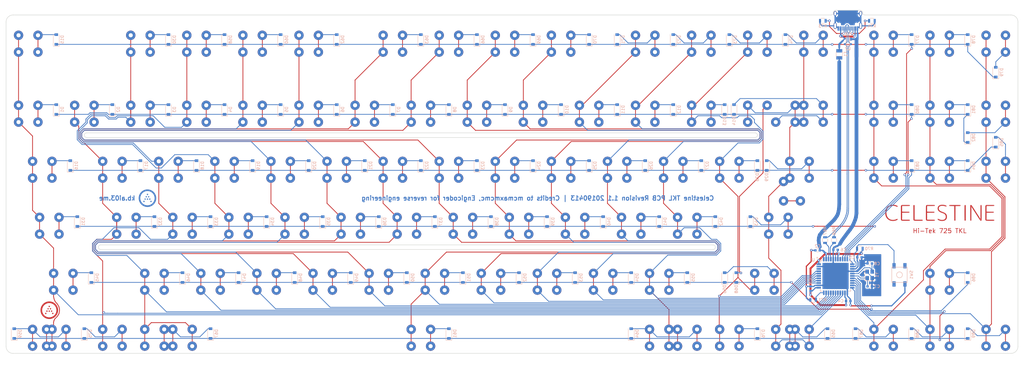
<source format=kicad_pcb>
(kicad_pcb (version 20221018) (generator pcbnew)
  (layers (0 "F.Cu" signal) (31 "B.Cu" signal) (34 "B.Paste" user) (35 "F.Paste" user) (36 "B.SilkS" user "B.Silkscreen") (37 "F.SilkS" user "F.Silkscreen") (38 "B.Mask" user) (39 "F.Mask" user) (44 "Edge.Cuts" user))
  (net 0 "")
  (net 1 "GND")
  (net 2 "+5V")
  (net 3 "Net-(C6-Pad1)")
  (net 4 "Net-(C7-Pad1)")
  (net 5 "Net-(C8-Pad1)")
  (net 6 "ROW0")
  (net 7 "Net-(D1-Pad2)")
  (net 8 "Net-(D2-Pad2)")
  (net 9 "Net-(D3-Pad2)")
  (net 10 "Net-(D4-Pad2)")
  (net 11 "Net-(D5-Pad2)")
  (net 12 "Net-(D6-Pad2)")
  (net 13 "Net-(D7-Pad2)")
  (net 14 "Net-(D8-Pad2)")
  (net 15 "Net-(D9-Pad2)")
  (net 16 "Net-(D10-Pad2)")
  (net 17 "Net-(D11-Pad2)")
  (net 18 "Net-(D12-Pad2)")
  (net 19 "Net-(D13-Pad2)")
  (net 20 "Net-(D14-Pad2)")
  (net 21 "ROW1")
  (net 22 "Net-(D16-Pad2)")
  (net 23 "Net-(D17-Pad2)")
  (net 24 "Net-(D18-Pad2)")
  (net 25 "Net-(D19-Pad2)")
  (net 26 "Net-(D20-Pad2)")
  (net 27 "Net-(D21-Pad2)")
  (net 28 "Net-(D22-Pad2)")
  (net 29 "Net-(D23-Pad2)")
  (net 30 "Net-(D24-Pad2)")
  (net 31 "Net-(D25-Pad2)")
  (net 32 "Net-(D26-Pad2)")
  (net 33 "Net-(D27-Pad2)")
  (net 34 "Net-(D28-Pad2)")
  (net 35 "Net-(D29-Pad2)")
  (net 36 "Net-(D31-Pad2)")
  (net 37 "ROW2")
  (net 38 "Net-(D32-Pad2)")
  (net 39 "Net-(D33-Pad2)")
  (net 40 "Net-(D34-Pad2)")
  (net 41 "Net-(D35-Pad2)")
  (net 42 "Net-(D36-Pad2)")
  (net 43 "Net-(D37-Pad2)")
  (net 44 "Net-(D38-Pad2)")
  (net 45 "Net-(D39-Pad2)")
  (net 46 "Net-(D40-Pad2)")
  (net 47 "Net-(D41-Pad2)")
  (net 48 "Net-(D42-Pad2)")
  (net 49 "Net-(D43-Pad2)")
  (net 50 "ROW3")
  (net 51 "Net-(D45-Pad2)")
  (net 52 "Net-(D46-Pad2)")
  (net 53 "Net-(D47-Pad2)")
  (net 54 "Net-(D48-Pad2)")
  (net 55 "Net-(D49-Pad2)")
  (net 56 "Net-(D50-Pad2)")
  (net 57 "Net-(D51-Pad2)")
  (net 58 "Net-(D52-Pad2)")
  (net 59 "Net-(D53-Pad2)")
  (net 60 "Net-(D54-Pad2)")
  (net 61 "Net-(D55-Pad2)")
  (net 62 "Net-(D56-Pad2)")
  (net 63 "Net-(D59-Pad2)")
  (net 64 "ROW4")
  (net 65 "Net-(D61-Pad2)")
  (net 66 "Net-(D64-Pad2)")
  (net 67 "Net-(D65-Pad2)")
  (net 68 "Net-(D67-Pad2)")
  (net 69 "Net-(D68-Pad2)")
  (net 70 "VCC")
  (net 71 "COL10")
  (net 72 "COL9")
  (net 73 "COL1")
  (net 74 "COL2")
  (net 75 "COL4")
  (net 76 "COL5")
  (net 77 "COL6")
  (net 78 "COL7")
  (net 79 "COL8")
  (net 80 "COL11")
  (net 81 "COL12")
  (net 82 "COL13")
  (net 83 "COL0")
  (net 84 "Net-(K_ENTER1-Pad4)")
  (net 85 "COL3")
  (net 86 "D-")
  (net 87 "Net-(R67-Pad2)")
  (net 88 "Net-(R68-Pad2)")
  (net 89 "D+")
  (net 90 "Net-(R70-Pad2)")
  (net 91 "Net-(R71-Pad2)")
  (net 92 "Net-(R73-Pad2)")
  (net 93 "Net-(R74-Pad2)")
  (net 94 "Net-(U1-Pad42)")
  (net 95 "Net-(U1-Pad8)")
  (net 96 "Net-(U1-Pad1)")
  (net 97 "Net-(USB1-Pad9)")
  (net 98 "Net-(USB1-Pad3)")
  (net 99 "Net-(D15-Pad2)")
  (net 100 "Net-(D30-Pad2)")
  (net 101 "Net-(D58-Pad2)")
  (net 102 "ROW5")
  (net 103 "Net-(D60-Pad2)")
  (net 104 "Net-(D62-Pad2)")
  (net 105 "Net-(D63-Pad2)")
  (net 106 "Net-(D66-Pad2)")
  (net 107 "Net-(D69-Pad2)")
  (net 108 "Net-(D70-Pad2)")
  (net 109 "Net-(D71-Pad2)")
  (net 110 "Net-(D72-Pad2)")
  (net 111 "Net-(D73-Pad2)")
  (net 112 "Net-(D74-Pad2)")
  (net 113 "Net-(D75-Pad2)")
  (net 114 "Net-(D76-Pad2)")
  (net 115 "Net-(D77-Pad2)")
  (net 116 "Net-(D78-Pad2)")
  (net 117 "Net-(D79-Pad2)")
  (net 118 "Net-(D80-Pad2)")
  (net 119 "Net-(D81-Pad2)")
  (net 120 "Net-(D82-Pad2)")
  (net 121 "Net-(D83-Pad2)")
  (net 122 "Net-(D84-Pad2)")
  (net 123 "Net-(D85-Pad2)")
  (net 124 "Net-(D86-Pad2)")
  (net 125 "Net-(D87-Pad2)")
  (net 126 "Net-(D88-Pad2)")
  (net 127 "Net-(D89-Pad2)")
  (net 128 "COL14")
  (net 129 "COL15")
  (net 130 "COL16")
  (footprint "hitek725:Hitek725-1U" (layer "F.Cu") (at 227.0125 88.9)
    (fp_text reference "K_.1")
    (fp_text value "MX-1U")
  )
  (footprint "hitek725:Hitek725-1U" (layer "F.Cu") (at 207.9625 88.9)
    (fp_text reference "K_,1")
    (fp_text value "MX-1U")
  )
  (footprint "hitek725:Hitek725-1U" (layer "F.Cu") (at 50.8 31.75)
    (fp_text reference "K_#1")
    (fp_text value "MX-1U")
  )
  (footprint "hitek725:Hitek725-1U" (layer "F.Cu") (at 69.85 31.75)
    (fp_text reference "K_#2")
    (fp_text value "MX-1U")
  )
  (footprint "hitek725:Hitek725-1U" (layer "F.Cu") (at 88.9 31.75)
    (fp_text reference "K_#3")
    (fp_text value "MX-1U")
  )
  (footprint "hitek725:Hitek725-1U" (layer "F.Cu") (at 107.95 31.75)
    (fp_text reference "K_#4")
    (fp_text value "MX-1U")
  )
  (footprint "hitek725:Hitek725-1U" (layer "F.Cu") (at 127 31.75)
    (fp_text reference "K_#5")
    (fp_text value "MX-1U")
  )
  (footprint "hitek725:Hitek725-1U" (layer "F.Cu") (at 146.05 31.75)
    (fp_text reference "K_#6")
    (fp_text value "MX-1U")
  )
  (footprint "hitek725:Hitek725-1U" (layer "F.Cu") (at 165.1 31.75)
    (fp_text reference "K_#7")
    (fp_text value "MX-1U")
  )
  (footprint "hitek725:Hitek725-1U" (layer "F.Cu") (at 184.15 31.75)
    (fp_text reference "K_#8")
    (fp_text value "MX-1U")
  )
  (footprint "hitek725:Hitek725-1U" (layer "F.Cu") (at 203.2 31.75)
    (fp_text reference "K_#9")
    (fp_text value "MX-1U")
  )
  (footprint "hitek725:Hitek725-1U" (layer "F.Cu") (at 222.25 31.75)
    (fp_text reference "K_#10")
    (fp_text value "MX-1U")
  )
  (footprint "hitek725:Hitek725-1U" (layer "F.Cu") (at 255.5875 69.85)
    (fp_text reference "K_'1")
    (fp_text value "MX-1U")
  )
  (footprint "hitek725:Hitek725-1U" (layer "F.Cu") (at 241.3 31.75)
    (fp_text reference "K_-1")
    (fp_text value "MX-1U")
  )
  (footprint "hitek725:Hitek725-1U" (layer "F.Cu") (at 246.0625 88.9)
    (fp_text reference "K_/1")
    (fp_text value "MX-1U")
  )
  (footprint "hitek725:Hitek725-1U" (layer "F.Cu") (at 236.5375 69.85)
    (fp_text reference "K_;1")
    (fp_text value "MX-1U")
  )
  (footprint "hitek725:Hitek725-1U" (layer "F.Cu") (at 260.35 31.75)
    (fp_text reference "K_=1")
    (fp_text value "MX-1U")
  )
  (footprint "hitek725:Hitek725-1U" (layer "F.Cu") (at 250.825 50.8)
    (fp_text reference "K_[1")
    (fp_text value "MX-1U")
  )
  (footprint "hitek725:Hitek725-1.5U" (layer "F.Cu") (at 293.6875 50.8)
    (fp_text reference "K_\\1")
    (fp_text value "MX-1.5U")
  )
  (footprint "hitek725:Hitek725-1U" (layer "F.Cu") (at 269.875 50.8)
    (fp_text reference "K_]1")
    (fp_text value "MX-1U")
  )
  (footprint "hitek725:Hitek725-1U" (layer "F.Cu") (at 65.0875 69.85)
    (fp_text reference "K_A1")
    (fp_text value "MX-1U")
  )
  (footprint "hitek725:Hitek725-1.5U" (layer "F.Cu") (at 74.6125 107.95)
    (fp_text reference "K_ALT1")
    (fp_text value "MX-1.5U")
  )
  (footprint "hitek725:Hitek725-1.5U" (layer "F.Cu") (at 84.1375 107.95)
    (fp_text reference "K_ALT2")
    (fp_text value "MX-1.5U")
  )
  (footprint "hitek725:Hitek725-1U" (layer "F.Cu") (at 150.8125 88.9)
    (fp_text reference "K_B1")
    (fp_text value "MX-1U")
  )
  (footprint "hitek725:Hitek725-1U" (layer "F.Cu") (at 112.7125 88.9)
    (fp_text reference "K_C1")
    (fp_text value "MX-1U")
  )
  (footprint "hitek725:Hitek725-1.75U" (layer "F.Cu") (at 38.89375 69.85)
    (fp_text reference "K_CAPS1")
    (fp_text value "MX-1.75U")
  )
  (footprint "hitek725:Hitek725-1U" (layer "F.Cu") (at 103.1875 69.85)
    (fp_text reference "K_D1")
    (fp_text value "MX-1U")
  )
  (footprint "hitek725:Hitek725-1U" (layer "F.Cu") (at 98.425 50.8)
    (fp_text reference "K_E1")
    (fp_text value "MX-1U")
  )
  (footprint "hitek725:Hitek725-2.25U" (layer "F.Cu") (at 286.54375 69.85)
    (fp_text reference "K_ENTER1")
    (fp_text value "MX-2.25U")
  )
  (footprint "hitek725:Hitek725-1U" (layer "F.Cu") (at 31.75 7.9375)
    (fp_text reference "K_ESC1")
    (fp_text value "MX-1U")
  )
  (footprint "hitek725:Hitek725-1U" (layer "F.Cu") (at 122.2375 69.85)
    (fp_text reference "K_F1")
    (fp_text value "MX-1U")
  )
  (footprint "hitek725:Hitek725-1U" (layer "F.Cu") (at 141.2875 69.85)
    (fp_text reference "K_G1")
    (fp_text value "MX-1U")
  )
  (footprint "hitek725:Hitek725-1U" (layer "F.Cu") (at 160.3375 69.85)
    (fp_text reference "K_H1")
    (fp_text value "MX-1U")
  )
  (footprint "hitek725:Hitek725-1U" (layer "F.Cu") (at 193.675 50.8)
    (fp_text reference "K_I1")
    (fp_text value "MX-1U")
  )
  (footprint "hitek725:Hitek725-1U" (layer "F.Cu") (at 179.3875 69.85)
    (fp_text reference "K_J1")
    (fp_text value "MX-1U")
  )
  (footprint "hitek725:Hitek725-1U" (layer "F.Cu") (at 198.4375 69.85)
    (fp_text reference "K_K1")
    (fp_text value "MX-1U")
  )
  (footprint "hitek725:Hitek725-1U" (layer "F.Cu") (at 217.4875 69.85)
    (fp_text reference "K_L1")
    (fp_text value "MX-1U")
  )
  (footprint "hitek725:Hitek725-1U" (layer "F.Cu") (at 188.9125 88.9)
    (fp_text reference "K_M1")
    (fp_text value "MX-1U")
  )
  (footprint "hitek725:Hitek725-1U" (layer "F.Cu") (at 169.8625 88.9)
    (fp_text reference "K_N1")
    (fp_text value "MX-1U")
  )
  (footprint "hitek725:Hitek725-1U" (layer "F.Cu") (at 212.725 50.8)
    (fp_text reference "K_O1")
    (fp_text value "MX-1U")
  )
  (footprint "hitek725:Hitek725-1U" (layer "F.Cu") (at 231.775 50.8)
    (fp_text reference "K_P1")
    (fp_text value "MX-1U")
  )
  (footprint "hitek725:Hitek725-1U" (layer "F.Cu") (at 60.325 50.8)
    (fp_text reference "K_Q1")
    (fp_text value "MX-1U")
  )
  (footprint "hitek725:Hitek725-1U" (layer "F.Cu") (at 117.475 50.8)
    (fp_text reference "K_R1")
    (fp_text value "MX-1U")
  )
  (footprint "hitek725:Hitek725-2.75U" (layer "F.Cu") (at 281.78125 88.9)
    (fp_text reference "K_RSHIFT1")
    (fp_text value "MX-2.75U")
  )
  (footprint "hitek725:Hitek725-1U" (layer "F.Cu") (at 84.1375 69.85)
    (fp_text reference "K_S1")
    (fp_text value "MX-1U")
  )
  (footprint "hitek725:Hitek725-1U" (layer "F.Cu") (at 298.45 31.75)
    (fp_text reference "K_SBACK1")
    (fp_text value "MX-1U")
  )
  (footprint "hitek725:Hitek725-2.25U" (layer "F.Cu") (at 43.65625 88.9)
    (fp_text reference "K_SHIFT1")
    (fp_text value "MX-2.25U")
  )
  (footprint "hitek725:Hitek725-7U" (layer "F.Cu") (at 165.1 107.95)
    (fp_text reference "K_SPACE1")
    (fp_text value "MX-7U")
  )
  (footprint "hitek725:Hitek725-1U" (layer "F.Cu") (at 136.525 50.8)
    (fp_text reference "K_T1")
    (fp_text value "MX-1U")
  )
  (footprint "hitek725:Hitek725-1.5U" (layer "F.Cu") (at 36.5125 50.8)
    (fp_text reference "K_TAB1")
    (fp_text value "MX-1.5U")
  )
  (footprint "hitek725:Hitek725-1U" (layer "F.Cu") (at 174.625 50.8)
    (fp_text reference "K_U1")
    (fp_text value "MX-1U")
  )
  (footprint "hitek725:Hitek725-1U" (layer "F.Cu") (at 131.7625 88.9)
    (fp_text reference "K_V1")
    (fp_text value "MX-1U")
  )
  (footprint "hitek725:Hitek725-1U" (layer "F.Cu") (at 79.375 50.8)
    (fp_text reference "K_W1")
    (fp_text value "MX-1U")
  )
  (footprint "hitek725:Hitek725-1U" (layer "F.Cu") (at 93.6625 88.9)
    (fp_text reference "K_X1")
    (fp_text value "MX-1U")
  )
  (footprint "hitek725:Hitek725-1U" (layer "F.Cu") (at 155.575 50.8)
    (fp_text reference "K_Y1")
    (fp_text value "MX-1U")
  )
  (footprint "hitek725:Hitek725-1U" (layer "F.Cu") (at 74.6125 88.9)
    (fp_text reference "K_Z1")
    (fp_text value "MX-1U")
  )
  (footprint "hitek725:Hitek725-2U" (layer "F.Cu") (at 41.275 107.95)
    (fp_text reference "K_CTRL1")
    (fp_text value "MX-2U")
  )
  (footprint "hitek725:Hitek725-1.5U" (layer "F.Cu") (at 36.5125 107.95)
    (fp_text reference "K_CTRL2")
    (fp_text value "MX-1.5U")
  )
  (footprint "hitek725:Hitek725-1.5U" (layer "F.Cu") (at 255.5875 107.95)
    (fp_text reference "K_RALT1")
    (fp_text value "MX-1.5U")
  )
  (footprint "hitek725:Hitek725-1.5U" (layer "F.Cu") (at 246.0625 107.95)
    (fp_text reference "K_RALT2")
    (fp_text value "MX-1.5U")
  )
  (footprint "hitek725:Hitek725-2U" (layer "F.Cu") (at 288.925 107.95)
    (fp_text reference "K_RCTRL1")
    (fp_text value "MX-2U")
  )
  (footprint "hitek725:Hitek725-1.5U" (layer "F.Cu") (at 293.6875 107.95)
    (fp_text reference "K_RCTRL2")
    (fp_text value "MX-1.5U")
  )
  (footprint "hitek725:Hitek725-1U" (layer "F.Cu") (at 31.75 31.75)
    (fp_text reference "K_`1")
    (fp_text value "MX-1U")
  )
  (footprint "hitek725:Hitek725-1U" (layer "F.Cu") (at 69.85 7.9375)
    (fp_text reference "K_FN1")
    (fp_text value "MX-1U")
  )
  (footprint "hitek725:Hitek725-1U" (layer "F.Cu") (at 88.9 7.9375)
    (fp_text reference "K_FN2")
    (fp_text value "MX-1U")
  )
  (footprint "hitek725:Hitek725-1U" (layer "F.Cu") (at 107.95 7.9375)
    (fp_text reference "K_FN3")
    (fp_text value "MX-1U")
  )
  (footprint "hitek725:Hitek725-1U" (layer "F.Cu") (at 127 7.9375)
    (fp_text reference "K_FN4")
    (fp_text value "MX-1U")
  )
  (footprint "hitek725:Hitek725-1U" (layer "F.Cu") (at 155.575 7.9375)
    (fp_text reference "K_FN5")
    (fp_text value "MX-1U")
  )
  (footprint "hitek725:Hitek725-1U" (layer "F.Cu") (at 174.625 7.9375)
    (fp_text reference "K_FN6")
    (fp_text value "MX-1U")
  )
  (footprint "hitek725:Hitek725-1U" (layer "F.Cu") (at 193.675 7.9375)
    (fp_text reference "K_FN7")
    (fp_text value "MX-1U")
  )
  (footprint "hitek725:Hitek725-1U" (layer "F.Cu") (at 212.725 7.9375)
    (fp_text reference "K_FN8")
    (fp_text value "MX-1U")
  )
  (footprint "hitek725:Hitek725-1U" (layer "F.Cu") (at 241.3 7.9375)
    (fp_text reference "K_FN9")
    (fp_text value "MX-1U")
  )
  (footprint "hitek725:Hitek725-1U" (layer "F.Cu") (at 260.35 7.9375)
    (fp_text reference "K_FN10")
    (fp_text value "MX-1U")
  )
  (footprint "hitek725:Hitek725-1U" (layer "F.Cu") (at 279.4 7.9375)
    (fp_text reference "K_FN11")
    (fp_text value "MX-1U")
  )
  (footprint "hitek725:Hitek725-1U" (layer "F.Cu") (at 298.45 7.9375)
    (fp_text reference "K_FN12")
    (fp_text value "MX-1U")
  )
  (footprint "hitek725:Hitek725-1U" (layer "F.Cu") (at 269.875 107.95)
    (fp_text reference "K_RWIN1")
    (fp_text value "MX-1U")
  )
  (footprint "hitek725:Hitek725-1U" (layer "F.Cu") (at 60.325 107.95)
    (fp_text reference "K_WIN1")
    (fp_text value "MX-1U")
  )
  (footprint "hitek725:Hitek725-1U" (layer "F.Cu") (at 322.2625 50.8)
    (fp_text reference "K_DEL1")
    (fp_text value "MX-1U")
  )
  (footprint "hitek725:Hitek725-1U" (layer "F.Cu") (at 341.3125 107.95)
    (fp_text reference "K_DOWN1")
    (fp_text value "MX-1U")
  )
  (footprint "hitek725:Hitek725-1U" (layer "F.Cu") (at 341.3125 50.8)
    (fp_text reference "K_END1")
    (fp_text value "MX-1U")
  )
  (footprint "hitek725:Hitek725-1U" (layer "F.Cu") (at 341.3125 31.75)
    (fp_text reference "K_HOME1")
    (fp_text value "MX-1U")
  )
  (footprint "hitek725:Hitek725-1U" (layer "F.Cu") (at 322.2625 31.75)
    (fp_text reference "K_INS1")
    (fp_text value "MX-1U")
  )
  (footprint "hitek725:Hitek725-1U" (layer "F.Cu") (at 322.2625 107.95)
    (fp_text reference "K_LEFT1")
    (fp_text value "MX-1U")
  )
  (footprint "hitek725:Hitek725-1U" (layer "F.Cu") (at 360.3625 7.9375)
    (fp_text reference "K_PAUSE1")
    (fp_text value "MX-1U")
  )
  (footprint "hitek725:Hitek725-1U" (layer "F.Cu") (at 360.3625 50.8)
    (fp_text reference "K_PGDN1")
    (fp_text value "MX-1U")
  )
  (footprint "hitek725:Hitek725-1U" (layer "F.Cu") (at 360.3625 31.75)
    (fp_text reference "K_PGUP1")
    (fp_text value "MX-1U")
  )
  (footprint "hitek725:Hitek725-1U" (layer "F.Cu") (at 322.2625 7.9375)
    (fp_text reference "K_PRTSC1")
    (fp_text value "MX-1U")
  )
  (footprint "hitek725:Hitek725-1U" (layer "F.Cu") (at 360.3625 107.95)
    (fp_text reference "K_RIGHT1")
    (fp_text value "MX-1U")
  )
  (footprint "hitek725:Hitek725-1U" (layer "F.Cu") (at 341.3125 7.9375)
    (fp_text reference "K_SLCK1")
    (fp_text value "MX-1U")
  )
  (footprint "hitek725:Hitek725-1U" (layer "F.Cu") (at 341.3125 88.9)
    (fp_text reference "K_UP1")
    (fp_text value "MX-1U")
  )
  (footprint "hitek725:Hitek725-BigAssEnter-DudPad" (layer "F.Cu") (at 288.925 60.325)
    (fp_text reference "K_ENTER2")
    (fp_text value "MX-BAE")
  )
  (footprint "locallib:ai-ring-6mm-Combined" (layer "F.Cu") (at 38.89375 100.80625)
    (fp_text reference "G***" hide)
    (fp_text value "LOGO" hide)
  )
  (footprint "hitek725:Hitek725-2U-DudPad" (layer "F.Cu") (at 288.925 31.75)
    (fp_text reference "K_BACK1")
    (fp_text value "MX-2U")
  )
  (footprint "hitek725:Hitek725-1U-DudPad" (layer "F.Cu") (at 279.4 31.75)
    (fp_text reference "K_SBACK2")
    (fp_text value "MX-1U")
  )
  (footprint "locallib:Celestine" (layer "F.Cu") (at 341.3125 67.46875)
    (fp_text reference "G***" hide)
    (fp_text value "LOGO" hide)
  )
  (footprint "Capacitors_SMD:C_0603" (layer "B.Cu") (at 299.847 80.4545)
    (fp_text reference "C2")
    (fp_text value "10uF")
  )
  (footprint "Capacitors_SMD:C_0603" (layer "B.Cu") (at 297.434 93.472 -90)
    (fp_text reference "C3")
    (fp_text value "0.1uF")
  )
  (footprint "Capacitors_SMD:C_0603" (layer "B.Cu") (at 310.261 97.663 180)
    (fp_text reference "C4")
    (fp_text value "0.1uF")
  )
  (footprint "Capacitors_SMD:C_0603" (layer "B.Cu") (at 314.071 82.804 180)
    (fp_text reference "C5")
    (fp_text value "0.1uF")
  )
  (footprint "Capacitors_SMD:C_0603" (layer "B.Cu") (at 305.943 80.264 180)
    (fp_text reference "C6")
    (fp_text value "1uF")
  )
  (footprint "Capacitors_SMD:C_0603" (layer "B.Cu") (at 317.5635 92.71)
    (fp_text reference "C7")
    (fp_text value "22pF")
  )
  (footprint "Capacitors_SMD:C_0603" (layer "B.Cu") (at 317.5635 84.8995 180)
    (fp_text reference "C8")
    (fp_text value "22pF")
  )
  (footprint "Diodes_SMD:D_SOD-123" (layer "B.Cu") (at 41.275 32.54375 90)
    (fp_text reference "D1")
    (fp_text value "SOD-123")
  )
  (footprint "Diodes_SMD:D_SOD-123" (layer "B.Cu") (at 60.325 32.54375 90)
    (fp_text reference "D2")
    (fp_text value "SOD-123")
  )
  (footprint "Diodes_SMD:D_SOD-123" (layer "B.Cu") (at 79.375 32.54375 90)
    (fp_text reference "D3")
    (fp_text value "SOD-123")
  )
  (footprint "Diodes_SMD:D_SOD-123" (layer "B.Cu") (at 98.425 32.54375 90)
    (fp_text reference "D4")
    (fp_text value "SOD-123")
  )
  (footprint "Diodes_SMD:D_SOD-123" (layer "B.Cu") (at 117.475 32.54375 90)
    (fp_text reference "D5")
    (fp_text value "SOD-123")
  )
  (footprint "Diodes_SMD:D_SOD-123" (layer "B.Cu") (at 136.525 32.54375 90)
    (fp_text reference "D6")
    (fp_text value "SOD-123")
  )
  (footprint "Diodes_SMD:D_SOD-123" (layer "B.Cu") (at 155.575 32.54375 90)
    (fp_text reference "D7")
    (fp_text value "SOD-123")
  )
  (footprint "Diodes_SMD:D_SOD-123" (layer "B.Cu") (at 174.625 32.54375 90)
    (fp_text reference "D8")
    (fp_text value "SOD-123")
  )
  (footprint "Diodes_SMD:D_SOD-123" (layer "B.Cu") (at 193.675 32.54375 90)
    (fp_text reference "D9")
    (fp_text value "SOD-123")
  )
  (footprint "Diodes_SMD:D_SOD-123" (layer "B.Cu") (at 212.725 32.54375 90)
    (fp_text reference "D10")
    (fp_text value "SOD-123")
  )
  (footprint "Diodes_SMD:D_SOD-123" (layer "B.Cu") (at 231.775 32.54375 90)
    (fp_text reference "D11")
    (fp_text value "SOD-123")
  )
  (footprint "Diodes_SMD:D_SOD-123" (layer "B.Cu") (at 250.825 32.54375 90)
    (fp_text reference "D12")
    (fp_text value "SOD-123")
  )
  (footprint "Diodes_SMD:D_SOD-123" (layer "B.Cu") (at 268.2875 32.54375 90)
    (fp_text reference "D13")
    (fp_text value "SOD-123")
  )
  (footprint "Diodes_SMD:D_SOD-123" (layer "B.Cu") (at 271.4625 32.54375 90)
    (fp_text reference "D14")
    (fp_text value "SOD-123")
  )
  (footprint "Diodes_SMD:D_SOD-123" (layer "B.Cu") (at 46.0375 51.59375 90)
    (fp_text reference "D16")
    (fp_text value "SOD-123")
  )
  (footprint "Diodes_SMD:D_SOD-123" (layer "B.Cu") (at 69.85 51.59375 90)
    (fp_text reference "D17")
    (fp_text value "SOD-123")
  )
  (footprint "Diodes_SMD:D_SOD-123" (layer "B.Cu") (at 88.9 51.59375 90)
    (fp_text reference "D18")
    (fp_text value "SOD-123")
  )
  (footprint "Diodes_SMD:D_SOD-123" (layer "B.Cu") (at 107.95 51.59375 90)
    (fp_text reference "D19")
    (fp_text value "SOD-123")
  )
  (footprint "Diodes_SMD:D_SOD-123" (layer "B.Cu") (at 127 51.59375 90)
    (fp_text reference "D20")
    (fp_text value "SOD-123")
  )
  (footprint "Diodes_SMD:D_SOD-123" (layer "B.Cu") (at 146.05 51.59375 90)
    (fp_text reference "D21")
    (fp_text value "SOD-123")
  )
  (footprint "Diodes_SMD:D_SOD-123" (layer "B.Cu") (at 165.1 51.59375 90)
    (fp_text reference "D22")
    (fp_text value "SOD-123")
  )
  (footprint "Diodes_SMD:D_SOD-123" (layer "B.Cu") (at 184.15 51.59375 90)
    (fp_text reference "D23")
    (fp_text value "SOD-123")
  )
  (footprint "Diodes_SMD:D_SOD-123" (layer "B.Cu") (at 203.2 51.59375 90)
    (fp_text reference "D24")
    (fp_text value "SOD-123")
  )
  (footprint "Diodes_SMD:D_SOD-123" (layer "B.Cu") (at 222.25 51.59375 90)
    (fp_text reference "D25")
    (fp_text value "SOD-123")
  )
  (footprint "Diodes_SMD:D_SOD-123" (layer "B.Cu") (at 241.3 51.59375 90)
    (fp_text reference "D26")
    (fp_text value "SOD-123")
  )
  (footprint "Diodes_SMD:D_SOD-123" (layer "B.Cu") (at 260.35 51.59375 90)
    (fp_text reference "D27")
    (fp_text value "SOD-123")
  )
  (footprint "Diodes_SMD:D_SOD-123" (layer "B.Cu") (at 279.4 51.59375 90)
    (fp_text reference "D28")
    (fp_text value "SOD-123")
  )
  (footprint "Diodes_SMD:D_SOD-123" (layer "B.Cu") (at 282.575 51.59375 90)
    (fp_text reference "D29")
    (fp_text value "SOD-123")
  )
  (footprint "Diodes_SMD:D_SOD-123" (layer "B.Cu") (at 48.41875 70.64375 90)
    (fp_text reference "D31")
    (fp_text value "SOD-123")
  )
  (footprint "Diodes_SMD:D_SOD-123" (layer "B.Cu") (at 74.6125 70.64375 90)
    (fp_text reference "D32")
    (fp_text value "SOD-123")
  )
  (footprint "Diodes_SMD:D_SOD-123" (layer "B.Cu") (at 93.6625 70.64375 90)
    (fp_text reference "D33")
    (fp_text value "SOD-123")
  )
  (footprint "Diodes_SMD:D_SOD-123" (layer "B.Cu") (at 112.7125 70.64375 90)
    (fp_text reference "D34")
    (fp_text value "SOD-123")
  )
  (footprint "Diodes_SMD:D_SOD-123" (layer "B.Cu") (at 131.7625 70.64375 90)
    (fp_text reference "D35")
    (fp_text value "SOD-123")
  )
  (footprint "Diodes_SMD:D_SOD-123" (layer "B.Cu") (at 150.8125 70.64375 90)
    (fp_text reference "D36")
    (fp_text value "SOD-123")
  )
  (footprint "Diodes_SMD:D_SOD-123" (layer "B.Cu") (at 169.8625 70.64375 90)
    (fp_text reference "D37")
    (fp_text value "SOD-123")
  )
  (footprint "Diodes_SMD:D_SOD-123" (layer "B.Cu") (at 188.9125 70.64375 90)
    (fp_text reference "D38")
    (fp_text value "SOD-123")
  )
  (footprint "Diodes_SMD:D_SOD-123" (layer "B.Cu") (at 207.9625 70.64375 90)
    (fp_text reference "D39")
    (fp_text value "SOD-123")
  )
  (footprint "Diodes_SMD:D_SOD-123" (layer "B.Cu") (at 227.0125 70.64375 90)
    (fp_text reference "D40")
    (fp_text value "SOD-123")
  )
  (footprint "Diodes_SMD:D_SOD-123" (layer "B.Cu") (at 246.0625 70.64375 90)
    (fp_text reference "D41")
    (fp_text value "SOD-123")
  )
  (footprint "Diodes_SMD:D_SOD-123" (layer "B.Cu") (at 265.1125 70.64375 90)
    (fp_text reference "D42")
    (fp_text value "SOD-123")
  )
  (footprint "Diodes_SMD:D_SOD-123" (layer "B.Cu") (at 277.01875 70.64375 90)
    (fp_text reference "D43")
    (fp_text value "SOD-123")
  )
  (footprint "Diodes_SMD:D_SOD-123" (layer "B.Cu") (at 53.18125 89.69375 90)
    (fp_text reference "D45")
    (fp_text value "SOD-123")
  )
  (footprint "Diodes_SMD:D_SOD-123" (layer "B.Cu") (at 84.1375 89.69375 90)
    (fp_text reference "D46")
    (fp_text value "SOD-123")
  )
  (footprint "Diodes_SMD:D_SOD-123" (layer "B.Cu") (at 103.1875 89.69375 90)
    (fp_text reference "D47")
    (fp_text value "SOD-123")
  )
  (footprint "Diodes_SMD:D_SOD-123" (layer "B.Cu") (at 122.2375 89.69375 90)
    (fp_text reference "D48")
    (fp_text value "SOD-123")
  )
  (footprint "Diodes_SMD:D_SOD-123" (layer "B.Cu") (at 141.2875 89.69375 90)
    (fp_text reference "D49")
    (fp_text value "SOD-123")
  )
  (footprint "Diodes_SMD:D_SOD-123" (layer "B.Cu") (at 160.3375 89.69375 90)
    (fp_text reference "D50")
    (fp_text value "SOD-123")
  )
  (footprint "Diodes_SMD:D_SOD-123" (layer "B.Cu") (at 179.3875 89.69375 90)
    (fp_text reference "D51")
    (fp_text value "SOD-123")
  )
  (footprint "Diodes_SMD:D_SOD-123" (layer "B.Cu") (at 198.4375 89.69375 90)
    (fp_text reference "D52")
    (fp_text value "SOD-123")
  )
  (footprint "Diodes_SMD:D_SOD-123" (layer "B.Cu") (at 217.4875 89.69375 90)
    (fp_text reference "D53")
    (fp_text value "SOD-123")
  )
  (footprint "Diodes_SMD:D_SOD-123" (layer "B.Cu") (at 236.5375 89.69375 90)
    (fp_text reference "D54")
    (fp_text value "SOD-123")
  )
  (footprint "Diodes_SMD:D_SOD-123" (layer "B.Cu") (at 255.5875 89.69375 90)
    (fp_text reference "D55")
    (fp_text value "SOD-123")
  )
  (footprint "Diodes_SMD:D_SOD-123" (layer "B.Cu") (at 268.2875 89.69375 90)
    (fp_text reference "D56")
    (fp_text value "SOD-123")
  )
  (footprint "Diodes_SMD:D_SOD-123" (layer "B.Cu") (at 174.625 108.74375 90)
    (fp_text reference "D61")
    (fp_text value "SOD-123")
  )
  (footprint "Diodes_SMD:D_SOD-123" (layer "B.Cu") (at 236.5375 108.74375 90)
    (fp_text reference "D64")
    (fp_text value "SOD-123")
  )
  (footprint "Diodes_SMD:D_SOD-123" (layer "B.Cu") (at 303.2125 108.74375 90)
    (fp_text reference "D65")
    (fp_text value "SOD-123")
  )
  (footprint "Diodes_SMD:D_SOD-123" (layer "B.Cu") (at 93.6625 108.74375 90)
    (fp_text reference "D67")
    (fp_text value "SOD-123")
  )
  (footprint "Diodes_SMD:D_SOD-123" (layer "B.Cu") (at 272.25625 89.69375 90)
    (fp_text reference "D68")
    (fp_text value "SOD-123")
  )
  (footprint "Fuse_Holders_and_Fuses:Fuse_SMD1206_Reflow" (layer "B.Cu") (at 307.213 13.7795 90)
    (fp_text reference "F1")
    (fp_text value "500mA")
  )
  (footprint "Resistors_SMD:R_0805" (layer "B.Cu") (at 302.387 76.962 90)
    (fp_text reference "R67")
    (fp_text value "22")
  )
  (footprint "Resistors_SMD:R_0805" (layer "B.Cu") (at 305.435 76.962 90)
    (fp_text reference "R68")
    (fp_text value "22")
  )
  (footprint "Resistors_SMD:R_0805" (layer "B.Cu") (at 314.198 79.883 180)
    (fp_text reference "R70")
    (fp_text value "10k")
  )
  (footprint "Resistors_SMD:R_0805" (layer "B.Cu") (at 298.323 97.282)
    (fp_text reference "R71")
    (fp_text value "1k")
  )
  (footprint "Resistors_SMD:R_0805" (layer "B.Cu") (at 301.625 2.38125)
    (fp_text reference "R73")
    (fp_text value "5.1k")
  )
  (footprint "Resistors_SMD:R_0805" (layer "B.Cu") (at 318.29375 2.38125 180)
    (fp_text reference "R74")
    (fp_text value "5.1k")
  )
  (footprint "random-keyboard-parts:SKQG-1155865" (layer "B.Cu") (at 327.66 88.773 -90)
    (fp_text reference "SW1")
    (fp_text value "SW_Push")
  )
  (footprint "Type-C:HRO-TYPE-C-31-M-12-Assembly" (layer "B.Cu") (at 310.134 -2.69875)
    (fp_text reference "USB1")
    (fp_text value "HRO-TYPE-C-31-M-12")
  )
  (footprint "Crystals:Crystal_SMD_3225-4pin_3.2x2.5mm" (layer "B.Cu") (at 317.5635 88.773 90)
    (fp_text reference "Y1")
    (fp_text value "16Mhz")
  )
  (footprint "Diodes_SMD:D_SOD-123" (layer "B.Cu") (at 79.375 8.73125 90)
    (fp_text reference "D30")
    (fp_text value "SOD-123")
  )
  (footprint "Diodes_SMD:D_SOD-123" (layer "B.Cu") (at 98.425 8.73125 90)
    (fp_text reference "D58")
    (fp_text value "SOD-123")
  )
  (footprint "Diodes_SMD:D_SOD-123" (layer "B.Cu") (at 117.475 8.73125 90)
    (fp_text reference "D60")
    (fp_text value "SOD-123")
  )
  (footprint "Diodes_SMD:D_SOD-123" (layer "B.Cu") (at 136.525 8.73125 90)
    (fp_text reference "D62")
    (fp_text value "SOD-123")
  )
  (footprint "Diodes_SMD:D_SOD-123" (layer "B.Cu") (at 165.1 8.73125 90)
    (fp_text reference "D63")
    (fp_text value "SOD-123")
  )
  (footprint "Diodes_SMD:D_SOD-123" (layer "B.Cu") (at 184.15 8.73125 90)
    (fp_text reference "D66")
    (fp_text value "SOD-123")
  )
  (footprint "Diodes_SMD:D_SOD-123" (layer "B.Cu") (at 203.2 8.73125 90)
    (fp_text reference "D69")
    (fp_text value "SOD-123")
  )
  (footprint "Diodes_SMD:D_SOD-123" (layer "B.Cu") (at 222.25 8.73125 90)
    (fp_text reference "D70")
    (fp_text value "SOD-123")
  )
  (footprint "Diodes_SMD:D_SOD-123" (layer "B.Cu") (at 231.775 8.73125 90)
    (fp_text reference "D71")
    (fp_text value "SOD-123")
  )
  (footprint "Diodes_SMD:D_SOD-123" (layer "B.Cu") (at 250.825 8.73125 90)
    (fp_text reference "D72")
    (fp_text value "SOD-123")
  )
  (footprint "Diodes_SMD:D_SOD-123" (layer "B.Cu") (at 269.875 8.73125 90)
    (fp_text reference "D73")
    (fp_text value "SOD-123")
  )
  (footprint "Diodes_SMD:D_SOD-123" (layer "B.Cu") (at 288.925 8.73125 90)
    (fp_text reference "D74")
    (fp_text value "SOD-123")
  )
  (footprint "Diodes_SMD:D_SOD-123" (layer "B.Cu") (at 50.8 108.74375 90)
    (fp_text reference "D75")
    (fp_text value "SOD-123")
  )
  (footprint "Diodes_SMD:D_SOD-123" (layer "B.Cu") (at 279.4 108.74375 90)
    (fp_text reference "D76")
    (fp_text value "SOD-123")
  )
  (footprint "Diodes_SMD:D_SOD-123" (layer "B.Cu") (at 331.7875 8.73125 90)
    (fp_text reference "D77")
    (fp_text value "SOD-123")
  )
  (footprint "Diodes_SMD:D_SOD-123" (layer "B.Cu") (at 350.8375 8.73125 90)
    (fp_text reference "D78")
    (fp_text value "SOD-123")
  )
  (footprint "Diodes_SMD:D_SOD-123" (layer "B.Cu") (at 360.3625 19.84375 90)
    (fp_text reference "D79")
    (fp_text value "SOD-123")
  )
  (footprint "Diodes_SMD:D_SOD-123" (layer "B.Cu") (at 331.7875 32.54375 90)
    (fp_text reference "D80")
    (fp_text value "SOD-123")
  )
  (footprint "Diodes_SMD:D_SOD-123" (layer "B.Cu") (at 350.8375 32.54375 90)
    (fp_text reference "D81")
    (fp_text value "SOD-123")
  )
  (footprint "Diodes_SMD:D_SOD-123" (layer "B.Cu") (at 350.8375 42.06875 90)
    (fp_text reference "D82")
    (fp_text value "SOD-123")
  )
  (footprint "Diodes_SMD:D_SOD-123" (layer "B.Cu") (at 331.7875 51.59375 90)
    (fp_text reference "D83")
    (fp_text value "SOD-123")
  )
  (footprint "Diodes_SMD:D_SOD-123" (layer "B.Cu") (at 350.8375 51.59375 90)
    (fp_text reference "D84")
    (fp_text value "SOD-123")
  )
  (footprint "Diodes_SMD:D_SOD-123" (layer "B.Cu") (at 360.3625 43.65625 90)
    (fp_text reference "D85")
    (fp_text value "SOD-123")
  )
  (footprint "Diodes_SMD:D_SOD-123" (layer "B.Cu") (at 350.8375 89.69375 90)
    (fp_text reference "D86")
    (fp_text value "SOD-123")
  )
  (footprint "Diodes_SMD:D_SOD-123" (layer "B.Cu") (at 312.7375 108.74375 90)
    (fp_text reference "D87")
    (fp_text value "SOD-123")
  )
  (footprint "Diodes_SMD:D_SOD-123" (layer "B.Cu") (at 331.7875 108.74375 90)
    (fp_text reference "D88")
    (fp_text value "SOD-123")
  )
  (footprint "Diodes_SMD:D_SOD-123" (layer "B.Cu") (at 350.8375 108.74375 90)
    (fp_text reference "D89")
    (fp_text value "SOD-123")
  )
  (footprint "Housings_QFP:TQFP-44_10x10mm_Pitch0.8mm" (layer "B.Cu") (at 305.943 89.154 -90)
    (fp_text reference "U1")
    (fp_text value "ATmega32U4-AU")
  )
  (footprint "Diodes_SMD:D_SOD-123" (layer "B.Cu") (at 26.9875 108.74375 90)
    (fp_text reference "D59")
    (fp_text value "SOD-123")
  )
  (footprint "Diodes_SMD:D_SOD-123" (layer "B.Cu") (at 41.275 8.73125 90)
    (fp_text reference "D15")
    (fp_text value "SOD-123")
  )
  (footprint "locallib:ai-ring-6mm-Combined" (layer "B.Cu") (at 72.23125 62.70625 180)
    (fp_text reference "G***" hide)
    (fp_text value "LOGO" hide)
  )
  (footprint "random-keyboard-parts:SOT143B" (layer "B.Cu") (at 310.134 9.36625 -90)
    (fp_text reference "U2")
    (fp_text value "PRTR5V0U2X")
  )
  (gr_circle (center 299.72 82.931) (end 299.847 82.804) (stroke (width 0.15)) (fill none) (layer "B.SilkS"))
  (gr_line (start 305.990625 -1.190625) (end 314.325 -1.190625) (stroke (width 0.15)) (layer "Edge.Cuts"))
  (gr_line (start 51.59375 42.06875) (end 278.60625 42.06875) (stroke (width 0.15)) (layer "Edge.Cuts"))
  (gr_line (start 24.209375 2.778125) (end 24.209375 113.109375) (stroke (width 0.15)) (layer "Edge.Cuts"))
  (gr_arc (start 56.35625 80.16875) (mid 55.5625 79.375) (end 56.35625 78.58125) (stroke (width 0.15)) (layer "Edge.Cuts"))
  (gr_arc (start 264.31875 78.58125) (mid 265.1125 79.375) (end 264.31875 80.16875) (stroke (width 0.15)) (layer "Edge.Cuts"))
  (gr_line (start 56.35625 80.16875) (end 264.31875 80.16875) (stroke (width 0.15)) (layer "Edge.Cuts"))
  (gr_arc (start 24.209375 2.778125) (mid 24.906827 1.094327) (end 26.590625 0.396875) (stroke (width 0.15)) (layer "Edge.Cuts"))
  (gr_line (start 264.31875 78.58125) (end 56.35625 78.58125) (stroke (width 0.15)) (layer "Edge.Cuts"))
  (gr_line (start 367.903125 113.109375) (end 367.903125 2.778125) (stroke (width 0.15)) (layer "Edge.Cuts"))
  (gr_line (start 278.60625 40.48125) (end 51.59375 40.48125) (stroke (width 0.15)) (layer "Edge.Cuts"))
  (gr_arc (start 314.325 -1.190625) (mid 314.886266 -0.958141) (end 315.11875 -0.396875) (stroke (width 0.15)) (layer "Edge.Cuts"))
  (gr_arc (start 315.9125 0.396875) (mid 315.351234 0.164391) (end 315.11875 -0.396875) (stroke (width 0.15)) (layer "Edge.Cuts"))
  (gr_line (start 304.403125 0.396875) (end 26.590625 0.396875) (stroke (width 0.15)) (layer "Edge.Cuts"))
  (gr_arc (start 51.59375 42.06875) (mid 50.8 41.275) (end 51.59375 40.48125) (stroke (width 0.15)) (layer "Edge.Cuts"))
  (gr_arc (start 26.590625 115.490625) (mid 24.906827 114.793173) (end 24.209375 113.109375) (stroke (width 0.15)) (layer "Edge.Cuts"))
  (gr_line (start 365.521875 0.396875) (end 315.9125 0.396875) (stroke (width 0.15)) (layer "Edge.Cuts"))
  (gr_arc (start 365.521875 0.396875) (mid 367.205673 1.094327) (end 367.903125 2.778125) (stroke (width 0.15)) (layer "Edge.Cuts"))
  (gr_line (start 26.590625 115.490625) (end 365.521875 115.490625) (stroke (width 0.15)) (layer "Edge.Cuts"))
  (gr_arc (start 278.60625 40.48125) (mid 279.4 41.275) (end 278.60625 42.06875) (stroke (width 0.15)) (layer "Edge.Cuts"))
  (gr_arc (start 305.196875 -0.396875) (mid 305.429359 -0.958141) (end 305.990625 -1.190625) (stroke (width 0.15)) (layer "Edge.Cuts"))
  (gr_arc (start 305.196875 -0.396875) (mid 304.964391 0.164391) (end 304.403125 0.396875) (stroke (width 0.15)) (layer "Edge.Cuts"))
  (gr_arc (start 367.903125 113.109375) (mid 367.205673 114.793173) (end 365.521875 115.490625) (stroke (width 0.15)) (layer "Edge.Cuts"))
  (gr_text "Hi-Tek 725 TKL" (at 341.3125 73.81875) (layer "F.Cu") (effects (font (size 1.5 1.5) (thickness 0.2))))
  (gr_text "kb.ai03.me" (at 61.9125 62.70625) (layer "B.Cu") (effects (font (size 1.5 1.5) (thickness 0.3)) (justify mirror)))
  (gr_text "Celestine TKL PCB Revision 1.1 20190413 | Credits to mcmaxmcmc, Engicoder for reverse engineering" (at 204.7875 62.70625) (layer "B.Cu") (effects (font (size 1.5 1.5) (thickness 0.3)) (justify mirror)))
  (segment (start 296.037 85.852) (end 296.037 92.71) (width 0.381) (layer "F.Cu") (net 1))
  (segment (start 297.688 84.201) (end 296.037 85.852) (width 0.381) (layer "F.Cu") (net 1))
  (segment (start 297.688 80.391) (end 297.688 84.201) (width 0.381) (layer "F.Cu") (net 1))
  (segment (start 311.277 99.314) (end 311.023 99.06) (width 0.381) (layer "F.Cu") (net 1))
  (segment (start 318.135 99.314) (end 311.277 99.314) (width 0.381) (layer "F.Cu") (net 1))
  (via (at 318.135 99.314) (size 0.8) (drill 0.4) (layers "F.Cu" "B.Cu") (net 1))
  (via (at 296.037 92.71) (size 0.8) (drill 0.4) (layers "F.Cu" "B.Cu") (net 1))
  (via (at 297.688 80.391) (size 0.8) (drill 0.4) (layers "F.Cu" "B.Cu") (net 1))
  (via (at 311.023 99.06) (size 0.8) (drill 0.4) (layers "F.Cu" "B.Cu") (net 1))
  (segment (start 313.359 4.99625) (end 313.359 6.43175) (width 0.381) (layer "B.Cu") (net 1))
  (segment (start 313.055 14.44625) (end 313.055 11.77925) (width 1.27) (layer "B.Cu") (net 1))
  (segment (start 313.055 10.19175) (end 313.055 8.79475) (width 1.27) (layer "B.Cu") (net 1))
  (segment (start 305.814 4.08125) (end 305.814 -0.09875) (width 0.381) (layer "B.Cu") (net 1))
  (segment (start 314.274 4.08125) (end 313.359 4.99625) (width 0.381) (layer "B.Cu") (net 1))
  (segment (start 314.454 4.08125) (end 314.274 4.08125) (width 0.381) (layer "B.Cu") (net 1))
  (segment (start 305.814 4.08125) (end 305.994 4.08125) (width 0.381) (layer "B.Cu") (net 1))
  (segment (start 305.994 4.08125) (end 306.909 4.99625) (width 0.381) (layer "B.Cu") (net 1))
  (segment (start 305.814 -0.09875) (end 314.454 -0.09875) (width 0.381) (layer "B.Cu") (net 1))
  (segment (start 311.134 8.61625) (end 312.8765 8.61625) (width 0.635) (layer "B.Cu") (net 1))
  (segment (start 312.8765 8.61625) (end 313.055 8.79475) (width 0.381) (layer "B.Cu") (net 1))
  (segment (start 314.454 -0.09875) (end 314.454 4.08125) (width 0.381) (layer "B.Cu") (net 1))
  (segment (start 308.192715 76.962) (end 310.261 74.168) (width 1.27) (layer "B.Cu") (net 1))
  (segment (start 318.3135 92.71) (end 318.3135 89.973) (width 0.381) (layer "B.Cu") (net 1))
  (segment (start 302.972 93.345) (end 309.626 93.345) (width 0.381) (layer "B.Cu") (net 1))
  (segment (start 319.24375 2.38125) (end 319.24375 3.33625) (width 0.381) (layer "B.Cu") (net 1))
  (segment (start 297.373 97.282) (end 296.672 97.282) (width 0.381) (layer "B.Cu") (net 1))
  (segment (start 305.143 83.454) (end 305.143 80.314) (width 0.381) (layer "B.Cu") (net 1))
  (segment (start 313.055 12.065) (end 313.055 67.818) (width 1.27) (layer "B.Cu") (net 1))
  (segment (start 300.243 92.354) (end 301.981 92.354) (width 0.381) (layer "B.Cu") (net 1))
  (segment (start 305.143 84.925) (end 305.181 84.963) (width 0.381) (layer "B.Cu") (net 1))
  (segment (start 319.321 89.873) (end 318.4135 89.873) (width 0.381) (layer "B.Cu") (net 1))
  (segment (start 301.38825 4.08125) (end 305.814 4.08125) (width 0.381) (layer "B.Cu") (net 1))
  (segment (start 305.193 79.883) (end 305.435 79.466551) (width 0.635) (layer "B.Cu") (net 1))
  (segment (start 296.672 97.282) (end 296.037 96.647) (width 0.381) (layer "B.Cu") (net 1))
  (segment (start 311.643 87.554) (end 313.004 87.554) (width 0.381) (layer "B.Cu") (net 1))
  (segment (start 310.439 87.554) (end 310.134 87.249) (width 0.381) (layer "B.Cu") (net 1))
  (segment (start 309.943 93.853) (end 309.943 94.854) (width 0.381) (layer "B.Cu") (net 1))
  (segment (start 298.565 92.722) (end 297.434 92.722) (width 0.381) (layer "B.Cu") (net 1))
  (segment (start 329.51 94.797) (end 329.51 91.873) (width 0.381) (layer "B.Cu") (net 1))
  (segment (start 309.626 93.345) (end 309.943 93.662) (width 0.381) (layer "B.Cu") (net 1))
  (segment (start 318.49875 4.08125) (end 314.454 4.08125) (width 0.381) (layer "B.Cu") (net 1))
  (segment (start 309.943 94.854) (end 309.943 95.948) (width 0.381) (layer "B.Cu") (net 1))
  (segment (start 301.956 85.954) (end 301.981 85.979) (width 0.381) (layer "B.Cu") (net 1))
  (segment (start 314.198 84.328) (end 314.821 83.705) (width 0.381) (layer "B.Cu") (net 1))
  (segment (start 306.07 79.112534) (end 305.435 79.466551) (width 0.635) (layer "B.Cu") (net 1))
  (segment (start 311.011 97.016) (end 311.011 97.663) (width 0.381) (layer "B.Cu") (net 1))
  (segment (start 305.193 80.264) (end 305.193 79.883) (width 0.381) (layer "B.Cu") (net 1))
  (segment (start 307.467 78.232) (end 306.578 78.980633) (width 0.635) (layer "B.Cu") (net 1))
  (segment (start 313.055 11.77925) (end 313.055 10.19175) (width 1.27) (layer "B.Cu") (net 1))
  (segment (start 299.097 80.4545) (end 297.7515 80.4545) (width 0.381) (layer "B.Cu") (net 1))
  (segment (start 318.4135 89.623) (end 318.4135 89.873) (width 0.381) (layer "B.Cu") (net 1))
  (segment (start 311.011 99.048) (end 311.023 99.06) (width 0.381) (layer "B.Cu") (net 1))
  (segment (start 317.119 83.82) (end 319.151 83.82) (width 0.381) (layer "B.Cu") (net 1))
  (segment (start 309.626 84.963) (end 305.613 84.963) (width 0.381) (layer "B.Cu") (net 1))
  (segment (start 304.673 84.963) (end 302.489 84.963) (width 0.381) (layer "B.Cu") (net 1))
  (segment (start 311.632601 72.263) (end 311.971267 71.628) (width 1.27) (layer "B.Cu") (net 1))
  (segment (start 310.134 87.249) (end 310.134 85.471) (width 0.381) (layer "B.Cu") (net 1))
  (segment (start 319.151 83.82) (end 319.786 84.455) (width 0.381) (layer "B.Cu") (net 1))
  (segment (start 301.981 92.354) (end 302.972 93.345) (width 0.381) (layer "B.Cu") (net 1))
  (segment (start 319.786 84.455) (end 319.786 89.408) (width 0.381) (layer "B.Cu") (net 1))
  (segment (start 313.436 6.50875) (end 313.359 6.43175) (width 0.381) (layer "B.Cu") (net 1))
  (segment (start 301.981 85.471) (end 302.489 84.963) (width 0.381) (layer "B.Cu") (net 1))
  (segment (start 300.243 85.954) (end 301.956 85.954) (width 0.381) (layer "B.Cu") (net 1))
  (segment (start 313.055 67.818) (end 312.866852 69.215) (width 1.27) (layer "B.Cu") (net 1))
  (segment (start 318.135 99.314) (end 324.993 99.314) (width 0.381) (layer "B.Cu") (net 1))
  (segment (start 310.861364 73.406) (end 311.632601 72.263) (width 1.27) (layer "B.Cu") (net 1))
  (segment (start 311.643 87.554) (end 310.439 87.554) (width 0.381) (layer "B.Cu") (net 1))
  (segment (start 300.243 92.354) (end 298.933 92.354) (width 0.381) (layer "B.Cu") (net 1))
  (segment (start 301.981 86.437) (end 301.981 85.979) (width 0.381) (layer "B.Cu") (net 1))
  (segment (start 306.07 79.112534) (end 306.578 78.980633) (width 0.635) (layer "B.Cu") (net 1))
  (segment (start 314.198 86.36) (end 314.198 84.328) (width 0.381) (layer "B.Cu") (net 1))
  (segment (start 313.055 8.382) (end 313.436 8.001) (width 0.635) (layer "B.Cu") (net 1))
  (segment (start 310.134 85.471) (end 309.626 84.963) (width 0.381) (layer "B.Cu") (net 1))
  (segment (start 319.786 89.408) (end 319.321 89.873) (width 0.381) (layer "B.Cu") (net 1))
  (segment (start 313.055 8.79475) (end 313.055 8.382) (width 0.635) (layer "B.Cu") (net 1))
  (segment (start 305.143 84.328) (end 305.143 84.493) (width 0.381) (layer "B.Cu") (net 1))
  (segment (start 309.943 93.662) (end 309.943 93.853) (width 0.381) (layer "B.Cu") (net 1))
  (segment (start 297.422 92.71) (end 297.434 92.722) (width 0.381) (layer "B.Cu") (net 1))
  (segment (start 301.981 92.354) (end 301.981 86.437) (width 0.381) (layer "B.Cu") (net 1))
  (segment (start 305.613 84.963) (end 305.181 84.963) (width 0.381) (layer "B.Cu") (net 1))
  (segment (start 297.7515 80.4545) (end 297.688 80.391) (width 0.381) (layer "B.Cu") (net 1))
  (segment (start 304.673 84.963) (end 305.181 84.963) (width 0.381) (layer "B.Cu") (net 1))
  (segment (start 314.821 83.705) (end 314.821 82.804) (width 0.381) (layer "B.Cu") (net 1))
  (segment (start 315.6585 84.8995) (end 314.198 86.36) (width 0.381) (layer "B.Cu") (net 1))
  (segment (start 305.143 83.454) (end 305.143 84.328) (width 0.381) (layer "B.Cu") (net 1))
  (segment (start 305.143 80.314) (end 305.193 80.264) (width 0.381) (layer "B.Cu") (net 1))
  (segment (start 310.261 74.168) (end 310.861364 73.406) (width 1.27) (layer "B.Cu") (net 1))
  (segment (start 309.943 95.948) (end 311.011 97.016) (width 0.381) (layer "B.Cu") (net 1))
  (segment (start 300.675 2.38125) (end 300.675 3.368) (width 0.381) (layer "B.Cu") (net 1))
  (segment (start 296.037 92.71) (end 297.422 92.71) (width 0.381) (layer "B.Cu") (net 1))
  (segment (start 300.675 3.368) (end 301.38825 4.08125) (width 0.381) (layer "B.Cu") (net 1))
  (segment (start 296.037 96.647) (end 296.037 92.71) (width 0.381) (layer "B.Cu") (net 1))
  (segment (start 316.8135 84.8995) (end 315.6585 84.8995) (width 0.381) (layer "B.Cu") (net 1))
  (segment (start 312.603444 70.104) (end 312.866852 69.215) (width 1.27) (layer "B.Cu") (net 1))
  (segment (start 324.993 99.314) (end 329.51 94.797) (width 0.381) (layer "B.Cu") (net 1))
  (segment (start 301.981 85.979) (end 301.981 85.471) (width 0.381) (layer "B.Cu") (net 1))
  (segment (start 316.8135 84.8995) (end 316.8135 84.1255) (width 0.381) (layer "B.Cu") (net 1))
  (segment (start 319.24375 3.33625) (end 318.49875 4.08125) (width 0.381) (layer "B.Cu") (net 1))
  (segment (start 313.055 9.017) (end 313.055 10.19175) (width 0.635) (layer "B.Cu") (net 1))
  (segment (start 316.8135 84.1255) (end 317.119 83.82) (width 0.381) (layer "B.Cu") (net 1))
  (segment (start 313.436 8.001) (end 313.436 6.50875) (width 0.635) (layer "B.Cu") (net 1))
  (segment (start 312.603444 70.104) (end 311.971267 71.628) (width 1.27) (layer "B.Cu") (net 1))
  (segment (start 316.7135 87.673) (end 316.7135 87.923) (width 0.381) (layer "B.Cu") (net 1))
  (segment (start 316.7135 87.923) (end 318.4135 89.623) (width 0.2032) (layer "B.Cu") (net 1))
  (segment (start 313.436 8.636) (end 313.055 9.017) (width 0.635) (layer "B.Cu") (net 1))
  (segment (start 313.436 8.001) (end 313.436 8.636) (width 0.635) (layer "B.Cu") (net 1))
  (segment (start 305.143 84.493) (end 305.143 84.925) (width 0.381) (layer "B.Cu") (net 1))
  (segment (start 298.933 92.354) (end 298.565 92.722) (width 0.381) (layer "B.Cu") (net 1))
  (segment (start 318.3135 89.973) (end 318.4135 89.873) (width 0.381) (layer "B.Cu") (net 1))
  (segment (start 307.467 78.232) (end 308.192715 76.962) (width 1.27) (layer "B.Cu") (net 1))
  (segment (start 313.004 87.554) (end 314.198 86.36) (width 0.381) (layer "B.Cu") (net 1))
  (segment (start 311.011 97.663) (end 311.011 99.048) (width 0.381) (layer "B.Cu") (net 1))
  (segment (start 297.434 86.614) (end 300.228 83.82) (width 0.635) (layer "F.Cu") (net 2))
  (segment (start 300.863 99.06) (end 297.434 95.631) (width 0.635) (layer "F.Cu") (net 2))
  (segment (start 307.086 81.661) (end 314.706 81.661) (width 0.635) (layer "F.Cu") (net 2))
  (segment (start 297.434 95.631) (end 297.434 86.614) (width 0.635) (layer "F.Cu") (net 2))
  (segment (start 314.706 81.661) (end 314.833 81.534) (width 0.635) (layer "F.Cu") (net 2))
  (segment (start 302.387 81.661) (end 300.228 83.82) (width 0.635) (layer "F.Cu") (net 2))
  (segment (start 309.499 99.06) (end 300.863 99.06) (width 0.635) (layer "F.Cu") (net 2))
  (segment (start 302.768 81.661) (end 302.387 81.661) (width 0.635) (layer "F.Cu") (net 2))
  (segment (start 307.086 81.661) (end 302.768 81.661) (width 0.635) (layer "F.Cu") (net 2))
  (via (at 314.833 81.534) (size 0.8) (drill 0.4) (layers "F.Cu" "B.Cu") (net 2))
  (via (at 302.768 81.661) (size 0.8) (drill 0.4) (layers "F.Cu" "B.Cu") (net 2))
  (via (at 309.499 99.06) (size 0.8) (drill 0.4) (layers "F.Cu" "B.Cu") (net 2))
  (via (at 300.228 83.82) (size 0.8) (drill 0.4) (layers "F.Cu" "B.Cu") (net 2))
  (via (at 307.086 81.661) (size 0.8) (drill 0.4) (layers "F.Cu" "B.Cu") (net 2))
  (via (at 297.434 95.631) (size 0.8) (drill 0.4) (layers "F.Cu" "B.Cu") (net 2))
  (segment (start 307.107996 66.294) (end 307.213 64.77) (width 1.27) (layer "B.Cu") (net 2))
  (segment (start 305.435 70.104) (end 301.498 74.041) (width 1.27) (layer "B.Cu") (net 2))
  (segment (start 297.434 94.222) (end 297.434 95.631) (width 0.381) (layer "B.Cu") (net 2))
  (segment (start 300.217391 77.089) (end 300.385671 78.486) (width 1.27) (layer "B.Cu") (net 2))
  (segment (start 309.511 99.048) (end 309.499 99.06) (width 0.381) (layer "B.Cu") (net 2))
  (segment (start 307.213 14.9795) (end 307.213 16.383) (width 0.381) (layer "B.Cu") (net 2))
  (segment (start 313.563 85.979) (end 312.788 86.754) (width 0.381) (layer "B.Cu") (net 2))
  (segment (start 314.071 81.534) (end 313.321 82.284) (width 0.381) (layer "B.Cu") (net 2))
  (segment (start 300.597 75.184) (end 300.277658 76.2) (width 1.27) (layer "B.Cu") (net 2))
  (segment (start 300.243 83.835) (end 300.243 85.154) (width 0.381) (layer "B.Cu") (net 2))
  (segment (start 300.597 80.4545) (end 301.5615 80.4545) (width 0.381) (layer "B.Cu") (net 2))
  (segment (start 305.824169 69.596) (end 306.430948 68.707) (width 1.27) (layer "B.Cu") (net 2))
  (segment (start 315.148 80.457) (end 314.071 81.534) (width 0.381) (layer "B.Cu") (net 2))
  (segment (start 306.743 82.004) (end 307.086 81.661) (width 0.381) (layer "B.Cu") (net 2))
  (segment (start 306.731736 68.072) (end 306.430948 68.707) (width 1.27) (layer "B.Cu") (net 2))
  (segment (start 309.511 97.663) (end 309.511 99.048) (width 0.381) (layer "B.Cu") (net 2))
  (segment (start 300.228 83.82) (end 300.243 83.835) (width 0.381) (layer "B.Cu") (net 2))
  (segment (start 313.321 82.804) (end 313.321 84.086) (width 0.381) (layer "B.Cu") (net 2))
  (segment (start 306.743 83.454) (end 306.743 82.004) (width 0.381) (layer "B.Cu") (net 2))
  (segment (start 298.081 94.222) (end 299.149 93.154) (width 0.381) (layer "B.Cu") (net 2))
  (segment (start 302.743 81.686) (end 302.768 81.661) (width 0.381) (layer "B.Cu") (net 2))
  (segment (start 313.563 84.328) (end 313.563 85.979) (width 0.381) (layer "B.Cu") (net 2))
  (segment (start 297.434 94.222) (end 298.081 94.222) (width 0.381) (layer "B.Cu") (net 2))
  (segment (start 301.498 74.041) (end 300.597 75.184) (width 1.27) (layer "B.Cu") (net 2))
  (segment (start 300.277658 76.2) (end 300.217391 77.089) (width 1.27) (layer "B.Cu") (net 2))
  (segment (start 305.435 70.104) (end 305.824169 69.596) (width 1.27) (layer "B.Cu") (net 2))
  (segment (start 315.148 79.883) (end 315.148 80.457) (width 0.381) (layer "B.Cu") (net 2))
  (segment (start 309.511 96.774) (end 309.511 97.663) (width 0.381) (layer "B.Cu") (net 2))
  (segment (start 301.5615 80.4545) (end 301.752 80.645) (width 0.381) (layer "B.Cu") (net 2))
  (segment (start 314.071 81.534) (end 314.833 81.534) (width 0.381) (layer "B.Cu") (net 2))
  (segment (start 300.597 79.248) (end 300.385671 78.486) (width 1.27) (layer "B.Cu") (net 2))
  (segment (start 302.768 81.661) (end 301.752 80.645) (width 0.635) (layer "B.Cu") (net 2))
  (segment (start 309.143 96.406) (end 309.511 96.774) (width 0.381) (layer "B.Cu") (net 2))
  (segment (start 313.321 82.284) (end 313.321 82.804) (width 0.381) (layer "B.Cu") (net 2))
  (segment (start 300.597 80.4545) (end 300.597 79.248) (width 0.381) (layer "B.Cu") (net 2))
  (segment (start 313.321 84.086) (end 313.563 84.328) (width 0.381) (layer "B.Cu") (net 2))
  (segment (start 309.143 94.854) (end 309.143 96.406) (width 0.381) (layer "B.Cu") (net 2))
  (segment (start 302.743 83.454) (end 302.743 81.686) (width 0.381) (layer "B.Cu") (net 2))
  (segment (start 312.788 86.754) (end 311.643 86.754) (width 0.381) (layer "B.Cu") (net 2))
  (segment (start 299.149 93.154) (end 300.243 93.154) (width 0.381) (layer "B.Cu") (net 2))
  (segment (start 307.020494 66.929) (end 306.731736 68.072) (width 1.27) (layer "B.Cu") (net 2))
  (segment (start 307.213 16.383) (end 307.213 64.77) (width 1.27) (layer "B.Cu") (net 2))
  (segment (start 307.107996 66.294) (end 307.020494 66.929) (width 1.27) (layer "B.Cu") (net 2))
  (segment (start 306.693 80.911) (end 306.693 80.264) (width 0.254) (layer "B.Cu") (net 3))
  (segment (start 305.943 81.661) (end 306.693 80.911) (width 0.254) (layer "B.Cu") (net 3))
  (segment (start 305.943 83.454) (end 305.943 81.661) (width 0.254) (layer "B.Cu") (net 3))
  (segment (start 313.69 89.154) (end 311.643 89.154) (width 0.254) (layer "B.Cu") (net 4))
  (segment (start 316.8135 89.973) (end 316.7135 89.873) (width 0.254) (layer "B.Cu") (net 4))
  (segment (start 316.7135 89.873) (end 314.409 89.873) (width 0.254) (layer "B.Cu") (net 4))
  (segment (start 316.8135 92.71) (end 316.8135 89.973) (width 0.254) (layer "B.Cu") (net 4))
  (segment (start 314.409 89.873) (end 313.69 89.154) (width 0.254) (layer "B.Cu") (net 4))
  (segment (start 318.4135 87.1465) (end 318.4135 87.673) (width 0.254) (layer "B.Cu") (net 5))
  (segment (start 315.722 86.36) (end 317.627 86.36) (width 0.254) (layer "B.Cu") (net 5))
  (segment (start 318.3135 84.8995) (end 318.3135 87.573) (width 0.254) (layer "B.Cu") (net 5))
  (segment (start 311.643 88.354) (end 313.728 88.354) (width 0.254) (layer "B.Cu") (net 5))
  (segment (start 318.3135 87.573) (end 318.4135 87.673) (width 0.254) (layer "B.Cu") (net 5))
  (segment (start 313.728 88.354) (end 315.722 86.36) (width 0.254) (layer "B.Cu") (net 5))
  (segment (start 317.627 86.36) (end 318.4135 87.1465) (width 0.254) (layer "B.Cu") (net 5))
  (segment (start 304.8 10.414) (end 316.23 10.414) (width 0.254) (layer "F.Cu") (net 6))
  (segment (start 329.438 54.737) (end 329.438 54.61) (width 0.254) (layer "F.Cu") (net 6))
  (segment (start 329.438 54.61) (end 330.073 53.975) (width 0.254) (layer "F.Cu") (net 6))
  (segment (start 330.073 13.589) (end 331.851 11.811) (width 0.254) (layer "F.Cu") (net 6))
  (segment (start 316.23 10.414) (end 316.26275 10.38125) (width 0.254) (layer "F.Cu") (net 6))
  (segment (start 330.073 53.975) (end 330.073 13.589) (width 0.254) (layer "F.Cu") (net 6))
  (via (at 329.438 54.737) (size 0.8) (drill 0.4) (layers "F.Cu" "B.Cu") (net 6))
  (via (at 316.26275 10.38125) (size 0.8) (drill 0.4) (layers "F.Cu" "B.Cu") (net 6))
  (via (at 304.8 10.414) (size 0.8) (drill 0.4) (layers "F.Cu" "B.Cu") (net 6))
  (via (at 331.851 11.811) (size 0.8) (drill 0.4) (layers "F.Cu" "B.Cu") (net 6))
  (segment (start 66.278125 10.38125) (end 288.925 10.38125) (width 0.254) (layer "B.Cu") (net 6))
  (segment (start 350.8375 12.8905) (end 350.8375 10.38125) (width 0.254) (layer "B.Cu") (net 6))
  (segment (start 66.278125 10.38125) (end 66.07275 10.38125) (width 0.254) (layer "B.Cu") (net 6))
  (segment (start 331.7875 10.38125) (end 350.8375 10.38125) (width 0.254) (layer "B.Cu") (net 6))
  (segment (start 329.819 55.245) (end 329.819 59.055) (width 0.254) (layer "B.Cu") (net 6))
  (segment (start 331.851 11.811) (end 331.7875 11.7475) (width 0.254) (layer "B.Cu") (net 6))
  (segment (start 329.819 59.055) (end 309.245 79.629) (width 0.254) (layer "B.Cu") (net 6))
  (segment (start 329.438 54.737) (end 329.438 54.864) (width 0.254) (layer "B.Cu") (net 6))
  (segment (start 309.245 81.521) (end 308.343 82.423) (width 0.254) (layer "B.Cu") (net 6))
  (segment (start 360.3625 21.49375) (end 359.44075 21.49375) (width 0.254) (layer "B.Cu") (net 6))
  (segment (start 41.275 10.38125) (end 66.278125 10.38125) (width 0.254) (layer "B.Cu") (net 6))
  (segment (start 331.7875 11.7475) (end 331.7875 10.38125) (width 0.254) (layer "B.Cu") (net 6))
  (segment (start 304.8 10.414) (end 288.95775 10.414) (width 0.254) (layer "B.Cu") (net 6))
  (segment (start 331.7875 10.38125) (end 316.26275 10.38125) (width 0.254) (layer "B.Cu") (net 6))
  (segment (start 288.95775 10.414) (end 288.925 10.38125) (width 0.254) (layer "B.Cu") (net 6))
  (segment (start 329.438 54.864) (end 329.819 55.245) (width 0.254) (layer "B.Cu") (net 6))
  (segment (start 308.343 82.423) (end 308.343 83.454) (width 0.254) (layer "B.Cu") (net 6))
  (segment (start 309.245 79.629) (end 309.245 81.521) (width 0.254) (layer "B.Cu") (net 6))
  (segment (start 359.44075 21.49375) (end 350.8375 12.8905) (width 0.254) (layer "B.Cu") (net 6))
  (segment (start 35.05 31.11) (end 35.05 36.83) (width 0.254) (layer "F.Cu") (net 7))
  (segment (start 41.275 30.89375) (end 35.26625 30.89375) (width 0.254) (layer "B.Cu") (net 7))
  (segment (start 35.26625 30.89375) (end 35.05 31.11) (width 0.254) (layer "B.Cu") (net 7))
  (segment (start 54.1 36.83) (end 54.1 31.11) (width 0.254) (layer "F.Cu") (net 8))
  (segment (start 54.31625 30.89375) (end 54.1 31.11) (width 0.254) (layer "B.Cu") (net 8))
  (segment (start 60.325 30.89375) (end 54.31625 30.89375) (width 0.254) (layer "B.Cu") (net 8))
  (segment (start 73.15 31.11) (end 73.15 36.83) (width 0.254) (layer "F.Cu") (net 9))
  (segment (start 79.375 30.89375) (end 73.36625 30.89375) (width 0.254) (layer "B.Cu") (net 9))
  (segment (start 73.36625 30.89375) (end 73.15 31.11) (width 0.254) (layer "B.Cu") (net 9))
  (segment (start 92.2 31.11) (end 92.2 36.83) (width 0.254) (layer "F.Cu") (net 10))
  (segment (start 92.41625 30.89375) (end 92.2 31.11) (width 0.254) (layer "B.Cu") (net 10))
  (segment (start 98.425 30.89375) (end 92.41625 30.89375) (width 0.254) (layer "B.Cu") (net 10))
  (segment (start 111.25 31.11) (end 111.25 36.83) (width 0.254) (layer "F.Cu") (net 11))
  (segment (start 111.46625 30.89375) (end 111.25 31.11) (width 0.254) (layer "B.Cu") (net 11))
  (segment (start 117.475 30.89375) (end 111.46625 30.89375) (width 0.254) (layer "B.Cu") (net 11))
  (segment (start 130.3 31.11) (end 130.3 36.83) (width 0.254) (layer "F.Cu") (net 12))
  (segment (start 130.51625 30.89375) (end 130.3 31.11) (width 0.254) (layer "B.Cu") (net 12))
  (segment (start 136.525 30.89375) (end 130.51625 30.89375) (width 0.254) (layer "B.Cu") (net 12))
  (segment (start 149.35 31.11) (end 149.35 36.83) (width 0.254) (layer "F.Cu") (net 13))
  (segment (start 155.575 30.89375) (end 149.56625 30.89375) (width 0.254) (layer "B.Cu") (net 13))
  (segment (start 149.56625 30.89375) (end 149.35 31.11) (width 0.254) (layer "B.Cu") (net 13))
  (segment (start 168.4 31.11) (end 168.4 36.83) (width 0.254) (layer "F.Cu") (net 14))
  (segment (start 174.625 30.89375) (end 168.61625 30.89375) (width 0.254) (layer "B.Cu") (net 14))
  (segment (start 168.61625 30.89375) (end 168.4 31.11) (width 0.254) (layer "B.Cu") (net 14))
  (segment (start 187.45 36.83) (end 187.45 31.11) (width 0.254) (layer "F.Cu") (net 15))
  (segment (start 187.66625 30.89375) (end 187.45 31.11) (width 0.254) (layer "B.Cu") (net 15))
  (segment (start 193.675 30.89375) (end 187.66625 30.89375) (width 0.254) (layer "B.Cu") (net 15))
  (segment (start 206.5 36.83) (end 206.5 31.11) (width 0.254) (layer "F.Cu") (net 16))
  (segment (start 206.71625 30.89375) (end 206.5 31.11) (width 0.254) (layer "B.Cu") (net 16))
  (segment (start 212.725 30.89375) (end 206.71625 30.89375) (width 0.254) (layer "B.Cu") (net 16))
  (segment (start 225.55 31.11) (end 225.55 36.83) (width 0.254) (layer "F.Cu") (net 17))
  (segment (start 231.775 30.89375) (end 225.76625 30.89375) (width 0.254) (layer "B.Cu") (net 17))
  (segment (start 225.76625 30.89375) (end 225.55 31.11) (width 0.254) (layer "B.Cu") (net 17))
  (segment (start 244.6 31.11) (end 244.6 36.83) (width 0.254) (layer "F.Cu") (net 18))
  (segment (start 250.825 30.89375) (end 244.81625 30.89375) (width 0.254) (layer "B.Cu") (net 18))
  (segment (start 244.81625 30.89375) (end 244.6 31.11) (width 0.254) (layer "B.Cu") (net 18))
  (segment (start 263.65 31.11) (end 263.65 36.83) (width 0.254) (layer "F.Cu") (net 19))
  (segment (start 263.86625 30.89375) (end 263.65 31.11) (width 0.254) (layer "B.Cu") (net 19))
  (segment (start 268.2875 30.89375) (end 263.86625 30.89375) (width 0.254) (layer "B.Cu") (net 19))
  (segment (start 301.75 31.11) (end 301.75 36.83) (width 0.254) (layer "F.Cu") (net 20))
  (segment (start 301.75 31.11) (end 301.747 31.11) (width 0.254) (layer "B.Cu") (net 20))
  (segment (start 299.466 28.829) (end 273.52725 28.829) (width 0.254) (layer "B.Cu") (net 20))
  (segment (start 285.625 36.83) (end 285.623 36.83) (width 0.254) (layer "B.Cu") (net 20))
  (segment (start 301.75 36.828) (end 299.593 34.671) (width 0.254) (layer "B.Cu") (net 20))
  (segment (start 301.75 36.83) (end 301.75 36.828) (width 0.254) (layer "B.Cu") (net 20))
  (segment (start 301.747 31.11) (end 299.466 28.829) (width 0.254) (layer "B.Cu") (net 20))
  (segment (start 299.593 34.671) (end 287.784 34.671) (width 0.254) (layer "B.Cu") (net 20))
  (segment (start 273.52725 28.829) (end 271.4625 30.89375) (width 0.254) (layer "B.Cu") (net 20))
  (segment (start 287.784 34.671) (end 285.625 36.83) (width 0.254) (layer "B.Cu") (net 20))
  (segment (start 315.341 34.163) (end 304.8 34.163) (width 0.254) (layer "F.Cu") (net 21))
  (segment (start 330.581 54.737) (end 330.581 36.83) (width 0.254) (layer "F.Cu") (net 21))
  (segment (start 330.581 36.83) (end 331.724 35.687) (width 0.254) (layer "F.Cu") (net 21))
  (segment (start 316.23 34.163) (end 315.341 34.163) (width 0.254) (layer "F.Cu") (net 21))
  (via (at 304.8 34.163) (size 0.8) (drill 0.4) (layers "F.Cu" "B.Cu") (net 21))
  (via (at 331.724 35.687) (size 0.8) (drill 0.4) (layers "F.Cu" "B.Cu") (net 21))
  (via (at 330.581 54.737) (size 0.8) (drill 0.4) (layers "F.Cu" "B.Cu") (net 21))
  (via (at 316.23 34.163) (size 0.8) (drill 0.4) (layers "F.Cu" "B.Cu") (net 21))
  (segment (start 331.7875 35.6235) (end 331.7875 34.19375) (width 0.254) (layer "B.Cu") (net 21))
  (segment (start 331.7875 34.19375) (end 349.631 34.19375) (width 0.254) (layer "B.Cu") (net 21))
  (segment (start 309.143 82.423) (end 309.143 83.454) (width 0.254) (layer "B.Cu") (net 21))
  (segment (start 349.91575 43.71875) (end 349.504 43.307) (width 0.254) (layer "B.Cu") (net 21))
  (segment (start 330.327 59.309) (end 309.753 79.883) (width 0.254) (layer "B.Cu") (net 21))
  (segment (start 309.753 79.883) (end 309.753 81.813) (width 0.254) (layer "B.Cu") (net 21))
  (segment (start 52.16625 34.19375) (end 52.705 33.655) (width 0.254) (layer "B.Cu") (net 21))
  (segment (start 304.8 34.163) (end 271.49325 34.163) (width 0.254) (layer "B.Cu") (net 21))
  (segment (start 350.8375 43.71875) (end 349.91575 43.71875) (width 0.254) (layer "B.Cu") (net 21))
  (segment (start 349.631 34.19375) (end 350.8375 34.19375) (width 0.254) (layer "B.Cu") (net 21))
  (segment (start 316.26075 34.19375) (end 316.23 34.163) (width 0.254) (layer "B.Cu") (net 21))
  (segment (start 41.275 34.19375) (end 52.16625 34.19375) (width 0.254) (layer "B.Cu") (net 21))
  (segment (start 331.7875 34.19375) (end 316.26075 34.19375) (width 0.254) (layer "B.Cu") (net 21))
  (segment (start 271.49325 34.163) (end 271.4625 34.19375) (width 0.254) (layer "B.Cu") (net 21))
  (segment (start 330.581 54.991) (end 330.327 55.245) (width 0.254) (layer "B.Cu") (net 21))
  (segment (start 330.327 55.245) (end 330.327 59.309) (width 0.254) (layer "B.Cu") (net 21))
  (segment (start 349.504 43.307) (end 349.504 35.52725) (width 0.254) (layer "B.Cu") (net 21))
  (segment (start 52.705 33.655) (end 58.42 33.655) (width 0.254) (layer "B.Cu") (net 21))
  (segment (start 330.581 54.737) (end 330.581 54.991) (width 0.254) (layer "B.Cu") (net 21))
  (segment (start 349.504 35.52725) (end 350.8375 34.19375) (width 0.254) (layer "B.Cu") (net 21))
  (segment (start 309.753 81.813) (end 309.143 82.423) (width 0.254) (layer "B.Cu") (net 21))
  (segment (start 58.42 33.655) (end 58.95875 34.19375) (width 0.254) (layer "B.Cu") (net 21))
  (segment (start 331.724 35.687) (end 331.7875 35.6235) (width 0.254) (layer "B.Cu") (net 21))
  (segment (start 58.95875 34.19375) (end 271.4625 34.19375) (width 0.254) (layer "B.Cu") (net 21))
  (segment (start 39.8125 50.16) (end 39.8125 55.88) (width 0.254) (layer "F.Cu") (net 22))
  (segment (start 40.02875 49.94375) (end 39.8125 50.16) (width 0.254) (layer "B.Cu") (net 22))
  (segment (start 46.0375 49.94375) (end 40.02875 49.94375) (width 0.254) (layer "B.Cu") (net 22))
  (segment (start 63.625 55.88) (end 63.625 50.16) (width 0.254) (layer "F.Cu") (net 23))
  (segment (start 63.84125 49.94375) (end 63.625 50.16) (width 0.254) (layer "B.Cu") (net 23))
  (segment (start 69.85 49.94375) (end 63.84125 49.94375) (width 0.254) (layer "B.Cu") (net 23))
  (segment (start 82.675 50.16) (end 82.675 55.88) (width 0.254) (layer "F.Cu") (net 24))
  (segment (start 88.9 49.94375) (end 82.89125 49.94375) (width 0.254) (layer "B.Cu") (net 24))
  (segment (start 82.89125 49.94375) (end 82.675 50.16) (width 0.254) (layer "B.Cu") (net 24))
  (segment (start 101.725 50.16) (end 101.725 55.88) (width 0.254) (layer "F.Cu") (net 25))
  (segment (start 107.95 49.94375) (end 101.94125 49.94375) (width 0.254) (layer "B.Cu") (net 25))
  (segment (start 101.94125 49.94375) (end 101.725 50.16) (width 0.254) (layer "B.Cu") (net 25))
  (segment (start 120.775 50.16) (end 120.775 55.88) (width 0.254) (layer "F.Cu") (net 26))
  (segment (start 120.99125 49.94375) (end 120.775 50.16) (width 0.254) (layer "B.Cu") (net 26))
  (segment (start 127 49.94375) (end 120.99125 49.94375) (width 0.254) (layer "B.Cu") (net 26))
  (segment (start 139.825 55.88) (end 139.825 50.16) (width 0.254) (layer "F.Cu") (net 27))
  (segment (start 146.05 49.94375) (end 140.04125 49.94375) (width 0.254) (layer "B.Cu") (net 27))
  (segment (start 140.04125 49.94375) (end 139.825 50.16) (width 0.254) (layer "B.Cu") (net 27))
  (segment (start 158.875 55.88) (end 158.875 50.16) (width 0.254) (layer "F.Cu") (net 28))
  (segment (start 165.1 49.94375) (end 159.09125 49.94375) (width 0.254) (layer "B.Cu") (net 28))
  (segment (start 159.09125 49.94375) (end 158.875 50.16) (width 0.254) (layer "B.Cu") (net 28))
  (segment (start 177.925 55.88) (end 177.925 50.16) (width 0.254) (layer "F.Cu") (net 29))
  (segment (start 178.14125 49.94375) (end 177.925 50.16) (width 0.254) (layer "B.Cu") (net 29))
  (segment (start 184.15 49.94375) (end 178.14125 49.94375) (width 0.254) (layer "B.Cu") (net 29))
  (segment (start 196.975 55.88) (end 196.975 50.16) (width 0.254) (layer "F.Cu") (net 30))
  (segment (start 197.19125 49.94375) (end 196.975 50.16) (width 0.254) (layer "B.Cu") (net 30))
  (segment (start 203.2 49.94375) (end 197.19125 49.94375) (width 0.254) (layer "B.Cu") (net 30))
  (segment (start 216.025 55.88) (end 216.025 50.16) (width 0.254) (layer "F.Cu") (net 31))
  (segment (start 222.25 49.94375) (end 216.24125 49.94375) (width 0.254) (layer "B.Cu") (net 31))
  (segment (start 216.24125 49.94375) (end 216.025 50.16) (width 0.254) (layer "B.Cu") (net 31))
  (segment (start 235.075 50.16) (end 235.075 55.88) (width 0.254) (layer "F.Cu") (net 32))
  (segment (start 241.3 49.94375) (end 235.29125 49.94375) (width 0.254) (layer "B.Cu") (net 32))
  (segment (start 235.29125 49.94375) (end 235.075 50.16) (width 0.254) (layer "B.Cu") (net 32))
  (segment (start 254.125 55.88) (end 254.125 50.16) (width 0.254) (layer "F.Cu") (net 33))
  (segment (start 260.35 49.94375) (end 254.34125 49.94375) (width 0.254) (layer "B.Cu") (net 33))
  (segment (start 254.34125 49.94375) (end 254.125 50.16) (width 0.254) (layer "B.Cu") (net 33))
  (segment (start 273.175 55.88) (end 273.175 50.16) (width 0.254) (layer "F.Cu") (net 34))
  (segment (start 279.4 49.94375) (end 273.39125 49.94375) (width 0.254) (layer "B.Cu") (net 34))
  (segment (start 273.39125 49.94375) (end 273.175 50.16) (width 0.254) (layer "B.Cu") (net 34))
  (segment (start 296.9875 50.16) (end 296.9875 55.88) (width 0.254) (layer "F.Cu") (net 35))
  (segment (start 294.4425 52.705) (end 296.9875 50.16) (width 0.254) (layer "B.Cu") (net 35))
  (segment (start 282.575 49.94375) (end 283.49675 49.94375) (width 0.254) (layer "B.Cu") (net 35))
  (segment (start 286.258 52.705) (end 294.4425 52.705) (width 0.254) (layer "B.Cu") (net 35))
  (segment (start 283.49675 49.94375) (end 286.258 52.705) (width 0.254) (layer "B.Cu") (net 35))
  (segment (start 42.19375 69.21) (end 42.19375 74.93) (width 0.254) (layer "F.Cu") (net 36))
  (segment (start 42.41 68.99375) (end 42.19375 69.21) (width 0.254) (layer "B.Cu") (net 36))
  (segment (start 48.41875 68.99375) (end 42.41 68.99375) (width 0.254) (layer "B.Cu") (net 36))
  (segment (start 316.23 53.213) (end 314.579 53.213) (width 0.254) (layer "F.Cu") (net 37))
  (segment (start 314.579 53.213) (end 304.8 53.213) (width 0.254) (layer "F.Cu") (net 37))
  (via (at 304.8 53.213) (size 0.8) (drill 0.4) (layers "F.Cu" "B.Cu") (net 37))
  (via (at 316.23 53.213) (size 0.8) (drill 0.4) (layers "F.Cu" "B.Cu") (net 37))
  (segment (start 350.87025 53.24375) (end 358.80775 45.30625) (width 0.254) (layer "B.Cu") (net 37))
  (segment (start 310.261 80.137) (end 310.261 82.042) (width 0.254) (layer "B.Cu") (net 37))
  (segment (start 282.575 53.24375) (end 46.0375 53.24375) (width 0.254) (layer "B.Cu") (net 37))
  (segment (start 309.88 83.391) (end 309.88 82.423) (width 0.254) (layer "B.Cu") (net 37))
  (segment (start 350.8375 53.24375) (end 331.7875 53.24375) (width 0.254) (layer "B.Cu") (net 37))
  (segment (start 310.261 82.042) (end 309.88 82.423) (width 0.254) (layer "B.Cu") (net 37))
  (segment (start 316.26075 53.24375) (end 316.23 53.213) (width 0.254) (layer "B.Cu") (net 37))
  (segment (start 310.261 80.137) (end 330.835 59.563) (width 0.254) (layer "B.Cu") (net 37))
  (segment (start 331.7875 53.24375) (end 316.26075 53.24375) (width 0.254) (layer "B.Cu") (net 37))
  (segment (start 304.8 53.213) (end 282.60575 53.213) (width 0.254) (layer "B.Cu") (net 37))
  (segment (start 331.7875 53.24375) (end 332.70925 53.24375) (width 0.254) (layer "B.Cu") (net 37))
  (segment (start 330.835 55.753) (end 331.7875 54.8005) (width 0.254) (layer "B.Cu") (net 37))
  (segment (start 330.835 59.563) (end 330.835 55.753) (width 0.254) (layer "B.Cu") (net 37))
  (segment (start 350.8375 53.24375) (end 350.87025 53.24375) (width 0.254) (layer "B.Cu") (net 37))
  (segment (start 309.943 83.454) (end 309.88 83.391) (width 0.254) (layer "B.Cu") (net 37))
  (segment (start 331.7875 54.8005) (end 331.7875 53.24375) (width 0.254) (layer "B.Cu") (net 37))
  (segment (start 282.60575 53.213) (end 282.575 53.24375) (width 0.254) (layer "B.Cu") (net 37))
  (segment (start 358.80775 45.30625) (end 360.3625 45.30625) (width 0.254) (layer "B.Cu") (net 37))
  (segment (start 68.3875 69.21) (end 68.3875 74.93) (width 0.254) (layer "F.Cu") (net 38))
  (segment (start 68.60375 68.99375) (end 68.3875 69.21) (width 0.254) (layer "B.Cu") (net 38))
  (segment (start 74.6125 68.99375) (end 68.60375 68.99375) (width 0.254) (layer "B.Cu") (net 38))
  (segment (start 87.4375 74.93) (end 87.4375 69.21) (width 0.254) (layer "F.Cu") (net 39))
  (segment (start 87.65375 68.99375) (end 87.4375 69.21) (width 0.254) (layer "B.Cu") (net 39))
  (segment (start 93.6625 68.99375) (end 87.65375 68.99375) (width 0.254) (layer "B.Cu") (net 39))
  (segment (start 106.4875 74.93) (end 106.4875 69.21) (width 0.254) (layer "F.Cu") (net 40))
  (segment (start 106.70375 68.99375) (end 106.4875 69.21) (width 0.254) (layer "B.Cu") (net 40))
  (segment (start 112.7125 68.99375) (end 106.70375 68.99375) (width 0.254) (layer "B.Cu") (net 40))
  (segment (start 125.5375 74.93) (end 125.5375 69.21) (width 0.254) (layer "F.Cu") (net 41))
  (segment (start 131.7625 68.99375) (end 125.75375 68.99375) (width 0.254) (layer "B.Cu") (net 41))
  (segment (start 125.75375 68.99375) (end 125.5375 69.21) (width 0.254) (layer "B.Cu") (net 41))
  (segment (start 144.5875 74.93) (end 144.5875 69.21) (width 0.254) (layer "F.Cu") (net 42))
  (segment (start 150.8125 68.99375) (end 144.80375 68.99375) (width 0.254) (layer "B.Cu") (net 42))
  (segment (start 144.80375 68.99375) (end 144.5875 69.21) (width 0.254) (layer "B.Cu") (net 42))
  (segment (start 163.6375 74.93) (end 163.6375 69.21) (width 0.254) (layer "F.Cu") (net 43))
  (segment (start 163.85375 68.99375) (end 163.6375 69.21) (width 0.254) (layer "B.Cu") (net 43))
  (segment (start 169.8625 68.99375) (end 163.85375 68.99375) (width 0.254) (layer "B.Cu") (net 43))
  (segment (start 182.6875 74.93) (end 182.6875 69.21) (width 0.254) (layer "F.Cu") (net 44))
  (segment (start 182.90375 68.99375) (end 182.6875 69.21) (width 0.254) (layer "B.Cu") (net 44))
  (segment (start 188.9125 68.99375) (end 182.90375 68.99375) (width 0.254) (layer "B.Cu") (net 44))
  (segment (start 201.7375 74.93) (end 201.7375 69.21) (width 0.254) (layer "F.Cu") (net 45))
  (segment (start 201.95375 68.99375) (end 201.7375 69.21) (width 0.254) (layer "B.Cu") (net 45))
  (segment (start 207.9625 68.99375) (end 201.95375 68.99375) (width 0.254) (layer "B.Cu") (net 45))
  (segment (start 220.7875 74.93) (end 220.7875 69.21) (width 0.254) (layer "F.Cu") (net 46))
  (segment (start 227.0125 68.99375) (end 221.00375 68.99375) (width 0.254) (layer "B.Cu") (net 46))
  (segment (start 221.00375 68.99375) (end 220.7875 69.21) (width 0.254) (layer "B.Cu") (net 46))
  (segment (start 239.8375 74.93) (end 239.8375 69.21) (width 0.254) (layer "F.Cu") (net 47))
  (segment (start 246.0625 68.99375) (end 240.05375 68.99375) (width 0.254) (layer "B.Cu") (net 47))
  (segment (start 240.05375 68.99375) (end 239.8375 69.21) (width 0.254) (layer "B.Cu") (net 47))
  (segment (start 258.8875 74.93) (end 258.8875 69.21) (width 0.254) (layer "F.Cu") (net 48))
  (segment (start 259.10375 68.99375) (end 258.8875 69.21) (width 0.254) (layer "B.Cu") (net 48))
  (segment (start 265.1125 68.99375) (end 259.10375 68.99375) (width 0.254) (layer "B.Cu") (net 48))
  (segment (start 289.84375 74.93) (end 289.84375 69.21) (width 0.254) (layer "F.Cu") (net 49))
  (segment (start 277.90875 68.99375) (end 280.67 71.755) (width 0.254) (layer "B.Cu") (net 49))
  (segment (start 280.67 71.755) (end 287.29875 71.755) (width 0.254) (layer "B.Cu") (net 49))
  (segment (start 277.01875 68.99375) (end 277.90875 68.99375) (width 0.254) (layer "B.Cu") (net 49))
  (segment (start 287.29875 71.755) (end 289.84375 69.21) (width 0.254) (layer "B.Cu") (net 49))
  (segment (start 319.278 72.263) (end 317.5 72.263) (width 0.254) (layer "F.Cu") (net 50))
  (segment (start 299.847 72.263) (end 317.5 72.263) (width 0.254) (layer "F.Cu") (net 50))
  (segment (start 298.323 72.263) (end 299.847 72.263) (width 0.254) (layer "F.Cu") (net 50))
  (via (at 298.323 72.263) (size 0.8) (drill 0.4) (layers "F.Cu" "B.Cu") (net 50))
  (via (at 319.278 72.263) (size 0.8) (drill 0.4) (layers "F.Cu" "B.Cu") (net 50))
  (segment (start 318.897 72.263) (end 319.278 72.263) (width 0.254) (layer "B.Cu") (net 50))
  (segment (start 277.01875 72.29375) (end 298.29225 72.29375) (width 0.254) (layer "B.Cu") (net 50))
  (segment (start 60.16725 72.29375) (end 48.41875 72.29375) (width 0.254) (layer "B.Cu") (net 50))
  (segment (start 311.643 85.154) (end 311.643 84.567) (width 0.254) (layer "B.Cu") (net 50))
  (segment (start 310.769 80.391) (end 318.897 72.263) (width 0.254) (layer "B.Cu") (net 50))
  (segment (start 277.01875 72.29375) (end 265.1125 72.29375) (width 0.254) (layer "B.Cu") (net 50))
  (segment (start 311.643 84.567) (end 310.769 83.693) (width 0.254) (layer "B.Cu") (net 50))
  (segment (start 310.769 83.693) (end 310.769 80.391) (width 0.254) (layer "B.Cu") (net 50))
  (segment (start 265.1125 72.29375) (end 60.16725 72.29375) (width 0.254) (layer "B.Cu") (net 50))
  (segment (start 298.29225 72.29375) (end 298.323 72.263) (width 0.254) (layer "B.Cu") (net 50))
  (segment (start 46.95625 88.26) (end 46.95625 93.98) (width 0.254) (layer "F.Cu") (net 51))
  (segment (start 47.1725 88.04375) (end 46.95625 88.26) (width 0.254) (layer "B.Cu") (net 51))
  (segment (start 53.18125 88.04375) (end 47.1725 88.04375) (width 0.254) (layer "B.Cu") (net 51))
  (segment (start 77.9125 88.26) (end 77.9125 93.98) (width 0.254) (layer "F.Cu") (net 52))
  (segment (start 84.1375 88.04375) (end 78.12875 88.04375) (width 0.254) (layer "B.Cu") (net 52))
  (segment (start 78.12875 88.04375) (end 77.9125 88.26) (width 0.254) (layer "B.Cu") (net 52))
  (segment (start 96.9625 88.26) (end 96.9625 93.98) (width 0.254) (layer "F.Cu") (net 53))
  (segment (start 97.17875 88.04375) (end 96.9625 88.26) (width 0.254) (layer "B.Cu") (net 53))
  (segment (start 103.1875 88.04375) (end 97.17875 88.04375) (width 0.254) (layer "B.Cu") (net 53))
  (segment (start 116.0125 88.26) (end 116.0125 93.98) (width 0.254) (layer "F.Cu") (net 54))
  (segment (start 116.22875 88.04375) (end 116.0125 88.26) (width 0.254) (layer "B.Cu") (net 54))
  (segment (start 122.2375 88.04375) (end 116.22875 88.04375) (width 0.254) (layer "B.Cu") (net 54))
  (segment (start 135.0625 88.26) (end 135.0625 93.98) (width 0.254) (layer "F.Cu") (net 55))
  (segment (start 135.27875 88.04375) (end 135.0625 88.26) (width 0.254) (layer "B.Cu") (net 55))
  (segment (start 141.2875 88.04375) (end 135.27875 88.04375) (width 0.254) (layer "B.Cu") (net 55))
  (segment (start 154.1125 88.26) (end 154.1125 93.98) (width 0.254) (layer "F.Cu") (net 56))
  (segment (start 154.32875 88.04375) (end 154.1125 88.26) (width 0.254) (layer "B.Cu") (net 56))
  (segment (start 160.3375 88.04375) (end 154.32875 88.04375) (width 0.254) (layer "B.Cu") (net 56))
  (segment (start 173.1625 88.26) (end 173.1625 93.98) (width 0.254) (layer "F.Cu") (net 57))
  (segment (start 173.37875 88.04375) (end 173.1625 88.26) (width 0.254) (layer "B.Cu") (net 57))
  (segment (start 179.3875 88.04375) (end 173.37875 88.04375) (width 0.254) (layer "B.Cu") (net 57))
  (segment (start 192.2125 88.26) (end 192.2125 93.98) (width 0.254) (layer "F.Cu") (net 58))
  (segment (start 198.4375 88.04375) (end 192.42875 88.04375) (width 0.254) (layer "B.Cu") (net 58))
  (segment (start 192.42875 88.04375) (end 192.2125 88.26) (width 0.254) (layer "B.Cu") (net 58))
  (segment (start 211.2625 88.26) (end 211.2625 93.98) (width 0.254) (layer "F.Cu") (net 59))
  (segment (start 217.4875 88.04375) (end 211.47875 88.04375) (width 0.254) (layer "B.Cu") (net 59))
  (segment (start 211.47875 88.04375) (end 211.2625 88.26) (width 0.254) (layer "B.Cu") (net 59))
  (segment (start 230.3125 88.26) (end 230.3125 93.98) (width 0.254) (layer "F.Cu") (net 60))
  (segment (start 230.52875 88.04375) (end 230.3125 88.26) (width 0.254) (layer "B.Cu") (net 60))
  (segment (start 236.5375 88.04375) (end 230.52875 88.04375) (width 0.254) (layer "B.Cu") (net 60))
  (segment (start 249.3625 88.26) (end 249.3625 93.98) (width 0.254) (layer "F.Cu") (net 61))
  (segment (start 255.5875 88.04375) (end 249.57875 88.04375) (width 0.254) (layer "B.Cu") (net 61))
  (segment (start 249.57875 88.04375) (end 249.3625 88.26) (width 0.254) (layer "B.Cu") (net 61))
  (segment (start 285.08125 93.98) (end 285.08125 88.26) (width 0.254) (layer "F.Cu") (net 62))
  (segment (start 269.20725 88.04375) (end 271.272 85.979) (width 0.254) (layer "B.Cu") (net 62))
  (segment (start 268.2875 88.04375) (end 269.20725 88.04375) (width 0.254) (layer "B.Cu") (net 62))
  (segment (start 271.272 85.979) (end 282.80025 85.979) (width 0.254) (layer "B.Cu") (net 62))
  (segment (start 282.80025 85.979) (end 285.08125 88.26) (width 0.254) (layer "B.Cu") (net 62))
  (segment (start 44.575 113.03) (end 44.575 107.31) (width 0.254) (layer "F.Cu") (net 63))
  (segment (start 33.2125 107.31) (end 33.2125 113.03) (width 0.254) (layer "F.Cu") (net 63))
  (segment (start 26.9875 107.09375) (end 32.99625 107.09375) (width 0.254) (layer "B.Cu") (net 63))
  (segment (start 44.575 107.31) (end 44.575 107.317) (width 0.254) (layer "B.Cu") (net 63))
  (segment (start 32.99625 107.09375) (end 33.2125 107.31) (width 0.254) (layer "B.Cu") (net 63))
  (segment (start 42.037 109.855) (end 35.7575 109.855) (width 0.254) (layer "B.Cu") (net 63))
  (segment (start 44.575 107.317) (end 42.037 109.855) (width 0.254) (layer "B.Cu") (net 63))
  (segment (start 35.7575 109.855) (end 33.2125 107.31) (width 0.254) (layer "B.Cu") (net 63))
  (segment (start 303.276 100.457) (end 300.101 100.457) (width 0.254) (layer "F.Cu") (net 64))
  (segment (start 300.101 100.457) (end 290.957 91.313) (width 0.254) (layer "F.Cu") (net 64))
  (segment (start 303.276 100.457) (end 318.135 100.457) (width 0.254) (layer "F.Cu") (net 64))
  (via (at 290.957 91.313) (size 0.8) (drill 0.4) (layers "F.Cu" "B.Cu") (net 64))
  (via (at 318.135 100.457) (size 0.8) (drill 0.4) (layers "F.Cu" "B.Cu") (net 64))
  (segment (start 318.135 100.711) (end 317.881 100.965) (width 0.254) (layer "B.Cu") (net 64))
  (segment (start 317.881 100.965) (end 341.21625 100.965) (width 0.254) (layer "B.Cu") (net 64))
  (segment (start 314.452 91.821) (end 314.452 97.536) (width 0.254) (layer "B.Cu") (net 64))
  (segment (start 350.8375 92.0115) (end 341.884 100.965) (width 0.254) (layer "B.Cu") (net 64))
  (segment (start 318.135 100.457) (end 318.135 100.711) (width 0.254) (layer "B.Cu") (net 64))
  (segment (start 341.884 100.965) (end 341.21625 100.965) (width 0.254) (layer "B.Cu") (net 64))
  (segment (start 314.452 97.536) (end 317.881 100.965) (width 0.254) (layer "B.Cu") (net 64))
  (segment (start 311.643 89.954) (end 312.585 89.954) (width 0.254) (layer "B.Cu") (net 64))
  (segment (start 350.8375 91.34375) (end 350.8375 92.0115) (width 0.254) (layer "B.Cu") (net 64))
  (segment (start 290.92625 91.34375) (end 290.957 91.313) (width 0.254) (layer "B.Cu") (net 64))
  (segment (start 312.585 89.954) (end 314.452 91.821) (width 0.254) (layer "B.Cu") (net 64))
  (segment (start 53.18125 91.34375) (end 272.25625 91.34375) (width 0.254) (layer "B.Cu") (net 64))
  (segment (start 272.25625 91.34375) (end 290.92625 91.34375) (width 0.254) (layer "B.Cu") (net 64))
  (segment (start 168.4 107.31) (end 168.4 113.03) (width 0.254) (layer "F.Cu") (net 65))
  (segment (start 168.61625 107.09375) (end 168.4 107.31) (width 0.254) (layer "B.Cu") (net 65))
  (segment (start 174.625 107.09375) (end 168.61625 107.09375) (width 0.254) (layer "B.Cu") (net 65))
  (segment (start 258.8875 107.31) (end 258.8875 113.03) (width 0.254) (layer "F.Cu") (net 66))
  (segment (start 242.7625 107.31) (end 242.7625 113.03) (width 0.254) (layer "F.Cu") (net 66))
  (segment (start 258.8875 107.31) (end 258.831 107.31) (width 0.254) (layer "B.Cu") (net 66))
  (segment (start 236.5375 107.09375) (end 242.54625 107.09375) (width 0.254) (layer "B.Cu") (net 66))
  (segment (start 256.286 109.855) (end 245.3075 109.855) (width 0.254) (layer "B.Cu") (net 66))
  (segment (start 258.831 107.31) (end 256.286 109.855) (width 0.254) (layer "B.Cu") (net 66))
  (segment (start 245.3075 109.855) (end 242.7625 107.31) (width 0.254) (layer "B.Cu") (net 66))
  (segment (start 242.54625 107.09375) (end 242.7625 107.31) (width 0.254) (layer "B.Cu") (net 66))
  (segment (start 290.3875 113.03) (end 290.3875 107.31) (width 0.254) (layer "F.Cu") (net 67))
  (segment (start 292.225 107.31) (end 292.225 113.03) (width 0.254) (layer "F.Cu") (net 67))
  (segment (start 299.593 109.855) (end 294.77 109.855) (width 0.254) (layer "B.Cu") (net 67))
  (segment (start 292.225 113.03) (end 290.3875 113.03) (width 0.254) (layer "B.Cu") (net 67))
  (segment (start 303.2125 107.09375) (end 302.35425 107.09375) (width 0.254) (layer "B.Cu") (net 67))
  (segment (start 292.225 107.31) (end 290.3875 107.31) (width 0.254) (layer "B.Cu") (net 67))
  (segment (start 294.77 109.855) (end 292.225 107.31) (width 0.254) (layer "B.Cu") (net 67))
  (segment (start 302.35425 107.09375) (end 299.593 109.855) (width 0.254) (layer "B.Cu") (net 67))
  (segment (start 80.8375 107.31) (end 80.8375 113.03) (width 0.254) (layer "F.Cu") (net 68))
  (segment (start 77.9125 107.31) (end 77.9125 113.03) (width 0.254) (layer "F.Cu") (net 68))
  (segment (start 77.9125 113.03) (end 80.8375 113.03) (width 0.254) (layer "B.Cu") (net 68))
  (segment (start 83.439 109.855) (end 90.043 109.855) (width 0.254) (layer "B.Cu") (net 68))
  (segment (start 93.6625 107.09375) (end 92.80425 107.09375) (width 0.254) (layer "B.Cu") (net 68))
  (segment (start 92.80425 107.09375) (end 90.043 109.855) (width 0.254) (layer "B.Cu") (net 68))
  (segment (start 80.894 107.31) (end 83.439 109.855) (width 0.254) (layer "B.Cu") (net 68))
  (segment (start 80.8375 107.31) (end 80.894 107.31) (width 0.254) (layer "B.Cu") (net 68))
  (segment (start 80.8375 107.31) (end 77.9125 107.31) (width 0.254) (layer "B.Cu") (net 68))
  (segment (start 273.304 87.63) (end 273.304 62.103) (width 0.254) (layer "F.Cu") (net 69))
  (segment (start 281.305 54.102) (end 281.305 32.505) (width 0.254) (layer "F.Cu") (net 69))
  (segment (start 273.304 62.103) (end 281.305 54.102) (width 0.254) (layer "F.Cu") (net 69))
  (segment (start 281.305 32.505) (end 282.7 31.11) (width 0.254) (layer "F.Cu") (net 69))
  (segment (start 273.812 88.138) (end 273.304 87.63) (width 0.254) (layer "F.Cu") (net 69))
  (via (at 273.812 88.138) (size 0.8) (drill 0.4) (layers "F.Cu" "B.Cu") (net 69))
  (segment (start 273.71775 88.04375) (end 273.812 88.138) (width 0.254) (layer "B.Cu") (net 69))
  (segment (start 272.25625 88.04375) (end 273.71775 88.04375) (width 0.254) (layer "B.Cu") (net 69))
  (segment (start 312.293 7.58825) (end 312.13425 7.747) (width 0.635) (layer "F.Cu") (net 70))
  (segment (start 312.13425 7.747) (end 307.75275 7.747) (width 0.635) (layer "F.Cu") (net 70))
  (segment (start 307.75275 7.747) (end 307.594 7.58825) (width 0.635) (layer "F.Cu") (net 70))
  (via (at 307.594 7.58825) (size 0.8) (drill 0.4) (layers "F.Cu" "B.Cu") (net 70))
  (via (at 312.293 7.58825) (size 0.8) (drill 0.4) (layers "F.Cu" "B.Cu") (net 70))
  (segment (start 307.6125 9.93775) (end 308.3745 9.17575) (width 0.635) (layer "B.Cu") (net 70))
  (segment (start 312.584 7.29725) (end 312.293 7.58825) (width 0.381) (layer "B.Cu") (net 70))
  (segment (start 312.584 4.99625) (end 312.584 7.29725) (width 0.381) (layer "B.Cu") (net 70))
  (segment (start 309.04949 8.41625) (end 309.134 8.41625) (width 0.381) (layer "B.Cu") (net 70))
  (segment (start 307.684 4.99625) (end 307.684 7.05076) (width 0.381) (layer "B.Cu") (net 70))
  (segment (start 308.102 7.46876) (end 308.229 7.59576) (width 0.381) (layer "B.Cu") (net 70))
  (segment (start 308.22149 7.58825) (end 308.229 7.59576) (width 0.381) (layer "B.Cu") (net 70))
  (segment (start 308.229 7.59576) (end 309.04949 8.41625) (width 0.381) (layer "B.Cu") (net 70))
  (segment (start 307.594 7.58825) (end 308.22149 7.58825) (width 0.381) (layer "B.Cu") (net 70))
  (segment (start 307.594 7.58825) (end 307.98251 7.58825) (width 0.381) (layer "B.Cu") (net 70))
  (segment (start 307.98251 7.58825) (end 308.102 7.46876) (width 0.381) (layer "B.Cu") (net 70))
  (segment (start 307.684 7.05076) (end 308.102 7.46876) (width 0.381) (layer "B.Cu") (net 70))
  (segment (start 308.3745 9.17575) (end 309.134 8.41625) (width 0.381) (layer "B.Cu") (net 70))
  (segment (start 307.213 11.43) (end 307.213 10.33725) (width 0.635) (layer "B.Cu") (net 70))
  (segment (start 307.213 12.5795) (end 307.213 11.43) (width 0.381) (layer "B.Cu") (net 70))
  (segment (start 307.213 10.33725) (end 307.6125 9.93775) (width 0.635) (layer "B.Cu") (net 70))
  (segment (start 218.95 36.83) (end 218.95 31.11) (width 0.254) (layer "F.Cu") (net 71))
  (segment (start 233.2375 69.21) (end 233.2375 74.93) (width 0.254) (layer "F.Cu") (net 71))
  (segment (start 228.475 55.88) (end 228.475 64.4475) (width 0.254) (layer "F.Cu") (net 71))
  (segment (start 218.95 31.11) (end 219.9075 31.11) (width 0.254) (layer "F.Cu") (net 71))
  (segment (start 223.7125 88.26) (end 223.7125 93.98) (width 0.254) (layer "F.Cu") (net 71))
  (segment (start 228.475 64.4475) (end 233.2375 69.21) (width 0.254) (layer "F.Cu") (net 71))
  (segment (start 219.9075 31.11) (end 238 13.0175) (width 0.254) (layer "F.Cu") (net 71))
  (segment (start 238 13.0175) (end 238 7.2975) (width 0.254) (layer "F.Cu") (net 71))
  (segment (start 228.475 50.16) (end 228.475 55.88) (width 0.254) (layer "F.Cu") (net 71))
  (segment (start 235.709 42.926) (end 228.475 50.16) (width 0.254) (layer "B.Cu") (net 71))
  (segment (start 221.742 39.624) (end 279.527 39.624) (width 0.254) (layer "B.Cu") (net 71))
  (segment (start 287.909 97.282) (end 227.0145 97.282) (width 0.254) (layer "B.Cu") (net 71))
  (segment (start 279.527 39.624) (end 280.289 40.386) (width 0.254) (layer "B.Cu") (net 71))
  (segment (start 295.148 90.043) (end 298.323 90.043) (width 0.254) (layer "B.Cu") (net 71))
  (segment (start 265.303 81.534) (end 230.4385 81.534) (width 0.254) (layer "B.Cu") (net 71))
  (segment (start 233.2375 74.9955) (end 235.458 77.216) (width 0.254) (layer "B.Cu") (net 71))
  (segment (start 266.446 78.359) (end 266.446 80.391) (width 0.254) (layer "B.Cu") (net 71))
  (segment (start 295.148 90.043) (end 287.909 97.282) (width 0.254) (layer "B.Cu") (net 71))
  (segment (start 218.95 36.83) (end 218.95 36.832) (width 0.254) (layer "B.Cu") (net 71))
  (segment (start 279.527 42.926) (end 235.709 42.926) (width 0.254) (layer "B.Cu") (net 71))
  (segment (start 233.2375 74.93) (end 233.2375 74.9955) (width 0.254) (layer "B.Cu") (net 71))
  (segment (start 298.323 90.043) (end 299.212 89.154) (width 0.254) (layer "B.Cu") (net 71))
  (segment (start 300.243 89.154) (end 299.212 89.154) (width 0.254) (layer "B.Cu") (net 71))
  (segment (start 218.95 36.832) (end 221.742 39.624) (width 0.254) (layer "B.Cu") (net 71))
  (segment (start 230.4385 81.534) (end 223.7125 88.26) (width 0.254) (layer "B.Cu") (net 71))
  (segment (start 280.289 42.164) (end 279.527 42.926) (width 0.254) (layer "B.Cu") (net 71))
  (segment (start 280.289 40.386) (end 280.289 42.164) (width 0.254) (layer "B.Cu") (net 71))
  (segment (start 265.303 77.216) (end 266.446 78.359) (width 0.254) (layer "B.Cu") (net 71))
  (segment (start 235.458 77.216) (end 265.303 77.216) (width 0.254) (layer "B.Cu") (net 71))
  (segment (start 227.0145 97.282) (end 223.7125 93.98) (width 0.254) (layer "B.Cu") (net 71))
  (segment (start 266.446 80.391) (end 265.303 81.534) (width 0.254) (layer "B.Cu") (net 71))
  (segment (start 279.781 43.434) (end 216.151 43.434) (width 0.254) (layer "F.Cu") (net 72))
  (segment (start 204.6625 88.26) (end 204.6625 93.98) (width 0.254) (layer "F.Cu") (net 72))
  (segment (start 216.151 43.434) (end 209.425 50.16) (width 0.254) (layer "F.Cu") (net 72))
  (segment (start 214.1875 69.21) (end 214.1875 74.93) (width 0.254) (layer "F.Cu") (net 72))
  (segment (start 209.425 55.88) (end 209.425 64.4475) (width 0.254) (layer "F.Cu") (net 72))
  (segment (start 199.9 31.11) (end 199.9 22.5425) (width 0.254) (layer "F.Cu") (net 72))
  (segment (start 280.797 42.418) (end 279.781 43.434) (width 0.254) (layer "F.Cu") (net 72))
  (segment (start 202.184 39.116) (end 279.781 39.116) (width 0.254) (layer "F.Cu") (net 72))
  (segment (start 209.425 50.16) (end 209.425 55.88) (width 0.254) (layer "F.Cu") (net 72))
  (segment (start 199.9 36.832) (end 202.184 39.116) (width 0.254) (layer "F.Cu") (net 72))
  (segment (start 199.9 31.11) (end 199.9 36.83) (width 0.254) (layer "F.Cu") (net 72))
  (segment (start 209.425 64.4475) (end 214.1875 69.21) (width 0.254) (layer "F.Cu") (net 72))
  (segment (start 279.781 39.116) (end 280.797 40.132) (width 0.254) (layer "F.Cu") (net 72))
  (segment (start 280.797 40.132) (end 280.797 42.418) (width 0.254) (layer "F.Cu") (net 72))
  (segment (start 199.9 22.5425) (end 209.425 13.0175) (width 0.254) (layer "F.Cu") (net 72))
  (segment (start 199.9 36.83) (end 199.9 36.832) (width 0.254) (layer "F.Cu") (net 72))
  (segment (start 209.425 13.0175) (end 209.425 7.2975) (width 0.254) (layer "F.Cu") (net 72))
  (segment (start 214.249 74.93) (end 217.043 77.724) (width 0.254) (layer "B.Cu") (net 72))
  (segment (start 265.938 80.137) (end 265.049 81.026) (width 0.254) (layer "B.Cu") (net 72))
  (segment (start 265.049 81.026) (end 211.8965 81.026) (width 0.254) (layer "B.Cu") (net 72))
  (segment (start 211.8965 81.026) (end 204.6625 88.26) (width 0.254) (layer "B.Cu") (net 72))
  (segment (start 295.402 90.551) (end 288.163 97.79) (width 0.254) (layer "B.Cu") (net 72))
  (segment (start 217.043 77.724) (end 265.049 77.724) (width 0.254) (layer "B.Cu") (net 72))
  (segment (start 300.243 89.954) (end 299.212 89.954) (width 0.254) (layer "B.Cu") (net 72))
  (segment (start 265.938 78.613) (end 265.938 80.137) (width 0.254) (layer "B.Cu") (net 72))
  (segment (start 288.163 97.79) (end 208.4725 97.79) (width 0.254) (layer "B.Cu") (net 72))
  (segment (start 298.615 90.551) (end 299.212 89.954) (width 0.254) (layer "B.Cu") (net 72))
  (segment (start 208.4725 97.79) (end 204.6625 93.98) (width 0.254) (layer "B.Cu") (net 72))
  (segment (start 265.049 77.724) (end 265.938 78.613) (width 0.254) (layer "B.Cu") (net 72))
  (segment (start 214.1875 74.93) (end 214.249 74.93) (width 0.254) (layer "B.Cu") (net 72))
  (segment (start 295.402 90.551) (end 298.615 90.551) (width 0.254) (layer "B.Cu") (net 72))
  (segment (start 61.7875 74.93) (end 61.7875 74.9915) (width 0.254) (layer "F.Cu") (net 73))
  (segment (start 60.071 76.708) (end 54.991 76.708) (width 0.254) (layer "F.Cu") (net 73))
  (segment (start 61.7875 69.21) (end 61.7875 74.93) (width 0.254) (layer "F.Cu") (net 73))
  (segment (start 57.025 50.16) (end 57.025 55.88) (width 0.254) (layer "F.Cu") (net 73))
  (segment (start 53.594 78.105) (end 53.594 80.645) (width 0.254) (layer "F.Cu") (net 73))
  (segment (start 61.7875 75.7535) (end 61.7875 71.247) (width 0.254) (layer "F.Cu") (net 73))
  (segment (start 53.594 80.645) (end 57.025 84.076) (width 0.254) (layer "F.Cu") (net 73))
  (segment (start 50.292 43.942) (end 48.895 42.545) (width 0.254) (layer "F.Cu") (net 73))
  (segment (start 47.5 31.11) (end 47.5 36.83) (width 0.254) (layer "F.Cu") (net 73))
  (segment (start 50.8 43.942) (end 50.292 43.942) (width 0.254) (layer "F.Cu") (net 73))
  (segment (start 57.025 50.16) (end 57.018 50.16) (width 0.254) (layer "F.Cu") (net 73))
  (segment (start 57.018 50.16) (end 50.8 43.942) (width 0.254) (layer "F.Cu") (net 73))
  (segment (start 48.895 38.225) (end 47.5 36.83) (width 0.254) (layer "F.Cu") (net 73))
  (segment (start 57.025 84.076) (end 57.025 101.6) (width 0.254) (layer "F.Cu") (net 73))
  (segment (start 57.025 107.31) (end 57.025 113.03) (width 0.254) (layer "F.Cu") (net 73))
  (segment (start 48.895 42.545) (end 48.895 38.225) (width 0.254) (layer "F.Cu") (net 73))
  (segment (start 57.025 55.88) (end 57.025 64.4475) (width 0.254) (layer "F.Cu") (net 73))
  (segment (start 57.025 64.4475) (end 61.7875 69.21) (width 0.254) (layer "F.Cu") (net 73))
  (segment (start 54.991 76.708) (end 53.594 78.105) (width 0.254) (layer "F.Cu") (net 73))
  (segment (start 61.7875 74.9915) (end 60.071 76.708) (width 0.254) (layer "F.Cu") (net 73))
  (segment (start 57.404 101.6) (end 57.025 101.6) (width 0.254) (layer "F.Cu") (net 73))
  (segment (start 61.7875 69.21) (end 61.7875 71.247) (width 0.254) (layer "F.Cu") (net 73))
  (segment (start 57.025 101.6) (end 57.025 107.31) (width 0.254) (layer "F.Cu") (net 73))
  (via (at 57.404 101.6) (size 0.8) (drill 0.4) (layers "F.Cu" "B.Cu") (net 73))
  (segment (start 57.658 101.854) (end 57.404 101.6) (width 0.254) (layer "B.Cu") (net 73))
  (segment (start 58.674 101.854) (end 57.658 101.854) (width 0.254) (layer "B.Cu") (net 73))
  (segment (start 306.743 95.847) (end 300.736 101.854) (width 0.254) (layer "B.Cu") (net 73))
  (segment (start 300.736 101.854) (end 62.103 101.854) (width 0.254) (layer "B.Cu") (net 73))
  (segment (start 62.103 101.854) (end 58.674 101.854) (width 0.254) (layer "B.Cu") (net 73))
  (segment (start 306.743 94.854) (end 306.743 95.847) (width 0.254) (layer "B.Cu") (net 73))
  (segment (start 71.3125 107.31) (end 71.3125 107.2535) (width 0.254) (layer "F.Cu") (net 74))
  (segment (start 76.075 55.88) (end 76.075 50.16) (width 0.254) (layer "F.Cu") (net 74))
  (segment (start 71.3125 107.31) (end 71.3125 107.2495) (width 0.254) (layer "F.Cu") (net 74))
  (segment (start 76.075 64.4475) (end 80.8375 69.21) (width 0.254) (layer "F.Cu") (net 74))
  (segment (start 85.1565 105.029) (end 87.4375 107.31) (width 0.254) (layer "F.Cu") (net 74))
  (segment (start 66.55 36.83) (end 66.55 7.2975) (width 0.254) (layer "F.Cu") (net 74))
  (segment (start 80.8375 69.21) (end 80.8375 74.93) (width 0.254) (layer "F.Cu") (net 74))
  (segment (start 73.533 105.029) (end 85.1565 105.029) (width 0.254) (layer "F.Cu") (net 74))
  (segment (start 66.55 36.83) (end 66.55 31.11) (width 0.254) (layer "F.Cu") (net 74))
  (segment (start 76.075 55.88) (end 76.075 64.4475) (width 0.254) (layer "F.Cu") (net 74))
  (segment (start 87.4375 113.03) (end 87.4375 107.31) (width 0.254) (layer "F.Cu") (net 74))
  (segment (start 71.3125 107.2495) (end 73.533 105.029) (width 0.254) (layer "F.Cu") (net 74))
  (segment (start 71.3125 113.03) (end 71.3125 88.26) (width 0.254) (layer "F.Cu") (net 74))
  (segment (start 87.4375 107.31) (end 87.381 107.31) (width 0.254) (layer "F.Cu") (net 74))
  (segment (start 54.991 76.708) (end 56.896 76.708) (width 0.254) (layer "B.Cu") (net 74))
  (segment (start 305.943 94.854) (end 305.943 95.885) (width 0.254) (layer "B.Cu") (net 74))
  (segment (start 56.896 76.708) (end 60.833 72.771) (width 0.254) (layer "B.Cu") (net 74))
  (segment (start 53.594 78.105) (end 54.991 76.708) (width 0.254) (layer "B.Cu") (net 74))
  (segment (start 53.213 34.671) (end 51.816 36.068) (width 0.254) (layer "B.Cu") (net 74))
  (segment (start 66.548 36.83) (end 64.897 35.179) (width 0.254) (layer "B.Cu") (net 74))
  (segment (start 71.3125 88.26) (end 65.2215 82.169) (width 0.254) (layer "B.Cu") (net 74))
  (segment (start 57.912 34.671) (end 53.213 34.671) (width 0.254) (layer "B.Cu") (net 74))
  (segment (start 48.895 42.545) (end 50.292 43.942) (width 0.254) (layer "B.Cu") (net 74))
  (segment (start 73.655 50.16) (end 67.437 43.942) (width 0.254) (layer "B.Cu") (net 74))
  (segment (start 66.55 36.83) (end 66.548 36.83) (width 0.254) (layer "B.Cu") (net 74))
  (segment (start 73.279 76.708) (end 79.0595 76.708) (width 0.254) (layer "B.Cu") (net 74))
  (segment (start 55.118 82.169) (end 53.594 80.645) (width 0.254) (layer "B.Cu") (net 74))
  (segment (start 51.816 37.084) (end 48.895 40.005) (width 0.254) (layer "B.Cu") (net 74))
  (segment (start 62.23 35.179) (end 61.595 35.814) (width 0.254) (layer "B.Cu") (net 74))
  (segment (start 300.482 101.346) (end 78.6785 101.346) (width 0.254) (layer "B.Cu") (net 74))
  (segment (start 61.595 35.814) (end 59.055 35.814) (width 0.254) (layer "B.Cu") (net 74))
  (segment (start 48.895 40.005) (end 48.895 42.545) (width 0.254) (layer "B.Cu") (net 74))
  (segment (start 53.594 80.645) (end 53.594 78.105) (width 0.254) (layer "B.Cu") (net 74))
  (segment (start 59.055 35.814) (end 57.912 34.671) (width 0.254) (layer "B.Cu") (net 74))
  (segment (start 64.897 35.179) (end 62.23 35.179) (width 0.254) (layer "B.Cu") (net 74))
  (segment (start 305.943 95.885) (end 300.482 101.346) (width 0.254) (layer "B.Cu") (net 74))
  (segment (start 50.292 43.942) (end 67.437 43.942) (width 0.254) (layer "B.Cu") (net 74))
  (segment (start 69.342 72.771) (end 73.279 76.708) (width 0.254) (layer "B.Cu") (net 74))
  (segment (start 51.816 36.068) (end 51.816 37.084) (width 0.254) (layer "B.Cu") (net 74))
  (segment (start 60.833 72.771) (end 69.342 72.771) (width 0.254) (layer "B.Cu") (net 74))
  (segment (start 65.2215 82.169) (end 55.118 82.169) (width 0.254) (layer "B.Cu") (net 74))
  (segment (start 79.0595 76.708) (end 80.8375 74.93) (width 0.254) (layer "B.Cu") (net 74))
  (segment (start 78.6785 101.346) (end 71.3125 93.98) (width 0.254) (layer "B.Cu") (net 74))
  (segment (start 76.075 50.16) (end 73.655 50.16) (width 0.254) (layer "B.Cu") (net 74))
  (segment (start 104.65 36.83) (end 104.65 7.2975) (width 0.254) (layer "F.Cu") (net 75))
  (segment (start 114.175 55.88) (end 114.175 64.4475) (width 0.254) (layer "F.Cu") (net 75))
  (segment (start 109.4125 88.26) (end 109.4125 93.98) (width 0.254) (layer "F.Cu") (net 75))
  (segment (start 118.9375 69.21) (end 118.9375 74.93) (width 0.254) (layer "F.Cu") (net 75))
  (segment (start 114.175 64.4475) (end 118.9375 69.21) (width 0.254) (layer "F.Cu") (net 75))
  (segment (start 114.175 55.88) (end 114.175 50.16) (width 0.254) (layer "F.Cu") (net 75))
  (segment (start 50.546 39.116) (end 49.403 40.259) (width 0.254) (layer "B.Cu") (net 75))
  (segment (start 55.499 77.724) (end 54.61 78.613) (width 0.254) (layer "B.Cu") (net 75))
  (segment (start 104.65 36.83) (end 104.648 36.83) (width 0.254) (layer "B.Cu") (net 75))
  (segment (start 54.61 78.613) (end 54.61 80.137) (width 0.254) (layer "B.Cu") (net 75))
  (segment (start 102.1785 81.026) (end 109.4125 88.26) (width 0.254) (layer "B.Cu") (net 75))
  (segment (start 49.403 40.259) (end 49.403 42.291) (width 0.254) (layer "B.Cu") (net 75))
  (segment (start 299.974 100.33) (end 304.343 95.961) (width 0.254) (layer "B.Cu") (net 75))
  (segment (start 50.546 43.434) (end 107.449 43.434) (width 0.254) (layer "B.Cu") (net 75))
  (segment (start 107.449 43.434) (end 114.175 50.16) (width 0.254) (layer "B.Cu") (net 75))
  (segment (start 304.343 95.961) (end 304.343 94.854) (width 0.254) (layer "B.Cu") (net 75))
  (segment (start 55.499 81.026) (end 102.1785 81.026) (width 0.254) (layer "B.Cu") (net 75))
  (segment (start 49.403 42.291) (end 50.546 43.434) (width 0.254) (layer "B.Cu") (net 75))
  (segment (start 54.61 80.137) (end 55.499 81.026) (width 0.254) (layer "B.Cu") (net 75))
  (segment (start 102.362 39.116) (end 50.546 39.116) (width 0.254) (layer "B.Cu") (net 75))
  (segment (start 118.9375 74.9915) (end 116.205 77.724) (width 0.254) (layer "B.Cu") (net 75))
  (segment (start 115.7625 100.33) (end 299.974 100.33) (width 0.254) (layer "B.Cu") (net 75))
  (segment (start 116.205 77.724) (end 55.499 77.724) (width 0.254) (layer "B.Cu") (net 75))
  (segment (start 118.9375 74.93) (end 118.9375 74.9915) (width 0.254) (layer "B.Cu") (net 75))
  (segment (start 109.4125 93.98) (end 115.7625 100.33) (width 0.254) (layer "B.Cu") (net 75))
  (segment (start 104.648 36.83) (end 102.362 39.116) (width 0.254) (layer "B.Cu") (net 75))
  (segment (start 135.763 77.216) (end 55.245 77.216) (width 0.254) (layer "F.Cu") (net 76))
  (segment (start 137.9875 69.21) (end 137.9875 74.93) (width 0.254) (layer "F.Cu") (net 76))
  (segment (start 55.245 81.534) (end 121.7365 81.534) (width 0.254) (layer "F.Cu") (net 76))
  (segment (start 55.245 77.216) (end 54.102 78.359) (width 0.254) (layer "F.Cu") (net 76))
  (segment (start 133.225 50.16) (end 133.225 55.88) (width 0.254) (layer "F.Cu") (net 76))
  (segment (start 133.225 55.88) (end 133.225 64.4475) (width 0.254) (layer "F.Cu") (net 76))
  (segment (start 137.9875 74.9915) (end 135.763 77.216) (width 0.254) (layer "F.Cu") (net 76))
  (segment (start 121.7365 81.534) (end 128.4625 88.26) (width 0.254) (layer "F.Cu") (net 76))
  (segment (start 54.102 80.391) (end 55.245 81.534) (width 0.254) (layer "F.Cu") (net 76))
  (segment (start 137.9875 74.93) (end 137.9875 74.9915) (width 0.254) (layer "F.Cu") (net 76))
  (segment (start 123.7 36.83) (end 123.7 7.2975) (width 0.254) (layer "F.Cu") (net 76))
  (segment (start 128.4625 88.26) (end 128.4625 93.98) (width 0.254) (layer "F.Cu") (net 76))
  (segment (start 54.102 78.359) (end 54.102 80.391) (width 0.254) (layer "F.Cu") (net 76))
  (segment (start 133.225 64.4475) (end 137.9875 69.21) (width 0.254) (layer "F.Cu") (net 76))
  (segment (start 50.8 39.624) (end 49.911 40.513) (width 0.254) (layer "B.Cu") (net 76))
  (segment (start 123.7 36.83) (end 123.698 36.83) (width 0.254) (layer "B.Cu") (net 76))
  (segment (start 303.543 95.999) (end 303.543 94.854) (width 0.254) (layer "B.Cu") (net 76))
  (segment (start 120.904 39.624) (end 50.8 39.624) (width 0.254) (layer "B.Cu") (net 76))
  (segment (start 49.911 40.513) (end 49.911 42.037) (width 0.254) (layer "B.Cu") (net 76))
  (segment (start 299.72 99.822) (end 303.543 95.999) (width 0.254) (layer "B.Cu") (net 76))
  (segment (start 49.911 42.037) (end 50.8 42.926) (width 0.254) (layer "B.Cu") (net 76))
  (segment (start 128.4625 93.98) (end 134.3045 99.822) (width 0.254) (layer "B.Cu") (net 76))
  (segment (start 125.991 42.926) (end 133.225 50.16) (width 0.254) (layer "B.Cu") (net 76))
  (segment (start 123.698 36.83) (end 120.904 39.624) (width 0.254) (layer "B.Cu") (net 76))
  (segment (start 134.3045 99.822) (end 299.72 99.822) (width 0.254) (layer "B.Cu") (net 76))
  (segment (start 50.8 42.926) (end 125.991 42.926) (width 0.254) (layer "B.Cu") (net 76))
  (segment (start 157.0375 69.21) (end 157.0375 74.93) (width 0.254) (layer "F.Cu") (net 77))
  (segment (start 154.305 77.724) (end 157.0375 74.9915) (width 0.254) (layer "F.Cu") (net 77))
  (segment (start 55.499 77.724) (end 154.305 77.724) (width 0.254) (layer "F.Cu") (net 77))
  (segment (start 54.61 80.137) (end 54.61 78.613) (width 0.254) (layer "F.Cu") (net 77))
  (segment (start 142.748 36.83) (end 140.462 39.116) (width 0.254) (layer "F.Cu") (net 77))
  (segment (start 147.5125 88.26) (end 140.2785 81.026) (width 0.254) (layer "F.Cu") (net 77))
  (segment (start 142.75 22.5425) (end 152.275 13.0175) (width 0.254) (layer "F.Cu") (net 77))
  (segment (start 152.275 64.4475) (end 157.0375 69.21) (width 0.254) (layer "F.Cu") (net 77))
  (segment (start 152.275 50.16) (end 152.275 55.88) (width 0.254) (layer "F.Cu") (net 77))
  (segment (start 145.549 43.434) (end 152.275 50.16) (width 0.254) (layer "F.Cu") (net 77))
  (segment (start 55.499 81.026) (end 54.61 80.137) (width 0.254) (layer "F.Cu") (net 77))
  (segment (start 49.403 40.259) (end 49.403 42.291) (width 0.254) (layer "F.Cu") (net 77))
  (segment (start 50.546 39.116) (end 49.403 40.259) (width 0.254) (layer "F.Cu") (net 77))
  (segment (start 50.546 43.434) (end 145.549 43.434) (width 0.254) (layer "F.Cu") (net 77))
  (segment (start 140.2785 81.026) (end 55.499 81.026) (width 0.254) (layer "F.Cu") (net 77))
  (segment (start 152.275 13.0175) (end 152.275 7.2975) (width 0.254) (layer "F.Cu") (net 77))
  (segment (start 49.403 42.291) (end 50.546 43.434) (width 0.254) (layer "F.Cu") (net 77))
  (segment (start 140.462 39.116) (end 50.546 39.116) (width 0.254) (layer "F.Cu") (net 77))
  (segment (start 142.75 36.83) (end 142.75 31.11) (width 0.254) (layer "F.Cu") (net 77))
  (segment (start 54.61 78.613) (end 55.499 77.724) (width 0.254) (layer "F.Cu") (net 77))
  (segment (start 157.0375 74.9915) (end 157.0375 74.93) (width 0.254) (layer "F.Cu") (net 77))
  (segment (start 152.275 55.88) (end 152.275 64.4475) (width 0.254) (layer "F.Cu") (net 77))
  (segment (start 142.75 36.83) (end 142.748 36.83) (width 0.254) (layer "F.Cu") (net 77))
  (segment (start 142.75 31.11) (end 142.75 22.5425) (width 0.254) (layer "F.Cu") (net 77))
  (segment (start 147.5125 88.26) (end 147.5125 93.98) (width 0.254) (layer "F.Cu") (net 77))
  (segment (start 299.466 99.314) (end 302.743 96.037) (width 0.254) (layer "B.Cu") (net 77))
  (segment (start 147.5125 93.98) (end 152.8465 99.314) (width 0.254) (layer "B.Cu") (net 77))
  (segment (start 152.8465 99.314) (end 299.466 99.314) (width 0.254) (layer "B.Cu") (net 77))
  (segment (start 302.743 96.037) (end 302.743 94.854) (width 0.254) (layer "B.Cu") (net 77))
  (segment (start 166.5625 88.26) (end 166.5625 93.98) (width 0.254) (layer "F.Cu") (net 78))
  (segment (start 176.0875 74.93) (end 176.149 74.93) (width 0.254) (layer "F.Cu") (net 78))
  (segment (start 161.8 107.31) (end 161.8 98.7425) (width 0.254) (layer "F.Cu") (net 78))
  (segment (start 161.8 98.7425) (end 166.5625 93.98) (width 0.254) (layer "F.Cu") (net 78))
  (segment (start 178.943 77.724) (end 265.049 77.724) (width 0.254) (layer "F.Cu") (net 78))
  (segment (start 161.798 36.83) (end 159.004 39.624) (width 0.254) (layer "F.Cu") (net 78))
  (segment (start 171.325 64.4475) (end 176.0875 69.21) (width 0.254) (layer "F.Cu") (net 78))
  (segment (start 176.0875 69.21) (end 176.0875 74.93) (width 0.254) (layer "F.Cu") (net 78))
  (segment (start 161.8 36.83) (end 161.798 36.83) (width 0.254) (layer "F.Cu") (net 78))
  (segment (start 171.325 55.88) (end 171.325 64.4475) (width 0.254) (layer "F.Cu") (net 78))
  (segment (start 159.004 39.624) (end 50.8 39.624) (width 0.254) (layer "F.Cu") (net 78))
  (segment (start 265.938 78.613) (end 265.938 80.137) (width 0.254) (layer "F.Cu") (net 78))
  (segment (start 161.8 31.11) (end 161.8 22.5425) (width 0.254) (layer "F.Cu") (net 78))
  (segment (start 265.049 77.724) (end 265.938 78.613) (width 0.254) (layer "F.Cu") (net 78))
  (segment (start 265.049 81.026) (end 173.7965 81.026) (width 0.254) (layer "F.Cu") (net 78))
  (segment (start 50.8 42.926) (end 164.091 42.926) (width 0.254) (layer "F.Cu") (net 78))
  (segment (start 265.938 80.137) (end 265.049 81.026) (width 0.254) (layer "F.Cu") (net 78))
  (segment (start 171.325 50.16) (end 171.325 55.88) (width 0.254) (layer "F.Cu") (net 78))
  (segment (start 161.8 107.31) (end 161.8 113.03) (width 0.254) (layer "F.Cu") (net 78))
  (segment (start 50.8 39.624) (end 49.911 40.513) (width 0.254) (layer "F.Cu") (net 78))
  (segment (start 161.8 36.83) (end 161.8 31.11) (width 0.254) (layer "F.Cu") (net 78))
  (segment (start 49.911 42.037) (end 50.8 42.926) (width 0.254) (layer "F.Cu") (net 78))
  (segment (start 164.091 42.926) (end 171.325 50.16) (width 0.254) (layer "F.Cu") (net 78))
  (segment (start 176.149 74.93) (end 178.943 77.724) (width 0.254) (layer "F.Cu") (net 78))
  (segment (start 161.8 22.5425) (end 171.325 13.0175) (width 0.254) (layer "F.Cu") (net 78))
  (segment (start 171.325 13.0175) (end 171.325 7.2975) (width 0.254) (layer "F.Cu") (net 78))
  (segment (start 49.911 40.513) (end 49.911 42.037) (width 0.254) (layer "F.Cu") (net 78))
  (segment (start 173.7965 81.026) (end 166.5625 88.26) (width 0.254) (layer "F.Cu") (net 78))
  (segment (start 295.923 91.554) (end 300.243 91.554) (width 0.254) (layer "B.Cu") (net 78))
  (segment (start 288.671 98.806) (end 295.923 91.554) (width 0.254) (layer "B.Cu") (net 78))
  (segment (start 166.5625 93.98) (end 171.3885 98.806) (width 0.254) (layer "B.Cu") (net 78))
  (segment (start 171.3885 98.806) (end 288.671 98.806) (width 0.254) (layer "B.Cu") (net 78))
  (segment (start 180.85 22.5425) (end 190.375 13.0175) (width 0.254) (layer "F.Cu") (net 79))
  (segment (start 185.6125 88.26) (end 185.6125 93.98) (width 0.254) (layer "F.Cu") (net 79))
  (segment (start 190.375 64.4475) (end 195.1375 69.21) (width 0.254) (layer "F.Cu") (net 79))
  (segment (start 279.527 42.926) (end 197.609 42.926) (width 0.254) (layer "F.Cu") (net 79))
  (segment (start 195.1375 74.93) (end 195.1375 74.9955) (width 0.254) (layer "F.Cu") (net 79))
  (segment (start 180.85 31.11) (end 180.85 36.83) (width 0.254) (layer "F.Cu") (net 79))
  (segment (start 279.527 39.624) (end 280.289 40.386) (width 0.254) (layer "F.Cu") (net 79))
  (segment (start 190.375 55.88) (end 190.375 64.4475) (width 0.254) (layer "F.Cu") (net 79))
  (segment (start 265.303 81.534) (end 192.3385 81.534) (width 0.254) (layer "F.Cu") (net 79))
  (segment (start 183.642 39.624) (end 279.527 39.624) (width 0.254) (layer "F.Cu") (net 79))
  (segment (start 195.1375 69.21) (end 195.1375 74.93) (width 0.254) (layer "F.Cu") (net 79))
  (segment (start 180.85 31.11) (end 180.85 22.5425) (width 0.254) (layer "F.Cu") (net 79))
  (segment (start 280.289 42.164) (end 279.527 42.926) (width 0.254) (layer "F.Cu") (net 79))
  (segment (start 197.358 77.216) (end 265.303 77.216) (width 0.254) (layer "F.Cu") (net 79))
  (segment (start 195.1375 74.9955) (end 197.358 77.216) (width 0.254) (layer "F.Cu") (net 79))
  (segment (start 180.85 36.83) (end 180.85 36.832) (width 0.254) (layer "F.Cu") (net 79))
  (segment (start 190.375 13.0175) (end 190.375 7.2975) (width 0.254) (layer "F.Cu") (net 79))
  (segment (start 180.85 36.832) (end 183.642 39.624) (width 0.254) (layer "F.Cu") (net 79))
  (segment (start 266.446 78.359) (end 266.446 80.391) (width 0.254) (layer "F.Cu") (net 79))
  (segment (start 192.3385 81.534) (end 185.6125 88.26) (width 0.254) (layer "F.Cu") (net 79))
  (segment (start 197.609 42.926) (end 190.375 50.16) (width 0.254) (layer "F.Cu") (net 79))
  (segment (start 280.289 40.386) (end 280.289 42.164) (width 0.254) (layer "F.Cu") (net 79))
  (segment (start 266.446 80.391) (end 265.303 81.534) (width 0.254) (layer "F.Cu") (net 79))
  (segment (start 190.375 50.16) (end 190.375 55.88) (width 0.254) (layer "F.Cu") (net 79))
  (segment (start 265.303 77.216) (end 266.446 78.359) (width 0.254) (layer "F.Cu") (net 79))
  (segment (start 288.417 98.298) (end 189.9305 98.298) (width 0.254) (layer "B.Cu") (net 79))
  (segment (start 300.243 90.754) (end 299.212 90.754) (width 0.254) (layer "B.Cu") (net 79))
  (segment (start 298.907 91.059) (end 299.212 90.754) (width 0.254) (layer "B.Cu") (net 79))
  (segment (start 295.656 91.059) (end 298.907 91.059) (width 0.254) (layer "B.Cu") (net 79))
  (segment (start 295.656 91.059) (end 288.417 98.298) (width 0.254) (layer "B.Cu") (net 79))
  (segment (start 189.9305 98.298) (end 185.6125 93.98) (width 0.254) (layer "B.Cu") (net 79))
  (segment (start 257.05 13.0175) (end 257.05 7.2975) (width 0.254) (layer "F.Cu") (net 80))
  (segment (start 249.3625 100.58) (end 242.7625 93.98) (width 0.254) (layer "F.Cu") (net 80))
  (segment (start 242.7625 88.26) (end 242.7625 93.98) (width 0.254) (layer "F.Cu") (net 80))
  (segment (start 249.3625 113.03) (end 249.3625 107.31) (width 0.254) (layer "F.Cu") (net 80))
  (segment (start 252.2875 107.31) (end 252.2875 113.03) (width 0.254) (layer "F.Cu") (net 80))
  (segment (start 247.525 55.88) (end 247.525 50.16) (width 0.254) (layer "F.Cu") (net 80))
  (segment (start 238.9575 31.11) (end 257.05 13.0175) (width 0.254) (layer "F.Cu") (net 80))
  (segment (start 238 31.11) (end 238.9575 31.11) (width 0.254) (layer "F.Cu") (net 80))
  (segment (start 252.2875 69.21) (end 252.2875 74.93) (width 0.254) (layer "F.Cu") (net 80))
  (segment (start 247.525 64.4475) (end 252.2875 69.21) (width 0.254) (layer "F.Cu") (net 80))
  (segment (start 247.525 55.88) (end 247.525 64.4475) (width 0.254) (layer "F.Cu") (net 80))
  (segment (start 238 36.83) (end 238 31.11) (width 0.254) (layer "F.Cu") (net 80))
  (segment (start 249.3625 107.31) (end 249.3625 100.58) (width 0.254) (layer "F.Cu") (net 80))
  (segment (start 254.251 43.434) (end 279.781 43.434) (width 0.254) (layer "B.Cu") (net 80))
  (segment (start 294.894 89.535) (end 287.655 96.774) (width 0.254) (layer "B.Cu") (net 80))
  (segment (start 279.781 43.434) (end 280.797 42.418) (width 0.254) (layer "B.Cu") (net 80))
  (segment (start 240.284 39.116) (end 238 36.832) (width 0.254) (layer "B.Cu") (net 80))
  (segment (start 238 36.832) (end 238 36.83) (width 0.254) (layer "B.Cu") (net 80))
  (segment (start 252.2875 107.31) (end 249.3625 107.31) (width 0.254) (layer "B.Cu") (net 80))
  (segment (start 279.781 39.116) (end 240.284 39.116) (width 0.254) (layer "B.Cu") (net 80))
  (segment (start 259.842 72.771) (end 263.779 76.708) (width 0.254) (layer "B.Cu") (net 80))
  (segment (start 266.954 78.105) (end 266.954 80.645) (width 0.254) (layer "B.Cu") (net 80))
  (segment (start 245.5565 96.774) (end 242.7625 93.98) (width 0.254) (layer "B.Cu") (net 80))
  (segment (start 287.655 96.774) (end 245.5565 96.774) (width 0.254) (layer "B.Cu") (net 80))
  (segment (start 298.031 89.535) (end 299.212 88.354) (width 0.254) (layer "B.Cu") (net 80))
  (segment (start 249.3625 113.03) (end 252.2875 113.03) (width 0.254) (layer "B.Cu") (net 80))
  (segment (start 254.508 72.771) (end 259.842 72.771) (width 0.254) (layer "B.Cu") (net 80))
  (segment (start 265.557 82.042) (end 248.9805 82.042) (width 0.254) (layer "B.Cu") (net 80))
  (segment (start 248.9805 82.042) (end 242.7625 88.26) (width 0.254) (layer "B.Cu") (net 80))
  (segment (start 280.797 42.418) (end 280.797 40.132) (width 0.254) (layer "B.Cu") (net 80))
  (segment (start 266.954 80.645) (end 265.557 82.042) (width 0.254) (layer "B.Cu") (net 80))
  (segment (start 280.797 40.132) (end 279.781 39.116) (width 0.254) (layer "B.Cu") (net 80))
  (segment (start 300.243 88.354) (end 299.212 88.354) (width 0.254) (layer "B.Cu") (net 80))
  (segment (start 265.557 76.708) (end 266.954 78.105) (width 0.254) (layer "B.Cu") (net 80))
  (segment (start 263.779 76.708) (end 265.557 76.708) (width 0.254) (layer "B.Cu") (net 80))
  (segment (start 294.894 89.535) (end 298.031 89.535) (width 0.254) (layer "B.Cu") (net 80))
  (segment (start 252.2875 74.93) (end 252.349 74.93) (width 0.254) (layer "B.Cu") (net 80))
  (segment (start 252.349 74.93) (end 254.508 72.771) (width 0.254) (layer "B.Cu") (net 80))
  (segment (start 247.525 50.16) (end 254.251 43.434) (width 0.254) (layer "B.Cu") (net 80))
  (segment (start 266.446 96.012) (end 266.446 107.181) (width 0.254) (layer "F.Cu") (net 81))
  (segment (start 277.114 93.98) (end 272.796 89.662) (width 0.254) (layer "F.Cu") (net 81))
  (segment (start 257.05 31.11) (end 258.0075 31.11) (width 0.254) (layer "F.Cu") (net 81))
  (segment (start 272.796 89.662) (end 266.446 96.012) (width 0.254) (layer "F.Cu") (net 81))
  (segment (start 266.575 107.31) (end 266.575 113.03) (width 0.254) (layer "F.Cu") (net 81))
  (segment (start 278.48125 93.98) (end 277.114 93.98) (width 0.254) (layer "F.Cu") (net 81))
  (segment (start 266.446 107.181) (end 266.575 107.31) (width 0.254) (layer "F.Cu") (net 81))
  (segment (start 257.05 36.83) (end 257.05 31.11) (width 0.254) (layer "F.Cu") (net 81))
  (segment (start 276.1 13.0175) (end 276.1 7.2975) (width 0.254) (layer "F.Cu") (net 81))
  (segment (start 272.796 88.646) (end 272.796 62.101) (width 0.254) (layer "F.Cu") (net 81))
  (segment (start 278.48125 88.26) (end 278.48125 93.98) (width 0.254) (layer "F.Cu") (net 81))
  (segment (start 258.0075 31.11) (end 276.1 13.0175) (width 0.254) (layer "F.Cu") (net 81))
  (segment (start 272.796 88.646) (end 272.796 89.662) (width 0.254) (layer "F.Cu") (net 81))
  (segment (start 266.575 50.16) (end 266.575 55.88) (width 0.254) (layer "F.Cu") (net 81))
  (segment (start 272.796 62.101) (end 266.575 55.88) (width 0.254) (layer "F.Cu") (net 81))
  (via (at 266.446 96.012) (size 0.8) (drill 0.4) (layers "F.Cu" "B.Cu") (net 81))
  (segment (start 280.035 43.942) (end 272.793 43.942) (width 0.254) (layer "B.Cu") (net 81))
  (segment (start 267.208 35.306) (end 272.542 35.306) (width 0.254) (layer "B.Cu") (net 81))
  (segment (start 278.384 36.957) (end 281.305 39.878) (width 0.254) (layer "B.Cu") (net 81))
  (segment (start 278.384 35.941) (end 278.384 36.957) (width 0.254) (layer "B.Cu") (net 81))
  (segment (start 297.79 89.027) (end 299.263 87.554) (width 0.254) (layer "B.Cu") (net 81))
  (segment (start 266.573 34.671) (end 267.208 35.306) (width 0.254) (layer "B.Cu") (net 81))
  (segment (start 257.05 36.83) (end 257.05 36.828) (width 0.254) (layer "B.Cu") (net 81))
  (segment (start 294.64 89.027) (end 297.79 89.027) (width 0.254) (layer "B.Cu") (net 81))
  (segment (start 266.7 96.266) (end 287.401 96.266) (width 0.254) (layer "B.Cu") (net 81))
  (segment (start 259.207 34.671) (end 266.573 34.671) (width 0.254) (layer "B.Cu") (net 81))
  (segment (start 281.305 39.878) (end 281.305 42.672) (width 0.254) (layer "B.Cu") (net 81))
  (segment (start 257.05 36.828) (end 259.207 34.671) (width 0.254) (layer "B.Cu") (net 81))
  (segment (start 277.114 34.671) (end 278.384 35.941) (width 0.254) (layer "B.Cu") (net 81))
  (segment (start 281.305 42.672) (end 280.035 43.942) (width 0.254) (layer "B.Cu") (net 81))
  (segment (start 272.542 35.306) (end 273.177 34.671) (width 0.254) (layer "B.Cu") (net 81))
  (segment (start 287.401 96.266) (end 294.64 89.027) (width 0.254) (layer "B.Cu") (net 81))
  (segment (start 266.446 96.012) (end 266.7 96.266) (width 0.254) (layer "B.Cu") (net 81))
  (segment (start 299.263 87.554) (end 300.243 87.554) (width 0.254) (layer "B.Cu") (net 81))
  (segment (start 272.793 43.942) (end 266.575 50.16) (width 0.254) (layer "B.Cu") (net 81))
  (segment (start 273.177 34.671) (end 277.114 34.671) (width 0.254) (layer "B.Cu") (net 81))
  (segment (start 295.15 13.0175) (end 295.15 31.11) (width 0.254) (layer "F.Cu") (net 82))
  (segment (start 295.15 31.11) (end 295.15 36.83) (width 0.254) (layer "F.Cu") (net 82))
  (segment (start 292.225 31.11) (end 292.225 36.83) (width 0.254) (layer "F.Cu") (net 82))
  (segment (start 290.3875 38.6675) (end 292.225 36.83) (width 0.254) (layer "F.Cu") (net 82))
  (segment (start 289.2425 57.025) (end 290.3875 55.88) (width 0.254) (layer "F.Cu") (net 82))
  (segment (start 283.24375 69.21) (end 283.24375 74.93) (width 0.254) (layer "F.Cu") (net 82))
  (segment (start 287.401 87.249) (end 287.401 105.534) (width 0.254) (layer "F.Cu") (net 82))
  (segment (start 295.15 7.2975) (end 295.15 13.0175) (width 0.254) (layer "F.Cu") (net 82))
  (segment (start 285.625 113.03) (end 285.625 107.31) (width 0.254) (layer "F.Cu") (net 82))
  (segment (start 290.3875 55.88) (end 290.3875 50.16) (width 0.254) (layer "F.Cu") (net 82))
  (segment (start 276.1 31.11) (end 276.1 36.83) (width 0.254) (layer "F.Cu") (net 82))
  (segment (start 292.225 31.11) (end 295.15 31.11) (width 0.254) (layer "F.Cu") (net 82))
  (segment (start 283.24375 62.06625) (end 288.285 57.025) (width 0.254) (layer "F.Cu") (net 82))
  (segment (start 290.3875 50.16) (end 290.3875 38.6675) (width 0.254) (layer "F.Cu") (net 82))
  (segment (start 288.285 57.025) (end 289.2425 57.025) (width 0.254) (layer "F.Cu") (net 82))
  (segment (start 292.225 36.83) (end 295.15 36.83) (width 0.254) (layer "F.Cu") (net 82))
  (segment (start 283.24375 74.93) (end 283.24375 83.09175) (width 0.254) (layer "F.Cu") (net 82))
  (segment (start 283.24375 69.21) (end 283.24375 62.06625) (width 0.254) (layer "F.Cu") (net 82))
  (segment (start 296.9875 107.31) (end 296.9875 113.03) (width 0.254) (layer "F.Cu") (net 82))
  (segment (start 283.24375 83.09175) (end 287.401 87.249) (width 0.254) (layer "F.Cu") (net 82))
  (segment (start 287.401 105.534) (end 285.625 107.31) (width 0.254) (layer "F.Cu") (net 82))
  (segment (start 294.8285 110.871) (end 296.9875 113.03) (width 0.254) (layer "B.Cu") (net 82))
  (segment (start 308.343 95.771) (end 296.9875 107.1265) (width 0.254) (layer "B.Cu") (net 82))
  (segment (start 292.225 36.83) (end 292.225 36.828) (width 0.254) (layer "B.Cu") (net 82))
  (segment (start 296.9875 107.1265) (end 296.9875 107.31) (width 0.254) (layer "B.Cu") (net 82))
  (segment (start 292.225 31.117) (end 289.687 33.655) (width 0.254) (layer "B.Cu") (net 82))
  (segment (start 292.225 31.11) (end 292.225 31.117) (width 0.254) (layer "B.Cu") (net 82))
  (segment (start 308.343 94.854) (end 308.343 95.771) (width 0.254) (layer "B.Cu") (net 82))
  (segment (start 285.625 113.03) (end 285.625 113.028) (width 0.254) (layer "B.Cu") (net 82))
  (segment (start 287.782 110.871) (end 294.8285 110.871) (width 0.254) (layer "B.Cu") (net 82))
  (segment (start 289.687 33.655) (end 278.645 33.655) (width 0.254) (layer "B.Cu") (net 82))
  (segment (start 278.645 33.655) (end 276.1 31.11) (width 0.254) (layer "B.Cu") (net 82))
  (segment (start 285.625 113.028) (end 287.782 110.871) (width 0.254) (layer "B.Cu") (net 82))
  (segment (start 40.37895 104.775) (end 40.35625 105.029) (width 0.254) (layer "F.Cu") (net 83))
  (segment (start 42.123302 99.568) (end 42.1767 99.695) (width 0.254) (layer "F.Cu") (net 83))
  (segment (start 42.164 101.981) (end 42.291 101.466316) (width 0.254) (layer "F.Cu") (net 83))
  (segment (start 40.573359 97.155) (end 40.428619 96.647) (width 0.254) (layer "F.Cu") (net 83))
  (segment (start 40.513 104.259963) (end 40.702608 103.886) (width 0.254) (layer "F.Cu") (net 83))
  (segment (start 40.894 103.632) (end 41.529 102.997) (width 0.254) (layer "F.Cu") (net 83))
  (segment (start 35.59375 69.21) (end 35.59375 74.93) (width 0.254) (layer "F.Cu") (net 83))
  (segment (start 41.783 102.658333) (end 42.037 102.235) (width 0.254) (layer "F.Cu") (net 83))
  (segment (start 40.894 97.82563) (end 41.148 98.177684) (width 0.254) (layer "F.Cu") (net 83))
  (segment (start 40.35625 88.26) (end 40.35625 79.6925) (width 0.254) (layer "F.Cu") (net 83))
  (segment (start 40.35625 88.26) (end 40.35625 96.139) (width 0.254) (layer "F.Cu") (net 83))
  (segment (start 42.325636 100.457) (end 42.302545 100.203) (width 0.254) (layer "F.Cu") (net 83))
  (segment (start 41.529 102.997) (end 41.783 102.658333) (width 0.254) (layer "F.Cu") (net 83))
  (segment (start 39.8125 107.31) (end 39.8125 113.03) (width 0.254) (layer "F.Cu") (net 83))
  (segment (start 40.37895 104.775) (end 40.42435 104.521) (width 0.254) (layer "F.Cu") (net 83))
  (segment (start 33.2125 66.82875) (end 35.59375 69.21) (width 0.254) (layer "F.Cu") (net 83))
  (segment (start 40.42435 104.521) (end 40.513 104.259963) (width 0.254) (layer "F.Cu") (net 83))
  (segment (start 42.350376 100.965) (end 42.291 101.466316) (width 0.254) (layer "F.Cu") (net 83))
  (segment (start 37.975 107.31) (end 37.975 113.03) (width 0.254) (layer "F.Cu") (net 83))
  (segment (start 33.2125 41.5925) (end 28.45 36.83) (width 0.254) (layer "F.Cu") (net 83))
  (segment (start 41.69537 98.806) (end 41.91 99.155778) (width 0.254) (layer "F.Cu") (net 83))
  (segment (start 40.35625 79.6925) (end 35.59375 74.93) (width 0.254) (layer "F.Cu") (net 83))
  (segment (start 40.35625 96.139) (end 40.428619 96.647) (width 0.254) (layer "F.Cu") (net 83))
  (segment (start 41.148 98.177684) (end 41.5036 98.552) (width 0.254) (layer "F.Cu") (net 83))
  (segment (start 41.91 99.155778) (end 42.123302 99.568) (width 0.254) (layer "F.Cu") (net 83))
  (segment (start 41.5036 98.552) (end 41.69537 98.806) (width 0.254) (layer "F.Cu") (net 83))
  (segment (start 28.45 7.2975) (end 28.45 31.11) (width 0.254) (layer "F.Cu") (net 83))
  (segment (start 33.2125 55.88) (end 33.2125 66.82875) (width 0.254) (layer "F.Cu") (net 83))
  (segment (start 37.975 113.03) (end 39.8125 113.03) (width 0.254) (layer "F.Cu") (net 83))
  (segment (start 42.350376 100.965) (end 42.325636 100.457) (width 0.254) (layer "F.Cu") (net 83))
  (segment (start 42.037 102.235) (end 42.164 101.981) (width 0.254) (layer "F.Cu") (net 83))
  (segment (start 40.702608 103.886) (end 40.894 103.632) (width 0.254) (layer "F.Cu") (net 83))
  (segment (start 33.2125 50.16) (end 33.2125 41.5925) (width 0.254) (layer "F.Cu") (net 83))
  (segment (start 28.45 31.11) (end 28.45 36.83) (width 0.254) (layer "F.Cu") (net 83))
  (segment (start 42.1767 99.695) (end 42.302545 100.203) (width 0.254) (layer "F.Cu") (net 83))
  (segment (start 33.2125 55.88) (end 33.2125 50.16) (width 0.254) (layer "F.Cu") (net 83))
  (segment (start 40.35625 105.029) (end 40.35625 106.76625) (width 0.254) (layer "F.Cu") (net 83))
  (segment (start 40.35625 106.76625) (end 39.8125 107.31) (width 0.254) (layer "F.Cu") (net 83))
  (segment (start 37.975 107.31) (end 39.8125 107.31) (width 0.254) (layer "F.Cu") (net 83))
  (segment (start 40.894 97.82563) (end 40.767 97.607261) (width 0.254) (layer "F.Cu") (net 83))
  (segment (start 40.573359 97.155) (end 40.767 97.607261) (width 0.254) (layer "F.Cu") (net 83))
  (segment (start 307.543 94.854) (end 307.543 95.809) (width 0.254) (layer "B.Cu") (net 83))
  (segment (start 307.543 95.809) (end 300.99 102.362) (width 0.254) (layer "B.Cu") (net 83))
  (segment (start 300.99 102.362) (end 48.73825 102.362) (width 0.254) (layer "B.Cu") (net 83))
  (segment (start 48.73825 102.362) (end 40.35625 93.98) (width 0.254) (layer "B.Cu") (net 83))
  (segment (start 294.005 63.625) (end 288.285 63.625) (width 0.254) (layer "F.Cu") (net 84))
  (segment (start 90.3625 88.26) (end 90.3625 93.98) (width 0.254) (layer "F.Cu") (net 85))
  (segment (start 95.125 55.88) (end 95.125 64.4475) (width 0.254) (layer "F.Cu") (net 85))
  (segment (start 95.125 64.4475) (end 99.8875 69.21) (width 0.254) (layer "F.Cu") (net 85))
  (segment (start 95.125 55.88) (end 95.125 50.16) (width 0.254) (layer "F.Cu") (net 85))
  (segment (start 85.6 36.83) (end 85.6 7.2975) (width 0.254) (layer "F.Cu") (net 85))
  (segment (start 99.8875 69.21) (end 99.8875 74.93) (width 0.254) (layer "F.Cu") (net 85))
  (segment (start 48.387 42.799) (end 50.038 44.45) (width 0.254) (layer "B.Cu") (net 85))
  (segment (start 99.8875 74.93) (end 99.8875 74.9915) (width 0.254) (layer "B.Cu") (net 85))
  (segment (start 48.387 39.751) (end 48.387 42.799) (width 0.254) (layer "B.Cu") (net 85))
  (segment (start 51.308 36.83) (end 48.387 39.751) (width 0.254) (layer "B.Cu") (net 85))
  (segment (start 55.245 77.216) (end 54.102 78.359) (width 0.254) (layer "B.Cu") (net 85))
  (segment (start 83.82 38.608) (end 78.105 38.608) (width 0.254) (layer "B.Cu") (net 85))
  (segment (start 76.962 52.451) (end 81.534 47.879) (width 0.254) (layer "B.Cu") (net 85))
  (segment (start 52.959 34.163) (end 51.308 35.814) (width 0.254) (layer "B.Cu") (net 85))
  (segment (start 85.6 36.83) (end 85.598 36.83) (width 0.254) (layer "B.Cu") (net 85))
  (segment (start 61.976 34.671) (end 61.341 35.306) (width 0.254) (layer "B.Cu") (net 85))
  (segment (start 58.166 34.163) (end 52.959 34.163) (width 0.254) (layer "B.Cu") (net 85))
  (segment (start 54.102 78.359) (end 54.102 80.391) (width 0.254) (layer "B.Cu") (net 85))
  (segment (start 67.183 44.45) (end 75.184 52.451) (width 0.254) (layer "B.Cu") (net 85))
  (segment (start 50.038 44.45) (end 67.183 44.45) (width 0.254) (layer "B.Cu") (net 85))
  (segment (start 78.105 38.608) (end 74.168 34.671) (width 0.254) (layer "B.Cu") (net 85))
  (segment (start 55.245 81.534) (end 83.6365 81.534) (width 0.254) (layer "B.Cu") (net 85))
  (segment (start 305.143 94.854) (end 305.143 95.923) (width 0.254) (layer "B.Cu") (net 85))
  (segment (start 74.168 34.671) (end 61.976 34.671) (width 0.254) (layer "B.Cu") (net 85))
  (segment (start 92.844 47.879) (end 95.125 50.16) (width 0.254) (layer "B.Cu") (net 85))
  (segment (start 83.6365 81.534) (end 90.3625 88.26) (width 0.254) (layer "B.Cu") (net 85))
  (segment (start 59.309 35.306) (end 58.166 34.163) (width 0.254) (layer "B.Cu") (net 85))
  (segment (start 75.184 52.451) (end 76.962 52.451) (width 0.254) (layer "B.Cu") (net 85))
  (segment (start 305.143 95.923) (end 300.228 100.838) (width 0.254) (layer "B.Cu") (net 85))
  (segment (start 300.228 100.838) (end 97.2205 100.838) (width 0.254) (layer "B.Cu") (net 85))
  (segment (start 61.341 35.306) (end 59.309 35.306) (width 0.254) (layer "B.Cu") (net 85))
  (segment (start 54.102 80.391) (end 55.245 81.534) (width 0.254) (layer "B.Cu") (net 85))
  (segment (start 99.8875 74.9915) (end 97.663 77.216) (width 0.254) (layer "B.Cu") (net 85))
  (segment (start 97.663 77.216) (end 55.245 77.216) (width 0.254) (layer "B.Cu") (net 85))
  (segment (start 81.534 47.879) (end 92.844 47.879) (width 0.254) (layer "B.Cu") (net 85))
  (segment (start 51.308 35.814) (end 51.308 36.83) (width 0.254) (layer "B.Cu") (net 85))
  (segment (start 85.598 36.83) (end 83.82 38.608) (width 0.254) (layer "B.Cu") (net 85))
  (segment (start 97.2205 100.838) (end 90.3625 93.98) (width 0.254) (layer "B.Cu") (net 85))
  (segment (start 303.61 79.375) (end 303.657 79.629) (width 0.254) (layer "B.Cu") (net 86))
  (segment (start 302.387 77.912) (end 303.215 78.74) (width 0.254) (layer "B.Cu") (net 86))
  (segment (start 303.6285 82.296) (end 303.657 81.915) (width 0.254) (layer "B.Cu") (net 86))
  (segment (start 303.657 79.629) (end 303.657 81.915) (width 0.254) (layer "B.Cu") (net 86))
  (segment (start 303.516 79.121) (end 303.61 79.375) (width 0.254) (layer "B.Cu") (net 86))
  (segment (start 303.215 78.74) (end 303.429 78.994) (width 0.254) (layer "B.Cu") (net 86))
  (segment (start 303.543 82.677) (end 303.543 83.454) (width 0.25) (layer "B.Cu") (net 86))
  (segment (start 303.429 78.994) (end 303.516 79.121) (width 0.254) (layer "B.Cu") (net 86))
  (segment (start 303.6285 82.296) (end 303.543 82.677) (width 0.254) (layer "B.Cu") (net 86))
  (segment (start 309.88 13.30575) (end 309.88 12.64975) (width 0.25) (layer "B.Cu") (net 87))
  (segment (start 309.88 6.82625) (end 309.88 9.57025) (width 0.25) (layer "B.Cu") (net 87))
  (segment (start 309.88 9.57025) (end 309.134 10.31625) (width 0.25) (layer "B.Cu") (net 87))
  (segment (start 309.384 4.99625) (end 309.384 6.33025) (width 0.25) (layer "B.Cu") (net 87))
  (segment (start 309.384 6.33025) (end 309.88 6.82625) (width 0.25) (layer "B.Cu") (net 87))
  (segment (start 310.384 4.99625) (end 310.384 4.02825) (width 0.25) (layer "B.Cu") (net 87))
  (segment (start 310.384 4.02825) (end 310.0705 3.71475) (width 0.25) (layer "B.Cu") (net 87))
  (segment (start 310.0705 3.71475) (end 309.6895 3.71475) (width 0.25) (layer "B.Cu") (net 87))
  (segment (start 309.384 4.02025) (end 309.384 4.99625) (width 0.25) (layer "B.Cu") (net 87))
  (segment (start 309.6895 3.71475) (end 309.384 4.02025) (width 0.25) (layer "B.Cu") (net 87))
  (segment (start 309.88 54.483) (end 309.88 65.913) (width 0.254) (layer "B.Cu") (net 87))
  (segment (start 309.862362 66.548) (end 309.834343 66.929) (width 0.254) (layer "B.Cu") (net 87))
  (segment (start 308.737 70.227969) (end 309.129019 69.469) (width 0.254) (layer "B.Cu") (net 87))
  (segment (start 309.88 11.811) (end 309.88 54.483) (width 0.25) (layer "B.Cu") (net 87))
  (segment (start 309.240011 69.215) (end 309.129019 69.469) (width 0.254) (layer "B.Cu") (net 87))
  (segment (start 302.387 76.012) (end 303.149 76.012) (width 0.254) (layer "B.Cu") (net 87))
  (segment (start 309.834343 66.929) (end 309.809852 67.183) (width 0.254) (layer "B.Cu") (net 87))
  (segment (start 309.134 10.31625) (end 309.73975 10.922) (width 0.254) (layer "B.Cu") (net 87))
  (segment (start 309.512675 68.453) (end 309.690446 67.818) (width 0.254) (layer "B.Cu") (net 87))
  (segment (start 307.213 72.263) (end 307.687134 71.755) (width 0.254) (layer "B.Cu") (net 87))
  (segment (start 309.88 65.913) (end 309.862362 66.548) (width 0.254) (layer "B.Cu") (net 87))
  (segment (start 303.784 75.66575) (end 304.038 75.438) (width 0.254) (layer "B.Cu") (net 87))
  (segment (start 309.809875 11.049) (end 309.88 11.303) (width 0.254) (layer "B.Cu") (net 87))
  (segment (start 309.73975 10.922) (end 309.809875 11.049) (width 0.254) (layer "B.Cu") (net 87))
  (segment (start 309.718704 67.691) (end 309.690446 67.818) (width 0.254) (layer "B.Cu") (net 87))
  (segment (start 303.32272 75.946) (end 303.657 75.7665) (width 0.254) (layer "B.Cu") (net 87))
  (segment (start 303.149 76.012) (end 303.32272 75.946) (width 0.254) (layer "B.Cu") (net 87))
  (segment (start 308.432072 70.739) (end 308.737 70.227969) (width 0.254) (layer "B.Cu") (net 87))
  (segment (start 303.657 75.7665) (end 303.784 75.66575) (width 0.254) (layer "B.Cu") (net 87))
  (segment (start 309.809852 67.183) (end 309.718704 67.691) (width 0.254) (layer "B.Cu") (net 87))
  (segment (start 304.038 75.438) (end 307.213 72.263) (width 0.254) (layer "B.Cu") (net 87))
  (segment (start 309.88 11.303) (end 309.88 11.811) (width 0.254) (layer "B.Cu") (net 87))
  (segment (start 307.890313 71.501) (end 308.432072 70.739) (width 0.254) (layer "B.Cu") (net 87))
  (segment (start 307.687134 71.755) (end 307.890313 71.501) (width 0.254) (layer "B.Cu") (net 87))
  (segment (start 309.512675 68.453) (end 309.431839 68.707) (width 0.254) (layer "B.Cu") (net 87))
  (segment (start 309.240011 69.215) (end 309.431839 68.707) (width 0.254) (layer "B.Cu") (net 87))
  (segment (start 310.388 13.30575) (end 310.388 12.64975) (width 0.25) (layer "B.Cu") (net 88))
  (segment (start 310.884 6.07625) (end 310.388 6.57225) (width 0.25) (layer "B.Cu") (net 88))
  (segment (start 310.884 4.99625) (end 310.884 6.07625) (width 0.25) (layer "B.Cu") (net 88))
  (segment (start 309.884 6.06825) (end 310.388 6.57225) (width 0.25) (layer "B.Cu") (net 88))
  (segment (start 309.884 4.99625) (end 309.884 6.06825) (width 0.25) (layer "B.Cu") (net 88))
  (segment (start 310.388 9.57025) (end 311.134 10.31625) (width 0.25) (layer "B.Cu") (net 88))
  (segment (start 310.388 6.57225) (end 310.388 9.57025) (width 0.25) (layer "B.Cu") (net 88))
  (segment (start 308.729432 71.247) (end 308.356 71.770691) (width 0.254) (layer "B.Cu") (net 88))
  (segment (start 308.356 71.770691) (end 308.064525 72.136) (width 0.254) (layer "B.Cu") (net 88))
  (segment (start 310.178882 68.072) (end 310.068933 68.453) (width 0.254) (layer "B.Cu") (net 88))
  (segment (start 309.118 70.625792) (end 308.729432 71.247) (width 0.254) (layer "B.Cu") (net 88))
  (segment (start 310.642 10.80825) (end 311.134 10.31625) (width 0.254) (layer "B.Cu") (net 88))
  (segment (start 310.388 11.303) (end 310.388 66.294) (width 0.254) (layer "B.Cu") (net 88))
  (segment (start 310.357203 66.929) (end 310.301766 67.437) (width 0.254) (layer "B.Cu") (net 88))
  (segment (start 309.707824 69.469) (end 309.34679 70.231) (width 0.254) (layer "B.Cu") (net 88))
  (segment (start 310.388 66.294) (end 310.357203 66.929) (width 0.254) (layer "B.Cu") (net 88))
  (segment (start 310.301766 67.437) (end 310.261 67.677151) (width 0.254) (layer "B.Cu") (net 88))
  (segment (start 307.721 72.517) (end 306.578 73.66) (width 0.254) (layer "B.Cu") (net 88))
  (segment (start 309.34679 70.231) (end 309.118 70.625792) (width 0.254) (layer "B.Cu") (net 88))
  (segment (start 310.388 11.303) (end 310.4815 11.049) (width 0.254) (layer "B.Cu") (net 88))
  (segment (start 310.261 67.677151) (end 310.178882 68.072) (width 0.254) (layer "B.Cu") (net 88))
  (segment (start 309.947665 68.834) (end 309.707824 69.469) (width 0.254) (layer "B.Cu") (net 88))
  (segment (start 306.1335 74.168) (end 305.7525 74.676) (width 0.254) (layer "B.Cu") (net 88))
  (segment (start 305.435 75.565) (end 305.435 76.012) (width 0.254) (layer "B.Cu") (net 88))
  (segment (start 305.7525 74.676) (end 305.562 75.057) (width 0.254) (layer "B.Cu") (net 88))
  (segment (start 308.064525 72.136) (end 307.721 72.517) (width 0.254) (layer "B.Cu") (net 88))
  (segment (start 310.068933 68.453) (end 309.947665 68.834) (width 0.254) (layer "B.Cu") (net 88))
  (segment (start 305.562 75.057) (end 305.435 75.565) (width 0.254) (layer "B.Cu") (net 88))
  (segment (start 306.578 73.66) (end 306.1335 74.168) (width 0.254) (layer "B.Cu") (net 88))
  (segment (start 310.642 10.80825) (end 310.4815 11.049) (width 0.254) (layer "B.Cu") (net 88))
  (segment (start 304.165 81.915) (end 304.165 79.629) (width 0.254) (layer "B.Cu") (net 89))
  (segment (start 304.165 79.629) (end 304.221198 79.375) (width 0.254) (layer "B.Cu") (net 89))
  (segment (start 304.343 83.454) (end 304.343 82.677) (width 0.25) (layer "B.Cu") (net 89))
  (segment (start 304.165 81.915) (end 304.2095 82.296) (width 0.254) (layer "B.Cu") (net 89))
  (segment (start 304.546 78.801) (end 305.435 77.912) (width 0.254) (layer "B.Cu") (net 89))
  (segment (start 304.333595 79.121) (end 304.546 78.801) (width 0.254) (layer "B.Cu") (net 89))
  (segment (start 304.343 82.677) (end 304.2095 82.296) (width 0.254) (layer "B.Cu") (net 89))
  (segment (start 304.221198 79.375) (end 304.333595 79.121) (width 0.254) (layer "B.Cu") (net 89))
  (segment (start 312.293 83.947) (end 312.293 81.6) (width 0.254) (layer "B.Cu") (net 90))
  (segment (start 313.817 78.486) (end 323.723 78.486) (width 0.254) (layer "B.Cu") (net 90))
  (segment (start 312.699 85.954) (end 312.928 85.725) (width 0.254) (layer "B.Cu") (net 90))
  (segment (start 312.293 81.6) (end 313.248 80.645) (width 0.254) (layer "B.Cu") (net 90))
  (segment (start 313.248 79.055) (end 313.817 78.486) (width 0.254) (layer "B.Cu") (net 90))
  (segment (start 311.643 85.954) (end 312.699 85.954) (width 0.254) (layer "B.Cu") (net 90))
  (segment (start 312.928 84.582) (end 312.293 83.947) (width 0.254) (layer "B.Cu") (net 90))
  (segment (start 313.248 79.883) (end 313.248 79.055) (width 0.254) (layer "B.Cu") (net 90))
  (segment (start 313.248 80.645) (end 313.248 79.883) (width 0.254) (layer "B.Cu") (net 90))
  (segment (start 312.928 85.725) (end 312.928 84.582) (width 0.254) (layer "B.Cu") (net 90))
  (segment (start 325.81 80.573) (end 325.81 85.673) (width 0.254) (layer "B.Cu") (net 90))
  (segment (start 323.723 78.486) (end 325.81 80.573) (width 0.254) (layer "B.Cu") (net 90))
  (segment (start 299.273 96.332) (end 300.751 94.854) (width 0.254) (layer "B.Cu") (net 91))
  (segment (start 300.751 94.854) (end 301.943 94.854) (width 0.254) (layer "B.Cu") (net 91))
  (segment (start 299.273 97.282) (end 299.273 96.332) (width 0.254) (layer "B.Cu") (net 91))
  (segment (start 306.2605 6.69925) (end 306.451 6.69925) (width 0.254) (layer "F.Cu") (net 92))
  (segment (start 308.61 6.69925) (end 306.451 6.69925) (width 0.25) (layer "F.Cu") (net 92))
  (segment (start 303.87925 2.38125) (end 303.87925 4.318) (width 0.254) (layer "F.Cu") (net 92))
  (segment (start 303.87925 4.318) (end 306.2605 6.69925) (width 0.254) (layer "F.Cu") (net 92))
  (via (at 308.61 6.69925) (size 0.8) (drill 0.4) (layers "F.Cu" "B.Cu") (net 92))
  (via (at 303.87925 2.38125) (size 0.8) (drill 0.4) (layers "F.Cu" "B.Cu") (net 92))
  (segment (start 308.884 6.42525) (end 308.61 6.69925) (width 0.25) (layer "B.Cu") (net 92))
  (segment (start 308.884 4.99625) (end 308.884 6.42525) (width 0.25) (layer "B.Cu") (net 92))
  (segment (start 302.575 2.38125) (end 303.87925 2.38125) (width 0.254) (layer "B.Cu") (net 92))
  (segment (start 314.0075 6.69925) (end 311.531 6.69925) (width 0.254) (layer "F.Cu") (net 93))
  (segment (start 315.976 2.413) (end 315.976 4.73075) (width 0.254) (layer "F.Cu") (net 93))
  (segment (start 315.976 4.73075) (end 314.0075 6.69925) (width 0.254) (layer "F.Cu") (net 93))
  (via (at 311.531 6.69925) (size 0.8) (drill 0.4) (layers "F.Cu" "B.Cu") (net 93))
  (via (at 315.976 2.413) (size 0.8) (drill 0.4) (layers "F.Cu" "B.Cu") (net 93))
  (segment (start 311.884 4.99625) (end 311.884 6.34625) (width 0.25) (layer "B.Cu") (net 93))
  (segment (start 311.884 6.34625) (end 311.531 6.69925) (width 0.25) (layer "B.Cu") (net 93))
  (segment (start 317.34375 2.38125) (end 316.00775 2.38125) (width 0.254) (layer "B.Cu") (net 93))
  (segment (start 316.00775 2.38125) (end 315.976 2.413) (width 0.254) (layer "B.Cu") (net 93))
  (segment (start 35.05 7.2975) (end 35.05 13.0175) (width 0.254) (layer "F.Cu") (net 99))
  (segment (start 35.26625 7.08125) (end 35.05 7.2975) (width 0.254) (layer "B.Cu") (net 99))
  (segment (start 41.275 7.08125) (end 35.26625 7.08125) (width 0.254) (layer "B.Cu") (net 99))
  (segment (start 73.15 7.2975) (end 73.15 13.0175) (width 0.254) (layer "F.Cu") (net 100))
  (segment (start 79.375 7.08125) (end 73.36625 7.08125) (width 0.254) (layer "B.Cu") (net 100))
  (segment (start 73.36625 7.08125) (end 73.15 7.2975) (width 0.254) (layer "B.Cu") (net 100))
  (segment (start 92.2 7.2975) (end 92.2 13.0175) (width 0.254) (layer "F.Cu") (net 101))
  (segment (start 98.425 7.08125) (end 92.41625 7.08125) (width 0.254) (layer "B.Cu") (net 101))
  (segment (start 92.41625 7.08125) (end 92.2 7.2975) (width 0.254) (layer "B.Cu") (net 101))
  (segment (start 341.376 110.871) (end 341.376 102.743) (width 0.254) (layer "F.Cu") (net 102))
  (segment (start 341.376 102.743) (end 342.9 101.219) (width 0.254) (layer "F.Cu") (net 102))
  (via (at 341.376 110.871) (size 0.8) (drill 0.4) (layers "F.Cu" "B.Cu") (net 102))
  (via (at 342.9 101.219) (size 0.8) (drill 0.4) (layers "F.Cu" "B.Cu") (net 102))
  (segment (start 341.376 110.39375) (end 26.9875 110.39375) (width 0.254) (layer "B.Cu") (net 102))
  (segment (start 319.405 101.473) (end 317.627 101.473) (width 0.254) (layer "B.Cu") (net 102))
  (segment (start 332.994 101.473) (end 341.884 101.473) (width 0.254) (layer "B.Cu") (net 102))
  (segment (start 319.405 101.473) (end 332.994 101.473) (width 0.254) (layer "B.Cu") (net 102))
  (segment (start 317.627 101.473) (end 313.944 97.79) (width 0.254) (layer "B.Cu") (net 102))
  (segment (start 350.8375 110.39375) (end 341.376 110.39375) (width 0.254) (layer "B.Cu") (net 102))
  (segment (start 312.623 90.754) (end 311.643 90.754) (width 0.254) (layer "B.Cu") (net 102))
  (segment (start 341.376 110.871) (end 341.376 110.39375) (width 0.254) (layer "B.Cu") (net 102))
  (segment (start 341.884 101.473) (end 342.646 101.473) (width 0.254) (layer "B.Cu") (net 102))
  (segment (start 313.944 97.79) (end 313.944 92.075) (width 0.254) (layer "B.Cu") (net 102))
  (segment (start 313.944 92.075) (end 312.623 90.754) (width 0.254) (layer "B.Cu") (net 102))
  (segment (start 342.646 101.473) (end 342.9 101.219) (width 0.254) (layer "B.Cu") (net 102))
  (segment (start 111.25 7.2975) (end 111.25 13.0175) (width 0.254) (layer "F.Cu") (net 103))
  (segment (start 111.46625 7.08125) (end 111.25 7.2975) (width 0.254) (layer "B.Cu") (net 103))
  (segment (start 117.475 7.08125) (end 111.46625 7.08125) (width 0.254) (layer "B.Cu") (net 103))
  (segment (start 130.3 7.2975) (end 130.3 13.0175) (width 0.254) (layer "F.Cu") (net 104))
  (segment (start 136.525 7.08125) (end 130.51625 7.08125) (width 0.254) (layer "B.Cu") (net 104))
  (segment (start 130.51625 7.08125) (end 130.3 7.2975) (width 0.254) (layer "B.Cu") (net 104))
  (segment (start 158.875 7.2975) (end 158.875 13.0175) (width 0.254) (layer "F.Cu") (net 105))
  (segment (start 165.1 7.08125) (end 159.09125 7.08125) (width 0.254) (layer "B.Cu") (net 105))
  (segment (start 159.09125 7.08125) (end 158.875 7.2975) (width 0.254) (layer "B.Cu") (net 105))
  (segment (start 177.925 7.2975) (end 177.925 13.0175) (width 0.254) (layer "F.Cu") (net 106))
  (segment (start 184.15 7.08125) (end 178.14125 7.08125) (width 0.254) (layer "B.Cu") (net 106))
  (segment (start 178.14125 7.08125) (end 177.925 7.2975) (width 0.254) (layer "B.Cu") (net 106))
  (segment (start 196.975 7.2975) (end 196.975 13.0175) (width 0.254) (layer "F.Cu") (net 107))
  (segment (start 197.19125 7.08125) (end 196.975 7.2975) (width 0.254) (layer "B.Cu") (net 107))
  (segment (start 203.2 7.08125) (end 197.19125 7.08125) (width 0.254) (layer "B.Cu") (net 107))
  (segment (start 216.025 7.2975) (end 216.025 13.0175) (width 0.254) (layer "F.Cu") (net 108))
  (segment (start 222.25 7.08125) (end 216.24125 7.08125) (width 0.254) (layer "B.Cu") (net 108))
  (segment (start 216.24125 7.08125) (end 216.025 7.2975) (width 0.254) (layer "B.Cu") (net 108))
  (segment (start 244.6 7.2975) (end 244.6 13.0175) (width 0.254) (layer "F.Cu") (net 109))
  (segment (start 235.458 9.906) (end 241.9915 9.906) (width 0.254) (layer "B.Cu") (net 109))
  (segment (start 231.775 7.08125) (end 232.63325 7.08125) (width 0.254) (layer "B.Cu") (net 109))
  (segment (start 241.9915 9.906) (end 244.6 7.2975) (width 0.254) (layer "B.Cu") (net 109))
  (segment (start 232.63325 7.08125) (end 235.458 9.906) (width 0.254) (layer "B.Cu") (net 109))
  (segment (start 263.65 7.2975) (end 263.65 13.0175) (width 0.254) (layer "F.Cu") (net 110))
  (segment (start 261.0415 9.906) (end 263.65 7.2975) (width 0.254) (layer "B.Cu") (net 110))
  (segment (start 254.508 9.906) (end 261.0415 9.906) (width 0.254) (layer "B.Cu") (net 110))
  (segment (start 251.68325 7.08125) (end 254.508 9.906) (width 0.254) (layer "B.Cu") (net 110))
  (segment (start 250.825 7.08125) (end 251.68325 7.08125) (width 0.254) (layer "B.Cu") (net 110))
  (segment (start 282.7 7.2975) (end 282.7 13.0175) (width 0.254) (layer "F.Cu") (net 111))
  (segment (start 280.0915 9.906) (end 282.7 7.2975) (width 0.254) (layer "B.Cu") (net 111))
  (segment (start 273.558 9.906) (end 280.0915 9.906) (width 0.254) (layer "B.Cu") (net 111))
  (segment (start 269.875 7.08125) (end 270.73325 7.08125) (width 0.254) (layer "B.Cu") (net 111))
  (segment (start 270.73325 7.08125) (end 273.558 9.906) (width 0.254) (layer "B.Cu") (net 111))
  (segment (start 301.75 13.0175) (end 301.75 7.2975) (width 0.254) (layer "F.Cu") (net 112))
  (segment (start 288.925 7.08125) (end 289.78325 7.08125) (width 0.254) (layer "B.Cu") (net 112))
  (segment (start 289.78325 7.08125) (end 292.608 9.906) (width 0.254) (layer "B.Cu") (net 112))
  (segment (start 292.608 9.906) (end 299.1415 9.906) (width 0.254) (layer "B.Cu") (net 112))
  (segment (start 299.1415 9.906) (end 301.75 7.2975) (width 0.254) (layer "B.Cu") (net 112))
  (segment (start 63.625 113.03) (end 63.625 107.31) (width 0.254) (layer "F.Cu") (net 113))
  (segment (start 50.8 107.09375) (end 51.72175 107.09375) (width 0.254) (layer "B.Cu") (net 113))
  (segment (start 54.483 109.855) (end 61.08 109.855) (width 0.254) (layer "B.Cu") (net 113))
  (segment (start 51.72175 107.09375) (end 54.483 109.855) (width 0.254) (layer "B.Cu") (net 113))
  (segment (start 61.08 109.855) (end 63.625 107.31) (width 0.254) (layer "B.Cu") (net 113))
  (segment (start 273.175 113.03) (end 273.175 107.31) (width 0.254) (layer "F.Cu") (net 114))
  (segment (start 279.4 107.09375) (end 273.39125 107.09375) (width 0.254) (layer "B.Cu") (net 114))
  (segment (start 273.39125 107.09375) (end 273.175 107.31) (width 0.254) (layer "B.Cu") (net 114))
  (segment (start 325.5625 13.0175) (end 325.5625 7.2975) (width 0.254) (layer "F.Cu") (net 115))
  (segment (start 325.77875 7.08125) (end 325.5625 7.2975) (width 0.254) (layer "B.Cu") (net 115))
  (segment (start 331.7875 7.08125) (end 325.77875 7.08125) (width 0.254) (layer "B.Cu") (net 115))
  (segment (start 344.6125 7.2975) (end 344.6125 13.0175) (width 0.254) (layer "F.Cu") (net 116))
  (segment (start 350.8375 7.08125) (end 344.82875 7.08125) (width 0.254) (layer "B.Cu") (net 116))
  (segment (start 344.82875 7.08125) (end 344.6125 7.2975) (width 0.254) (layer "B.Cu") (net 116))
  (segment (start 363.6625 7.2975) (end 363.6625 13.0175) (width 0.254) (layer "F.Cu") (net 117))
  (segment (start 360.3625 18.19375) (end 360.3625 16.3175) (width 0.254) (layer "B.Cu") (net 117))
  (segment (start 360.3625 16.3175) (end 363.6625 13.0175) (width 0.254) (layer "B.Cu") (net 117))
  (segment (start 325.5625 36.83) (end 325.5625 31.11) (width 0.254) (layer "F.Cu") (net 118))
  (segment (start 325.77875 30.89375) (end 325.5625 31.11) (width 0.254) (layer "B.Cu") (net 118))
  (segment (start 331.7875 30.89375) (end 325.77875 30.89375) (width 0.254) (layer "B.Cu") (net 118))
  (segment (start 344.6125 31.11) (end 344.6125 36.83) (width 0.254) (layer "F.Cu") (net 119))
  (segment (start 350.8375 30.89375) (end 344.82875 30.89375) (width 0.254) (layer "B.Cu") (net 119))
  (segment (start 344.82875 30.89375) (end 344.6125 31.11) (width 0.254) (layer "B.Cu") (net 119))
  (segment (start 363.6625 36.83) (end 363.6625 31.11) (width 0.254) (layer "F.Cu") (net 120))
  (segment (start 360.07375 40.41875) (end 363.6625 36.83) (width 0.254) (layer "B.Cu") (net 120))
  (segment (start 350.8375 40.41875) (end 360.07375 40.41875) (width 0.254) (layer "B.Cu") (net 120))
  (segment (start 325.5625 55.88) (end 325.5625 50.16) (width 0.254) (layer "F.Cu") (net 121))
  (segment (start 325.77875 49.94375) (end 325.5625 50.16) (width 0.254) (layer "B.Cu") (net 121))
  (segment (start 331.7875 49.94375) (end 325.77875 49.94375) (width 0.254) (layer "B.Cu") (net 121))
  (segment (start 344.6125 50.16) (end 344.6125 55.88) (width 0.254) (layer "F.Cu") (net 122))
  (segment (start 350.8375 49.94375) (end 344.82875 49.94375) (width 0.254) (layer "B.Cu") (net 122))
  (segment (start 344.82875 49.94375) (end 344.6125 50.16) (width 0.254) (layer "B.Cu") (net 122))
  (segment (start 363.6625 55.88) (end 363.6625 50.16) (width 0.254) (layer "F.Cu") (net 123))
  (segment (start 361.28425 42.00625) (end 363.6625 44.3845) (width 0.254) (layer "B.Cu") (net 123))
  (segment (start 360.3625 42.00625) (end 361.28425 42.00625) (width 0.254) (layer "B.Cu") (net 123))
  (segment (start 363.6625 44.3845) (end 363.6625 50.16) (width 0.254) (layer "B.Cu") (net 123))
  (segment (start 344.6125 88.26) (end 344.6125 93.98) (width 0.254) (layer "F.Cu") (net 124))
  (segment (start 350.8375 88.04375) (end 344.82875 88.04375) (width 0.254) (layer "B.Cu") (net 124))
  (segment (start 344.82875 88.04375) (end 344.6125 88.26) (width 0.254) (layer "B.Cu") (net 124))
  (segment (start 325.5625 113.03) (end 325.5625 107.31) (width 0.254) (layer "F.Cu") (net 125))
  (segment (start 312.7375 107.09375) (end 313.59575 107.09375) (width 0.254) (layer "B.Cu") (net 125))
  (segment (start 323.0175 109.855) (end 325.5625 107.31) (width 0.254) (layer "B.Cu") (net 125))
  (segment (start 316.357 109.855) (end 323.0175 109.855) (width 0.254) (layer "B.Cu") (net 125))
  (segment (start 313.59575 107.09375) (end 316.357 109.855) (width 0.254) (layer "B.Cu") (net 125))
  (segment (start 344.6125 107.31) (end 344.6125 113.03) (width 0.254) (layer "F.Cu") (net 126))
  (segment (start 331.7875 107.09375) (end 332.64575 107.09375) (width 0.254) (layer "B.Cu") (net 126))
  (segment (start 335.407 109.855) (end 342.0675 109.855) (width 0.254) (layer "B.Cu") (net 126))
  (segment (start 332.64575 107.09375) (end 335.407 109.855) (width 0.254) (layer "B.Cu") (net 126))
  (segment (start 342.0675 109.855) (end 344.6125 107.31) (width 0.254) (layer "B.Cu") (net 126))
  (segment (start 363.6625 113.03) (end 363.6625 107.31) (width 0.254) (layer "F.Cu") (net 127))
  (segment (start 361.569 109.474) (end 354.076 109.474) (width 0.254) (layer "B.Cu") (net 127))
  (segment (start 351.69575 107.09375) (end 354.076 109.474) (width 0.254) (layer "B.Cu") (net 127))
  (segment (start 363.6625 107.3805) (end 361.569 109.474) (width 0.254) (layer "B.Cu") (net 127))
  (segment (start 350.8375 107.09375) (end 351.69575 107.09375) (width 0.254) (layer "B.Cu") (net 127))
  (segment (start 363.6625 107.31) (end 363.6625 107.3805) (width 0.254) (layer "B.Cu") (net 127))
  (segment (start 343.154 80.01) (end 335.788 87.376) (width 0.254) (layer "F.Cu") (net 128))
  (segment (start 318.9625 55.88) (end 321.6295 58.547) (width 0.254) (layer "F.Cu") (net 128))
  (segment (start 362.458 62.738) (end 362.458 75.819) (width 0.254) (layer "F.Cu") (net 128))
  (segment (start 358.267 80.01) (end 343.154 80.01) (width 0.254) (layer "F.Cu") (net 128))
  (segment (start 335.788 90.4845) (end 318.9625 107.31) (width 0.254) (layer "F.Cu") (net 128))
  (segment (start 358.267 58.547) (end 362.458 62.738) (width 0.254) (layer "F.Cu") (net 128))
  (segment (start 335.788 87.376) (end 335.788 90.4845) (width 0.254) (layer "F.Cu") (net 128))
  (segment (start 318.9625 113.03) (end 318.9625 107.31) (width 0.254) (layer "F.Cu") (net 128))
  (segment (start 321.6295 58.547) (end 358.267 58.547) (width 0.254) (layer "F.Cu") (net 128))
  (segment (start 318.9625 7.2975) (end 318.9625 55.88) (width 0.254) (layer "F.Cu") (net 128))
  (segment (start 362.458 75.819) (end 358.267 80.01) (width 0.254) (layer "F.Cu") (net 128))
  (segment (start 318.9625 105.0945) (end 312.42 98.552) (width 0.254) (layer "B.Cu") (net 128))
  (segment (start 311.643 93.154) (end 311.643 93.457) (width 0.254) (layer "B.Cu") (net 128))
  (segment (start 311.643 93.457) (end 312.42 94.234) (width 0.254) (layer "B.Cu") (net 128))
  (segment (start 318.9625 107.31) (end 318.9625 105.0945) (width 0.254) (layer "B.Cu") (net 128))
  (segment (start 312.42 94.234) (end 312.42 98.552) (width 0.254) (layer "B.Cu") (net 128))
  (segment (start 358.521 58.039) (end 340.1715 58.039) (width 0.254) (layer "F.Cu") (net 129))
  (segment (start 343.408 80.518) (end 358.521 80.518) (width 0.254) (layer "F.Cu") (net 129))
  (segment (start 338.0125 85.9135) (end 343.408 80.518) (width 0.254) (layer "F.Cu") (net 129))
  (segment (start 362.966 62.484) (end 358.521 58.039) (width 0.254) (layer "F.Cu") (net 129))
  (segment (start 362.966 76.073) (end 362.966 62.484) (width 0.254) (layer "F.Cu") (net 129))
  (segment (start 338.0125 88.26) (end 338.0125 113.03) (width 0.254) (layer "F.Cu") (net 129))
  (segment (start 358.521 80.518) (end 362.966 76.073) (width 0.254) (layer "F.Cu") (net 129))
  (segment (start 340.1715 58.039) (end 338.0125 55.88) (width 0.254) (layer "F.Cu") (net 129))
  (segment (start 338.0125 88.26) (end 338.0125 85.9135) (width 0.254) (layer "F.Cu") (net 129))
  (segment (start 338.0125 55.88) (end 338.0125 7.2975) (width 0.254) (layer "F.Cu") (net 129))
  (segment (start 311.643 92.354) (end 312.699 92.354) (width 0.254) (layer "B.Cu") (net 129))
  (segment (start 312.928 98.298) (end 317.119 102.489) (width 0.254) (layer "B.Cu") (net 129))
  (segment (start 317.119 102.489) (end 333.1915 102.489) (width 0.254) (layer "B.Cu") (net 129))
  (segment (start 312.699 92.354) (end 312.928 92.583) (width 0.254) (layer "B.Cu") (net 129))
  (segment (start 333.1915 102.489) (end 338.0125 107.31) (width 0.254) (layer "B.Cu") (net 129))
  (segment (start 312.928 92.583) (end 312.928 98.298) (width 0.254) (layer "B.Cu") (net 129))
  (segment (start 357.0625 107.31) (end 357.0625 113.03) (width 0.254) (layer "F.Cu") (net 130))
  (segment (start 357.0625 7.2975) (end 357.0625 55.88) (width 0.254) (layer "F.Cu") (net 130))
  (segment (start 363.474 76.327) (end 363.474 62.23) (width 0.254) (layer "F.Cu") (net 130))
  (segment (start 358.902 80.899) (end 358.902 105.4705) (width 0.254) (layer "F.Cu") (net 130))
  (segment (start 358.902 80.899) (end 363.474 76.327) (width 0.254) (layer "F.Cu") (net 130))
  (segment (start 363.474 62.23) (end 357.124 55.88) (width 0.254) (layer "F.Cu") (net 130))
  (segment (start 357.124 55.88) (end 357.0625 55.88) (width 0.254) (layer "F.Cu") (net 130))
  (segment (start 358.902 105.4705) (end 357.0625 107.31) (width 0.254) (layer "F.Cu") (net 130))
  (segment (start 357.0625 107.31) (end 357.0625 107.2535) (width 0.254) (layer "F.Cu") (net 130))
  (segment (start 317.373 101.981) (end 351.7335 101.981) (width 0.254) (layer "B.Cu") (net 130))
  (segment (start 351.7335 101.981) (end 357.0625 107.31) (width 0.254) (layer "B.Cu") (net 130))
  (segment (start 311.643 91.554) (end 312.661 91.554) (width 0.254) (layer "B.Cu") (net 130))
  (segment (start 313.436 98.044) (end 317.373 101.981) (width 0.254) (layer "B.Cu") (net 130))
  (segment (start 313.436 92.329) (end 313.436 98.044) (width 0.254) (layer "B.Cu") (net 130))
  (segment (start 312.661 91.554) (end 313.436 92.329) (width 0.254) (layer "B.Cu") (net 130))
  (zone (net 1) (net_name "GND") (layer "B.Cu") (connect_pads (clearance 0.381)) (min_thickness 0.254) (fill yes (thermal_gap 0.508) (thermal_bridge_width 0.508))
    (polygon (pts (xy 321.46875 81.75625) (xy 321.46875 96.04375) (xy 312.7375 96.04375) (xy 312.7375 81.75625)))
  )
  (zone (net 1) (net_name "GND") (layer "B.Cu") (connect_pads (clearance 0.381)) (min_thickness 0.254) (fill yes (thermal_gap 0.508) (thermal_bridge_width 0.508))
    (polygon (pts (xy 305.59375 -1.5875) (xy 314.721875 -1.5875) (xy 314.721875 4.7625) (xy 305.59375 4.7625)))
  )
  (zone (net 1) (net_name "GND") (layer "B.Cu") (connect_pads (clearance 0.508)) (min_thickness 0.254) (fill yes (thermal_gap 0.508) (thermal_bridge_width 0.508))
    (polygon (pts (xy 300.83125 84.1375) (xy 311.15 84.1375) (xy 311.15 94.45625) (xy 300.83125 94.45625)))
  )
)
</source>
